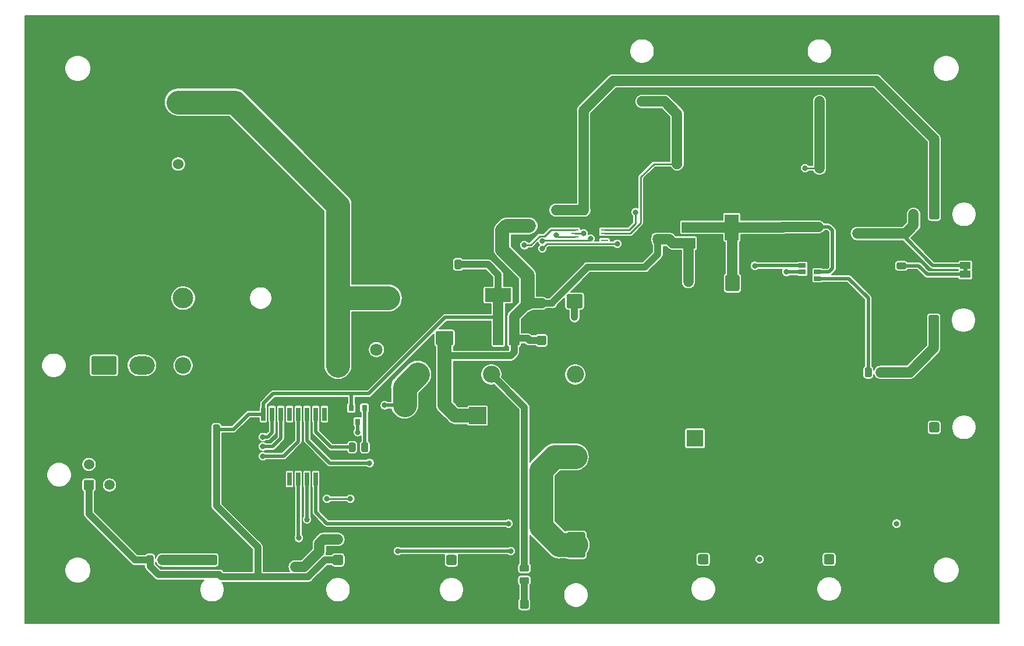
<source format=gtl>
G04 #@! TF.GenerationSoftware,KiCad,Pcbnew,(5.1.9)-1*
G04 #@! TF.CreationDate,2021-01-28T15:57:22-05:00*
G04 #@! TF.ProjectId,SensorBoard,53656e73-6f72-4426-9f61-72642e6b6963,rev?*
G04 #@! TF.SameCoordinates,Original*
G04 #@! TF.FileFunction,Copper,L1,Top*
G04 #@! TF.FilePolarity,Positive*
%FSLAX46Y46*%
G04 Gerber Fmt 4.6, Leading zero omitted, Abs format (unit mm)*
G04 Created by KiCad (PCBNEW (5.1.9)-1) date 2021-01-28 15:57:22*
%MOMM*%
%LPD*%
G01*
G04 APERTURE LIST*
G04 #@! TA.AperFunction,EtchedComponent*
%ADD10C,0.100000*%
G04 #@! TD*
G04 #@! TA.AperFunction,ComponentPad*
%ADD11O,2.700000X3.700000*%
G04 #@! TD*
G04 #@! TA.AperFunction,ComponentPad*
%ADD12O,3.700000X2.700000*%
G04 #@! TD*
G04 #@! TA.AperFunction,SMDPad,CuDef*
%ADD13R,1.500000X1.000000*%
G04 #@! TD*
G04 #@! TA.AperFunction,ComponentPad*
%ADD14C,2.400000*%
G04 #@! TD*
G04 #@! TA.AperFunction,ComponentPad*
%ADD15R,2.400000X2.400000*%
G04 #@! TD*
G04 #@! TA.AperFunction,SMDPad,CuDef*
%ADD16R,1.060000X0.650000*%
G04 #@! TD*
G04 #@! TA.AperFunction,SMDPad,CuDef*
%ADD17R,2.000000X1.500000*%
G04 #@! TD*
G04 #@! TA.AperFunction,SMDPad,CuDef*
%ADD18R,2.000000X3.800000*%
G04 #@! TD*
G04 #@! TA.AperFunction,SMDPad,CuDef*
%ADD19R,1.100000X0.250000*%
G04 #@! TD*
G04 #@! TA.AperFunction,SMDPad,CuDef*
%ADD20R,1.500000X2.000000*%
G04 #@! TD*
G04 #@! TA.AperFunction,SMDPad,CuDef*
%ADD21R,3.800000X2.000000*%
G04 #@! TD*
G04 #@! TA.AperFunction,ComponentPad*
%ADD22C,1.800000*%
G04 #@! TD*
G04 #@! TA.AperFunction,SMDPad,CuDef*
%ADD23R,0.800000X0.900000*%
G04 #@! TD*
G04 #@! TA.AperFunction,ComponentPad*
%ADD24C,1.524000*%
G04 #@! TD*
G04 #@! TA.AperFunction,ComponentPad*
%ADD25O,2.500000X2.500000*%
G04 #@! TD*
G04 #@! TA.AperFunction,ComponentPad*
%ADD26R,2.500000X2.500000*%
G04 #@! TD*
G04 #@! TA.AperFunction,ComponentPad*
%ADD27C,1.500000*%
G04 #@! TD*
G04 #@! TA.AperFunction,SMDPad,CuDef*
%ADD28R,0.650000X1.950000*%
G04 #@! TD*
G04 #@! TA.AperFunction,ComponentPad*
%ADD29C,3.000000*%
G04 #@! TD*
G04 #@! TA.AperFunction,SMDPad,CuDef*
%ADD30R,2.300000X2.500000*%
G04 #@! TD*
G04 #@! TA.AperFunction,ViaPad*
%ADD31C,0.800000*%
G04 #@! TD*
G04 #@! TA.AperFunction,Conductor*
%ADD32C,3.500000*%
G04 #@! TD*
G04 #@! TA.AperFunction,Conductor*
%ADD33C,1.000000*%
G04 #@! TD*
G04 #@! TA.AperFunction,Conductor*
%ADD34C,2.000000*%
G04 #@! TD*
G04 #@! TA.AperFunction,Conductor*
%ADD35C,1.500000*%
G04 #@! TD*
G04 #@! TA.AperFunction,Conductor*
%ADD36C,0.500000*%
G04 #@! TD*
G04 #@! TA.AperFunction,Conductor*
%ADD37C,0.250000*%
G04 #@! TD*
G04 #@! TA.AperFunction,Conductor*
%ADD38C,0.200000*%
G04 #@! TD*
G04 #@! TA.AperFunction,Conductor*
%ADD39C,0.100000*%
G04 #@! TD*
G04 APERTURE END LIST*
D10*
G36*
X216900000Y-98750000D02*
G01*
X216900000Y-99250000D01*
X216300000Y-99250000D01*
X216300000Y-98750000D01*
X216900000Y-98750000D01*
G37*
D11*
X160000000Y-133500000D03*
G04 #@! TA.AperFunction,ComponentPad*
G36*
G01*
X161350000Y-137400001D02*
X161350000Y-140599999D01*
G75*
G02*
X161099999Y-140850000I-250001J0D01*
G01*
X158900001Y-140850000D01*
G75*
G02*
X158650000Y-140599999I0J250001D01*
G01*
X158650000Y-137400001D01*
G75*
G02*
X158900001Y-137150000I250001J0D01*
G01*
X161099999Y-137150000D01*
G75*
G02*
X161350000Y-137400001I0J-250001D01*
G01*
G37*
G04 #@! TD.AperFunction*
D12*
X96900000Y-112900000D03*
G04 #@! TA.AperFunction,ComponentPad*
G36*
G01*
X92999999Y-114250000D02*
X89800001Y-114250000D01*
G75*
G02*
X89550000Y-113999999I0J250001D01*
G01*
X89550000Y-111800001D01*
G75*
G02*
X89800001Y-111550000I250001J0D01*
G01*
X92999999Y-111550000D01*
G75*
G02*
X93250000Y-111800001I0J-250001D01*
G01*
X93250000Y-113999999D01*
G75*
G02*
X92999999Y-114250000I-250001J0D01*
G01*
G37*
G04 #@! TD.AperFunction*
G04 #@! TA.AperFunction,SMDPad,CuDef*
G36*
G01*
X207750002Y-97100000D02*
X206849998Y-97100000D01*
G75*
G02*
X206600000Y-96850002I0J249998D01*
G01*
X206600000Y-96324998D01*
G75*
G02*
X206849998Y-96075000I249998J0D01*
G01*
X207750002Y-96075000D01*
G75*
G02*
X208000000Y-96324998I0J-249998D01*
G01*
X208000000Y-96850002D01*
G75*
G02*
X207750002Y-97100000I-249998J0D01*
G01*
G37*
G04 #@! TD.AperFunction*
G04 #@! TA.AperFunction,SMDPad,CuDef*
G36*
G01*
X207750002Y-98925000D02*
X206849998Y-98925000D01*
G75*
G02*
X206600000Y-98675002I0J249998D01*
G01*
X206600000Y-98149998D01*
G75*
G02*
X206849998Y-97900000I249998J0D01*
G01*
X207750002Y-97900000D01*
G75*
G02*
X208000000Y-98149998I0J-249998D01*
G01*
X208000000Y-98675002D01*
G75*
G02*
X207750002Y-98925000I-249998J0D01*
G01*
G37*
G04 #@! TD.AperFunction*
D13*
X216600000Y-99650000D03*
X216600000Y-98350000D03*
D14*
X177300000Y-116000000D03*
D15*
X177300000Y-123500000D03*
D16*
X192900000Y-99300000D03*
X192900000Y-100250000D03*
X192900000Y-98350000D03*
X195100000Y-98350000D03*
X195100000Y-99300000D03*
X195100000Y-100250000D03*
D17*
X176350000Y-90500000D03*
X176350000Y-95100000D03*
X176350000Y-92800000D03*
D18*
X182650000Y-92800000D03*
D19*
X159850000Y-95200000D03*
X159850000Y-94700000D03*
X159850000Y-94200000D03*
X159850000Y-93700000D03*
X159850000Y-93200000D03*
X164150000Y-93200000D03*
X164150000Y-93700000D03*
X164150000Y-94200000D03*
X164150000Y-94700000D03*
X164150000Y-95200000D03*
D20*
X146400000Y-108950000D03*
X151000000Y-108950000D03*
X148700000Y-108950000D03*
D21*
X148700000Y-102650000D03*
D22*
X132700000Y-103100000D03*
X131000000Y-110600000D03*
G04 #@! TA.AperFunction,SMDPad,CuDef*
G36*
G01*
X203000000Y-113449998D02*
X203000000Y-114350002D01*
G75*
G02*
X202750002Y-114600000I-249998J0D01*
G01*
X202224998Y-114600000D01*
G75*
G02*
X201975000Y-114350002I0J249998D01*
G01*
X201975000Y-113449998D01*
G75*
G02*
X202224998Y-113200000I249998J0D01*
G01*
X202750002Y-113200000D01*
G75*
G02*
X203000000Y-113449998I0J-249998D01*
G01*
G37*
G04 #@! TD.AperFunction*
G04 #@! TA.AperFunction,SMDPad,CuDef*
G36*
G01*
X204825000Y-113449998D02*
X204825000Y-114350002D01*
G75*
G02*
X204575002Y-114600000I-249998J0D01*
G01*
X204049998Y-114600000D01*
G75*
G02*
X203800000Y-114350002I0J249998D01*
G01*
X203800000Y-113449998D01*
G75*
G02*
X204049998Y-113200000I249998J0D01*
G01*
X204575002Y-113200000D01*
G75*
G02*
X204825000Y-113449998I0J-249998D01*
G01*
G37*
G04 #@! TD.AperFunction*
G04 #@! TA.AperFunction,SMDPad,CuDef*
G36*
G01*
X152049998Y-143700000D02*
X152950002Y-143700000D01*
G75*
G02*
X153200000Y-143949998I0J-249998D01*
G01*
X153200000Y-144475002D01*
G75*
G02*
X152950002Y-144725000I-249998J0D01*
G01*
X152049998Y-144725000D01*
G75*
G02*
X151800000Y-144475002I0J249998D01*
G01*
X151800000Y-143949998D01*
G75*
G02*
X152049998Y-143700000I249998J0D01*
G01*
G37*
G04 #@! TD.AperFunction*
G04 #@! TA.AperFunction,SMDPad,CuDef*
G36*
G01*
X152049998Y-141875000D02*
X152950002Y-141875000D01*
G75*
G02*
X153200000Y-142124998I0J-249998D01*
G01*
X153200000Y-142650002D01*
G75*
G02*
X152950002Y-142900000I-249998J0D01*
G01*
X152049998Y-142900000D01*
G75*
G02*
X151800000Y-142650002I0J249998D01*
G01*
X151800000Y-142124998D01*
G75*
G02*
X152049998Y-141875000I249998J0D01*
G01*
G37*
G04 #@! TD.AperFunction*
G04 #@! TA.AperFunction,SMDPad,CuDef*
G36*
G01*
X127987500Y-124349998D02*
X127987500Y-125250002D01*
G75*
G02*
X127737502Y-125500000I-249998J0D01*
G01*
X127212498Y-125500000D01*
G75*
G02*
X126962500Y-125250002I0J249998D01*
G01*
X126962500Y-124349998D01*
G75*
G02*
X127212498Y-124100000I249998J0D01*
G01*
X127737502Y-124100000D01*
G75*
G02*
X127987500Y-124349998I0J-249998D01*
G01*
G37*
G04 #@! TD.AperFunction*
G04 #@! TA.AperFunction,SMDPad,CuDef*
G36*
G01*
X129812500Y-124349998D02*
X129812500Y-125250002D01*
G75*
G02*
X129562502Y-125500000I-249998J0D01*
G01*
X129037498Y-125500000D01*
G75*
G02*
X128787500Y-125250002I0J249998D01*
G01*
X128787500Y-124349998D01*
G75*
G02*
X129037498Y-124100000I249998J0D01*
G01*
X129562502Y-124100000D01*
G75*
G02*
X129812500Y-124349998I0J-249998D01*
G01*
G37*
G04 #@! TD.AperFunction*
G04 #@! TA.AperFunction,SMDPad,CuDef*
G36*
G01*
X119650002Y-140887500D02*
X118749998Y-140887500D01*
G75*
G02*
X118500000Y-140637502I0J249998D01*
G01*
X118500000Y-140112498D01*
G75*
G02*
X118749998Y-139862500I249998J0D01*
G01*
X119650002Y-139862500D01*
G75*
G02*
X119900000Y-140112498I0J-249998D01*
G01*
X119900000Y-140637502D01*
G75*
G02*
X119650002Y-140887500I-249998J0D01*
G01*
G37*
G04 #@! TD.AperFunction*
G04 #@! TA.AperFunction,SMDPad,CuDef*
G36*
G01*
X119650002Y-142712500D02*
X118749998Y-142712500D01*
G75*
G02*
X118500000Y-142462502I0J249998D01*
G01*
X118500000Y-141937498D01*
G75*
G02*
X118749998Y-141687500I249998J0D01*
G01*
X119650002Y-141687500D01*
G75*
G02*
X119900000Y-141937498I0J-249998D01*
G01*
X119900000Y-142462502D01*
G75*
G02*
X119650002Y-142712500I-249998J0D01*
G01*
G37*
G04 #@! TD.AperFunction*
G04 #@! TA.AperFunction,SMDPad,CuDef*
G36*
G01*
X194949998Y-85500000D02*
X195850002Y-85500000D01*
G75*
G02*
X196100000Y-85749998I0J-249998D01*
G01*
X196100000Y-86275002D01*
G75*
G02*
X195850002Y-86525000I-249998J0D01*
G01*
X194949998Y-86525000D01*
G75*
G02*
X194700000Y-86275002I0J249998D01*
G01*
X194700000Y-85749998D01*
G75*
G02*
X194949998Y-85500000I249998J0D01*
G01*
G37*
G04 #@! TD.AperFunction*
G04 #@! TA.AperFunction,SMDPad,CuDef*
G36*
G01*
X194949998Y-83675000D02*
X195850002Y-83675000D01*
G75*
G02*
X196100000Y-83924998I0J-249998D01*
G01*
X196100000Y-84450002D01*
G75*
G02*
X195850002Y-84700000I-249998J0D01*
G01*
X194949998Y-84700000D01*
G75*
G02*
X194700000Y-84450002I0J249998D01*
G01*
X194700000Y-83924998D01*
G75*
G02*
X194949998Y-83675000I249998J0D01*
G01*
G37*
G04 #@! TD.AperFunction*
G04 #@! TA.AperFunction,SMDPad,CuDef*
G36*
G01*
X174249998Y-84887500D02*
X175150002Y-84887500D01*
G75*
G02*
X175400000Y-85137498I0J-249998D01*
G01*
X175400000Y-85662502D01*
G75*
G02*
X175150002Y-85912500I-249998J0D01*
G01*
X174249998Y-85912500D01*
G75*
G02*
X174000000Y-85662502I0J249998D01*
G01*
X174000000Y-85137498D01*
G75*
G02*
X174249998Y-84887500I249998J0D01*
G01*
G37*
G04 #@! TD.AperFunction*
G04 #@! TA.AperFunction,SMDPad,CuDef*
G36*
G01*
X174249998Y-83062500D02*
X175150002Y-83062500D01*
G75*
G02*
X175400000Y-83312498I0J-249998D01*
G01*
X175400000Y-83837502D01*
G75*
G02*
X175150002Y-84087500I-249998J0D01*
G01*
X174249998Y-84087500D01*
G75*
G02*
X174000000Y-83837502I0J249998D01*
G01*
X174000000Y-83312498D01*
G75*
G02*
X174249998Y-83062500I249998J0D01*
G01*
G37*
G04 #@! TD.AperFunction*
G04 #@! TA.AperFunction,SMDPad,CuDef*
G36*
G01*
X99400000Y-141650002D02*
X99400000Y-140749998D01*
G75*
G02*
X99649998Y-140500000I249998J0D01*
G01*
X100175002Y-140500000D01*
G75*
G02*
X100425000Y-140749998I0J-249998D01*
G01*
X100425000Y-141650002D01*
G75*
G02*
X100175002Y-141900000I-249998J0D01*
G01*
X99649998Y-141900000D01*
G75*
G02*
X99400000Y-141650002I0J249998D01*
G01*
G37*
G04 #@! TD.AperFunction*
G04 #@! TA.AperFunction,SMDPad,CuDef*
G36*
G01*
X97575000Y-141650002D02*
X97575000Y-140749998D01*
G75*
G02*
X97824998Y-140500000I249998J0D01*
G01*
X98350002Y-140500000D01*
G75*
G02*
X98600000Y-140749998I0J-249998D01*
G01*
X98600000Y-141650002D01*
G75*
G02*
X98350002Y-141900000I-249998J0D01*
G01*
X97824998Y-141900000D01*
G75*
G02*
X97575000Y-141650002I0J249998D01*
G01*
G37*
G04 #@! TD.AperFunction*
D23*
X128300000Y-121100000D03*
X127350000Y-119100000D03*
X129250000Y-119100000D03*
D24*
X153200000Y-92600000D03*
X153200000Y-65600000D03*
X102200000Y-83600000D03*
X102200000Y-74600000D03*
D25*
X147700000Y-114200000D03*
X159900000Y-114200000D03*
X159900000Y-126200000D03*
X147700000Y-126200000D03*
D26*
X145700000Y-120200000D03*
D27*
X209080000Y-90900000D03*
G04 #@! TA.AperFunction,ComponentPad*
G36*
G01*
X211580000Y-90150000D02*
X212580000Y-90150000D01*
G75*
G02*
X212830000Y-90400000I0J-250000D01*
G01*
X212830000Y-91400000D01*
G75*
G02*
X212580000Y-91650000I-250000J0D01*
G01*
X211580000Y-91650000D01*
G75*
G02*
X211330000Y-91400000I0J250000D01*
G01*
X211330000Y-90400000D01*
G75*
G02*
X211580000Y-90150000I250000J0D01*
G01*
G37*
G04 #@! TD.AperFunction*
X209080000Y-121900000D03*
G04 #@! TA.AperFunction,ComponentPad*
G36*
G01*
X211580000Y-121150000D02*
X212580000Y-121150000D01*
G75*
G02*
X212830000Y-121400000I0J-250000D01*
G01*
X212830000Y-122400000D01*
G75*
G02*
X212580000Y-122650000I-250000J0D01*
G01*
X211580000Y-122650000D01*
G75*
G02*
X211330000Y-122400000I0J250000D01*
G01*
X211330000Y-121400000D01*
G75*
G02*
X211580000Y-121150000I250000J0D01*
G01*
G37*
G04 #@! TD.AperFunction*
X196800000Y-138100000D03*
G04 #@! TA.AperFunction,ComponentPad*
G36*
G01*
X197550000Y-140600000D02*
X197550000Y-141600000D01*
G75*
G02*
X197300000Y-141850000I-250000J0D01*
G01*
X196300000Y-141850000D01*
G75*
G02*
X196050000Y-141600000I0J250000D01*
G01*
X196050000Y-140600000D01*
G75*
G02*
X196300000Y-140350000I250000J0D01*
G01*
X197300000Y-140350000D01*
G75*
G02*
X197550000Y-140600000I0J-250000D01*
G01*
G37*
G04 #@! TD.AperFunction*
X178500000Y-138100000D03*
G04 #@! TA.AperFunction,ComponentPad*
G36*
G01*
X179250000Y-140600000D02*
X179250000Y-141600000D01*
G75*
G02*
X179000000Y-141850000I-250000J0D01*
G01*
X178000000Y-141850000D01*
G75*
G02*
X177750000Y-141600000I0J250000D01*
G01*
X177750000Y-140600000D01*
G75*
G02*
X178000000Y-140350000I250000J0D01*
G01*
X179000000Y-140350000D01*
G75*
G02*
X179250000Y-140600000I0J-250000D01*
G01*
G37*
G04 #@! TD.AperFunction*
X209000000Y-106300000D03*
G04 #@! TA.AperFunction,ComponentPad*
G36*
G01*
X211500000Y-105550000D02*
X212500000Y-105550000D01*
G75*
G02*
X212750000Y-105800000I0J-250000D01*
G01*
X212750000Y-106800000D01*
G75*
G02*
X212500000Y-107050000I-250000J0D01*
G01*
X211500000Y-107050000D01*
G75*
G02*
X211250000Y-106800000I0J250000D01*
G01*
X211250000Y-105800000D01*
G75*
G02*
X211500000Y-105550000I250000J0D01*
G01*
G37*
G04 #@! TD.AperFunction*
X125400000Y-138200000D03*
G04 #@! TA.AperFunction,ComponentPad*
G36*
G01*
X126150000Y-140700000D02*
X126150000Y-141700000D01*
G75*
G02*
X125900000Y-141950000I-250000J0D01*
G01*
X124900000Y-141950000D01*
G75*
G02*
X124650000Y-141700000I0J250000D01*
G01*
X124650000Y-140700000D01*
G75*
G02*
X124900000Y-140450000I250000J0D01*
G01*
X125900000Y-140450000D01*
G75*
G02*
X126150000Y-140700000I0J-250000D01*
G01*
G37*
G04 #@! TD.AperFunction*
X195400000Y-74500000D03*
G04 #@! TA.AperFunction,ComponentPad*
G36*
G01*
X194650000Y-72000000D02*
X194650000Y-71000000D01*
G75*
G02*
X194900000Y-70750000I250000J0D01*
G01*
X195900000Y-70750000D01*
G75*
G02*
X196150000Y-71000000I0J-250000D01*
G01*
X196150000Y-72000000D01*
G75*
G02*
X195900000Y-72250000I-250000J0D01*
G01*
X194900000Y-72250000D01*
G75*
G02*
X194650000Y-72000000I0J250000D01*
G01*
G37*
G04 #@! TD.AperFunction*
X169600000Y-74500000D03*
G04 #@! TA.AperFunction,ComponentPad*
G36*
G01*
X168850000Y-72000000D02*
X168850000Y-71000000D01*
G75*
G02*
X169100000Y-70750000I250000J0D01*
G01*
X170100000Y-70750000D01*
G75*
G02*
X170350000Y-71000000I0J-250000D01*
G01*
X170350000Y-72000000D01*
G75*
G02*
X170100000Y-72250000I-250000J0D01*
G01*
X169100000Y-72250000D01*
G75*
G02*
X168850000Y-72000000I0J250000D01*
G01*
G37*
G04 #@! TD.AperFunction*
X141900000Y-138200000D03*
G04 #@! TA.AperFunction,ComponentPad*
G36*
G01*
X142650000Y-140700000D02*
X142650000Y-141700000D01*
G75*
G02*
X142400000Y-141950000I-250000J0D01*
G01*
X141400000Y-141950000D01*
G75*
G02*
X141150000Y-141700000I0J250000D01*
G01*
X141150000Y-140700000D01*
G75*
G02*
X141400000Y-140450000I250000J0D01*
G01*
X142400000Y-140450000D01*
G75*
G02*
X142650000Y-140700000I0J-250000D01*
G01*
G37*
G04 #@! TD.AperFunction*
X107100000Y-138200000D03*
G04 #@! TA.AperFunction,ComponentPad*
G36*
G01*
X107850000Y-140700000D02*
X107850000Y-141700000D01*
G75*
G02*
X107600000Y-141950000I-250000J0D01*
G01*
X106600000Y-141950000D01*
G75*
G02*
X106350000Y-141700000I0J250000D01*
G01*
X106350000Y-140700000D01*
G75*
G02*
X106600000Y-140450000I250000J0D01*
G01*
X107600000Y-140450000D01*
G75*
G02*
X107850000Y-140700000I0J-250000D01*
G01*
G37*
G04 #@! TD.AperFunction*
X92200000Y-127300000D03*
X92200000Y-130300000D03*
X89200000Y-127300000D03*
G04 #@! TA.AperFunction,ComponentPad*
G36*
G01*
X89700000Y-131050000D02*
X88700000Y-131050000D01*
G75*
G02*
X88450000Y-130800000I0J250000D01*
G01*
X88450000Y-129800000D01*
G75*
G02*
X88700000Y-129550000I250000J0D01*
G01*
X89700000Y-129550000D01*
G75*
G02*
X89950000Y-129800000I0J-250000D01*
G01*
X89950000Y-130800000D01*
G75*
G02*
X89700000Y-131050000I-250000J0D01*
G01*
G37*
G04 #@! TD.AperFunction*
D28*
X114555000Y-129425000D03*
X115825000Y-129425000D03*
X117095000Y-129425000D03*
X118365000Y-129425000D03*
X119635000Y-129425000D03*
X120905000Y-129425000D03*
X122175000Y-129425000D03*
X123445000Y-129425000D03*
X123445000Y-119975000D03*
X122175000Y-119975000D03*
X120905000Y-119975000D03*
X119635000Y-119975000D03*
X118365000Y-119975000D03*
X117095000Y-119975000D03*
X115825000Y-119975000D03*
X114555000Y-119975000D03*
D29*
X102900000Y-103100000D03*
X125400000Y-103100000D03*
D30*
X135100000Y-122950000D03*
X135100000Y-118650000D03*
G04 #@! TA.AperFunction,SMDPad,CuDef*
G36*
G01*
X152900001Y-148300000D02*
X152099999Y-148300000D01*
G75*
G02*
X151850000Y-148050001I0J249999D01*
G01*
X151850000Y-147224999D01*
G75*
G02*
X152099999Y-146975000I249999J0D01*
G01*
X152900001Y-146975000D01*
G75*
G02*
X153150000Y-147224999I0J-249999D01*
G01*
X153150000Y-148050001D01*
G75*
G02*
X152900001Y-148300000I-249999J0D01*
G01*
G37*
G04 #@! TD.AperFunction*
G04 #@! TA.AperFunction,SMDPad,CuDef*
G36*
G01*
X152900001Y-150225000D02*
X152099999Y-150225000D01*
G75*
G02*
X151850000Y-149975001I0J249999D01*
G01*
X151850000Y-149149999D01*
G75*
G02*
X152099999Y-148900000I249999J0D01*
G01*
X152900001Y-148900000D01*
G75*
G02*
X153150000Y-149149999I0J-249999D01*
G01*
X153150000Y-149975001D01*
G75*
G02*
X152900001Y-150225000I-249999J0D01*
G01*
G37*
G04 #@! TD.AperFunction*
G04 #@! TA.AperFunction,SMDPad,CuDef*
G36*
G01*
X190575000Y-91350000D02*
X189625000Y-91350000D01*
G75*
G02*
X189375000Y-91100000I0J250000D01*
G01*
X189375000Y-90600000D01*
G75*
G02*
X189625000Y-90350000I250000J0D01*
G01*
X190575000Y-90350000D01*
G75*
G02*
X190825000Y-90600000I0J-250000D01*
G01*
X190825000Y-91100000D01*
G75*
G02*
X190575000Y-91350000I-250000J0D01*
G01*
G37*
G04 #@! TD.AperFunction*
G04 #@! TA.AperFunction,SMDPad,CuDef*
G36*
G01*
X190575000Y-93250000D02*
X189625000Y-93250000D01*
G75*
G02*
X189375000Y-93000000I0J250000D01*
G01*
X189375000Y-92500000D01*
G75*
G02*
X189625000Y-92250000I250000J0D01*
G01*
X190575000Y-92250000D01*
G75*
G02*
X190825000Y-92500000I0J-250000D01*
G01*
X190825000Y-93000000D01*
G75*
G02*
X190575000Y-93250000I-250000J0D01*
G01*
G37*
G04 #@! TD.AperFunction*
G04 #@! TA.AperFunction,SMDPad,CuDef*
G36*
G01*
X195675000Y-91350000D02*
X194725000Y-91350000D01*
G75*
G02*
X194475000Y-91100000I0J250000D01*
G01*
X194475000Y-90600000D01*
G75*
G02*
X194725000Y-90350000I250000J0D01*
G01*
X195675000Y-90350000D01*
G75*
G02*
X195925000Y-90600000I0J-250000D01*
G01*
X195925000Y-91100000D01*
G75*
G02*
X195675000Y-91350000I-250000J0D01*
G01*
G37*
G04 #@! TD.AperFunction*
G04 #@! TA.AperFunction,SMDPad,CuDef*
G36*
G01*
X195675000Y-93250000D02*
X194725000Y-93250000D01*
G75*
G02*
X194475000Y-93000000I0J250000D01*
G01*
X194475000Y-92500000D01*
G75*
G02*
X194725000Y-92250000I250000J0D01*
G01*
X195675000Y-92250000D01*
G75*
G02*
X195925000Y-92500000I0J-250000D01*
G01*
X195925000Y-93000000D01*
G75*
G02*
X195675000Y-93250000I-250000J0D01*
G01*
G37*
G04 #@! TD.AperFunction*
G04 #@! TA.AperFunction,SMDPad,CuDef*
G36*
G01*
X186625000Y-101825000D02*
X186625000Y-99975000D01*
G75*
G02*
X186875000Y-99725000I250000J0D01*
G01*
X188450000Y-99725000D01*
G75*
G02*
X188700000Y-99975000I0J-250000D01*
G01*
X188700000Y-101825000D01*
G75*
G02*
X188450000Y-102075000I-250000J0D01*
G01*
X186875000Y-102075000D01*
G75*
G02*
X186625000Y-101825000I0J250000D01*
G01*
G37*
G04 #@! TD.AperFunction*
G04 #@! TA.AperFunction,SMDPad,CuDef*
G36*
G01*
X181700000Y-101825000D02*
X181700000Y-99975000D01*
G75*
G02*
X181950000Y-99725000I250000J0D01*
G01*
X183525000Y-99725000D01*
G75*
G02*
X183775000Y-99975000I0J-250000D01*
G01*
X183775000Y-101825000D01*
G75*
G02*
X183525000Y-102075000I-250000J0D01*
G01*
X181950000Y-102075000D01*
G75*
G02*
X181700000Y-101825000I0J250000D01*
G01*
G37*
G04 #@! TD.AperFunction*
G04 #@! TA.AperFunction,SMDPad,CuDef*
G36*
G01*
X175850000Y-101175000D02*
X175850000Y-100225000D01*
G75*
G02*
X176100000Y-99975000I250000J0D01*
G01*
X176600000Y-99975000D01*
G75*
G02*
X176850000Y-100225000I0J-250000D01*
G01*
X176850000Y-101175000D01*
G75*
G02*
X176600000Y-101425000I-250000J0D01*
G01*
X176100000Y-101425000D01*
G75*
G02*
X175850000Y-101175000I0J250000D01*
G01*
G37*
G04 #@! TD.AperFunction*
G04 #@! TA.AperFunction,SMDPad,CuDef*
G36*
G01*
X173950000Y-101175000D02*
X173950000Y-100225000D01*
G75*
G02*
X174200000Y-99975000I250000J0D01*
G01*
X174700000Y-99975000D01*
G75*
G02*
X174950000Y-100225000I0J-250000D01*
G01*
X174950000Y-101175000D01*
G75*
G02*
X174700000Y-101425000I-250000J0D01*
G01*
X174200000Y-101425000D01*
G75*
G02*
X173950000Y-101175000I0J250000D01*
G01*
G37*
G04 #@! TD.AperFunction*
G04 #@! TA.AperFunction,SMDPad,CuDef*
G36*
G01*
X172325001Y-92550000D02*
X171474999Y-92550000D01*
G75*
G02*
X171225000Y-92300001I0J249999D01*
G01*
X171225000Y-91399999D01*
G75*
G02*
X171474999Y-91150000I249999J0D01*
G01*
X172325001Y-91150000D01*
G75*
G02*
X172575000Y-91399999I0J-249999D01*
G01*
X172575000Y-92300001D01*
G75*
G02*
X172325001Y-92550000I-249999J0D01*
G01*
G37*
G04 #@! TD.AperFunction*
G04 #@! TA.AperFunction,SMDPad,CuDef*
G36*
G01*
X172325001Y-95250000D02*
X171474999Y-95250000D01*
G75*
G02*
X171225000Y-95000001I0J249999D01*
G01*
X171225000Y-94099999D01*
G75*
G02*
X171474999Y-93850000I249999J0D01*
G01*
X172325001Y-93850000D01*
G75*
G02*
X172575000Y-94099999I0J-249999D01*
G01*
X172575000Y-95000001D01*
G75*
G02*
X172325001Y-95250000I-249999J0D01*
G01*
G37*
G04 #@! TD.AperFunction*
G04 #@! TA.AperFunction,SMDPad,CuDef*
G36*
G01*
X162510000Y-87075000D02*
X162510000Y-86125000D01*
G75*
G02*
X162760000Y-85875000I250000J0D01*
G01*
X163260000Y-85875000D01*
G75*
G02*
X163510000Y-86125000I0J-250000D01*
G01*
X163510000Y-87075000D01*
G75*
G02*
X163260000Y-87325000I-250000J0D01*
G01*
X162760000Y-87325000D01*
G75*
G02*
X162510000Y-87075000I0J250000D01*
G01*
G37*
G04 #@! TD.AperFunction*
G04 #@! TA.AperFunction,SMDPad,CuDef*
G36*
G01*
X160610000Y-87075000D02*
X160610000Y-86125000D01*
G75*
G02*
X160860000Y-85875000I250000J0D01*
G01*
X161360000Y-85875000D01*
G75*
G02*
X161610000Y-86125000I0J-250000D01*
G01*
X161610000Y-87075000D01*
G75*
G02*
X161360000Y-87325000I-250000J0D01*
G01*
X160860000Y-87325000D01*
G75*
G02*
X160610000Y-87075000I0J250000D01*
G01*
G37*
G04 #@! TD.AperFunction*
G04 #@! TA.AperFunction,SMDPad,CuDef*
G36*
G01*
X106350000Y-125425000D02*
X106350000Y-126375000D01*
G75*
G02*
X106100000Y-126625000I-250000J0D01*
G01*
X105600000Y-126625000D01*
G75*
G02*
X105350000Y-126375000I0J250000D01*
G01*
X105350000Y-125425000D01*
G75*
G02*
X105600000Y-125175000I250000J0D01*
G01*
X106100000Y-125175000D01*
G75*
G02*
X106350000Y-125425000I0J-250000D01*
G01*
G37*
G04 #@! TD.AperFunction*
G04 #@! TA.AperFunction,SMDPad,CuDef*
G36*
G01*
X108250000Y-125425000D02*
X108250000Y-126375000D01*
G75*
G02*
X108000000Y-126625000I-250000J0D01*
G01*
X107500000Y-126625000D01*
G75*
G02*
X107250000Y-126375000I0J250000D01*
G01*
X107250000Y-125425000D01*
G75*
G02*
X107500000Y-125175000I250000J0D01*
G01*
X108000000Y-125175000D01*
G75*
G02*
X108250000Y-125425000I0J-250000D01*
G01*
G37*
G04 #@! TD.AperFunction*
G04 #@! TA.AperFunction,SMDPad,CuDef*
G36*
G01*
X162550000Y-90775000D02*
X162550000Y-89825000D01*
G75*
G02*
X162800000Y-89575000I250000J0D01*
G01*
X163300000Y-89575000D01*
G75*
G02*
X163550000Y-89825000I0J-250000D01*
G01*
X163550000Y-90775000D01*
G75*
G02*
X163300000Y-91025000I-250000J0D01*
G01*
X162800000Y-91025000D01*
G75*
G02*
X162550000Y-90775000I0J250000D01*
G01*
G37*
G04 #@! TD.AperFunction*
G04 #@! TA.AperFunction,SMDPad,CuDef*
G36*
G01*
X160650000Y-90775000D02*
X160650000Y-89825000D01*
G75*
G02*
X160900000Y-89575000I250000J0D01*
G01*
X161400000Y-89575000D01*
G75*
G02*
X161650000Y-89825000I0J-250000D01*
G01*
X161650000Y-90775000D01*
G75*
G02*
X161400000Y-91025000I-250000J0D01*
G01*
X160900000Y-91025000D01*
G75*
G02*
X160650000Y-90775000I0J250000D01*
G01*
G37*
G04 #@! TD.AperFunction*
G04 #@! TA.AperFunction,SMDPad,CuDef*
G36*
G01*
X106350000Y-121725000D02*
X106350000Y-122675000D01*
G75*
G02*
X106100000Y-122925000I-250000J0D01*
G01*
X105600000Y-122925000D01*
G75*
G02*
X105350000Y-122675000I0J250000D01*
G01*
X105350000Y-121725000D01*
G75*
G02*
X105600000Y-121475000I250000J0D01*
G01*
X106100000Y-121475000D01*
G75*
G02*
X106350000Y-121725000I0J-250000D01*
G01*
G37*
G04 #@! TD.AperFunction*
G04 #@! TA.AperFunction,SMDPad,CuDef*
G36*
G01*
X108250000Y-121725000D02*
X108250000Y-122675000D01*
G75*
G02*
X108000000Y-122925000I-250000J0D01*
G01*
X107500000Y-122925000D01*
G75*
G02*
X107250000Y-122675000I0J250000D01*
G01*
X107250000Y-121725000D01*
G75*
G02*
X107500000Y-121475000I250000J0D01*
G01*
X108000000Y-121475000D01*
G75*
G02*
X108250000Y-121725000I0J-250000D01*
G01*
G37*
G04 #@! TD.AperFunction*
G04 #@! TA.AperFunction,SMDPad,CuDef*
G36*
G01*
X142350000Y-98675000D02*
X142350000Y-97725000D01*
G75*
G02*
X142600000Y-97475000I250000J0D01*
G01*
X143100000Y-97475000D01*
G75*
G02*
X143350000Y-97725000I0J-250000D01*
G01*
X143350000Y-98675000D01*
G75*
G02*
X143100000Y-98925000I-250000J0D01*
G01*
X142600000Y-98925000D01*
G75*
G02*
X142350000Y-98675000I0J250000D01*
G01*
G37*
G04 #@! TD.AperFunction*
G04 #@! TA.AperFunction,SMDPad,CuDef*
G36*
G01*
X140450000Y-98675000D02*
X140450000Y-97725000D01*
G75*
G02*
X140700000Y-97475000I250000J0D01*
G01*
X141200000Y-97475000D01*
G75*
G02*
X141450000Y-97725000I0J-250000D01*
G01*
X141450000Y-98675000D01*
G75*
G02*
X141200000Y-98925000I-250000J0D01*
G01*
X140700000Y-98925000D01*
G75*
G02*
X140450000Y-98675000I0J250000D01*
G01*
G37*
G04 #@! TD.AperFunction*
G04 #@! TA.AperFunction,SMDPad,CuDef*
G36*
G01*
X158875000Y-107425000D02*
X160725000Y-107425000D01*
G75*
G02*
X160975000Y-107675000I0J-250000D01*
G01*
X160975000Y-109250000D01*
G75*
G02*
X160725000Y-109500000I-250000J0D01*
G01*
X158875000Y-109500000D01*
G75*
G02*
X158625000Y-109250000I0J250000D01*
G01*
X158625000Y-107675000D01*
G75*
G02*
X158875000Y-107425000I250000J0D01*
G01*
G37*
G04 #@! TD.AperFunction*
G04 #@! TA.AperFunction,SMDPad,CuDef*
G36*
G01*
X158875000Y-102500000D02*
X160725000Y-102500000D01*
G75*
G02*
X160975000Y-102750000I0J-250000D01*
G01*
X160975000Y-104325000D01*
G75*
G02*
X160725000Y-104575000I-250000J0D01*
G01*
X158875000Y-104575000D01*
G75*
G02*
X158625000Y-104325000I0J250000D01*
G01*
X158625000Y-102750000D01*
G75*
G02*
X158875000Y-102500000I250000J0D01*
G01*
G37*
G04 #@! TD.AperFunction*
G04 #@! TA.AperFunction,SMDPad,CuDef*
G36*
G01*
X154525000Y-103350000D02*
X155475000Y-103350000D01*
G75*
G02*
X155725000Y-103600000I0J-250000D01*
G01*
X155725000Y-104100000D01*
G75*
G02*
X155475000Y-104350000I-250000J0D01*
G01*
X154525000Y-104350000D01*
G75*
G02*
X154275000Y-104100000I0J250000D01*
G01*
X154275000Y-103600000D01*
G75*
G02*
X154525000Y-103350000I250000J0D01*
G01*
G37*
G04 #@! TD.AperFunction*
G04 #@! TA.AperFunction,SMDPad,CuDef*
G36*
G01*
X154525000Y-101450000D02*
X155475000Y-101450000D01*
G75*
G02*
X155725000Y-101700000I0J-250000D01*
G01*
X155725000Y-102200000D01*
G75*
G02*
X155475000Y-102450000I-250000J0D01*
G01*
X154525000Y-102450000D01*
G75*
G02*
X154275000Y-102200000I0J250000D01*
G01*
X154275000Y-101700000D01*
G75*
G02*
X154525000Y-101450000I250000J0D01*
G01*
G37*
G04 #@! TD.AperFunction*
G04 #@! TA.AperFunction,SMDPad,CuDef*
G36*
G01*
X155425001Y-107250000D02*
X154574999Y-107250000D01*
G75*
G02*
X154325000Y-107000001I0J249999D01*
G01*
X154325000Y-106099999D01*
G75*
G02*
X154574999Y-105850000I249999J0D01*
G01*
X155425001Y-105850000D01*
G75*
G02*
X155675000Y-106099999I0J-249999D01*
G01*
X155675000Y-107000001D01*
G75*
G02*
X155425001Y-107250000I-249999J0D01*
G01*
G37*
G04 #@! TD.AperFunction*
G04 #@! TA.AperFunction,SMDPad,CuDef*
G36*
G01*
X155425001Y-109950000D02*
X154574999Y-109950000D01*
G75*
G02*
X154325000Y-109700001I0J249999D01*
G01*
X154325000Y-108799999D01*
G75*
G02*
X154574999Y-108550000I249999J0D01*
G01*
X155425001Y-108550000D01*
G75*
G02*
X155675000Y-108799999I0J-249999D01*
G01*
X155675000Y-109700001D01*
G75*
G02*
X155425001Y-109950000I-249999J0D01*
G01*
G37*
G04 #@! TD.AperFunction*
G04 #@! TA.AperFunction,SMDPad,CuDef*
G36*
G01*
X141925000Y-103725000D02*
X139875000Y-103725000D01*
G75*
G02*
X139625000Y-103475000I0J250000D01*
G01*
X139625000Y-101900000D01*
G75*
G02*
X139875000Y-101650000I250000J0D01*
G01*
X141925000Y-101650000D01*
G75*
G02*
X142175000Y-101900000I0J-250000D01*
G01*
X142175000Y-103475000D01*
G75*
G02*
X141925000Y-103725000I-250000J0D01*
G01*
G37*
G04 #@! TD.AperFunction*
G04 #@! TA.AperFunction,SMDPad,CuDef*
G36*
G01*
X141925000Y-109950000D02*
X139875000Y-109950000D01*
G75*
G02*
X139625000Y-109700000I0J250000D01*
G01*
X139625000Y-108125000D01*
G75*
G02*
X139875000Y-107875000I250000J0D01*
G01*
X141925000Y-107875000D01*
G75*
G02*
X142175000Y-108125000I0J-250000D01*
G01*
X142175000Y-109700000D01*
G75*
G02*
X141925000Y-109950000I-250000J0D01*
G01*
G37*
G04 #@! TD.AperFunction*
D14*
X125400000Y-112900000D03*
X102900000Y-112900000D03*
D31*
X148700000Y-105900000D03*
X159800000Y-105900000D03*
X157100000Y-93925000D03*
X157100000Y-90300000D03*
X137000000Y-114200000D03*
X128300000Y-122600000D03*
X132200000Y-118700000D03*
X119700000Y-138000000D03*
X120900000Y-135300000D03*
X134100000Y-139900000D03*
X150500000Y-139900000D03*
X186700000Y-141100000D03*
X150200000Y-135900000D03*
X206600000Y-135900000D03*
X130000000Y-127100000D03*
X114500000Y-126100000D03*
X114500000Y-124700000D03*
X155100000Y-95900000D03*
X127200000Y-132300000D03*
X123800000Y-132300000D03*
X190600000Y-99300000D03*
X166000000Y-95200000D03*
X114500000Y-123300000D03*
X155100000Y-94800000D03*
X162100000Y-94475000D03*
X186000000Y-98400000D03*
X168675000Y-90600000D03*
X193300000Y-84200000D03*
X152500000Y-95400000D03*
X161100000Y-93700000D03*
X200900000Y-93700000D03*
D32*
X125400000Y-103100000D02*
X132700000Y-103100000D01*
X125400000Y-103100000D02*
X125400000Y-112900000D01*
X125400000Y-103100000D02*
X125400000Y-89600000D01*
X110400000Y-74600000D02*
X102200000Y-74600000D01*
X125400000Y-89600000D02*
X110400000Y-74600000D01*
D33*
X151000000Y-108950000D02*
X152950000Y-108950000D01*
X153250000Y-109250000D02*
X155000000Y-109250000D01*
X152950000Y-108950000D02*
X153250000Y-109250000D01*
D34*
X142400000Y-120200000D02*
X145700000Y-120200000D01*
X140900000Y-118700000D02*
X142400000Y-120200000D01*
D35*
X176350000Y-100700000D02*
X176350000Y-95100000D01*
X171900000Y-94550000D02*
X173550000Y-94550000D01*
X174100000Y-95100000D02*
X176350000Y-95100000D01*
X173550000Y-94550000D02*
X174100000Y-95100000D01*
X151000000Y-108950000D02*
X151000000Y-105800000D01*
X152950000Y-103850000D02*
X155000000Y-103850000D01*
X151000000Y-105800000D02*
X152950000Y-103850000D01*
D33*
X155000000Y-103850000D02*
X156550000Y-103850000D01*
X156550000Y-103731480D02*
X161681480Y-98600000D01*
X156550000Y-103850000D02*
X156550000Y-103731480D01*
X161681480Y-98600000D02*
X170000000Y-98600000D01*
X171900000Y-96700000D02*
X171900000Y-94550000D01*
X170000000Y-98600000D02*
X171900000Y-96700000D01*
X140900000Y-111500000D02*
X150500000Y-111500000D01*
D34*
X140900000Y-108912500D02*
X140900000Y-111500000D01*
X140900000Y-111500000D02*
X140900000Y-118700000D01*
D33*
X151000000Y-111000000D02*
X151000000Y-108950000D01*
X150500000Y-111500000D02*
X151000000Y-111000000D01*
X151399999Y-105400001D02*
X151000000Y-105800000D01*
D34*
X152950000Y-103850000D02*
X152950000Y-99750000D01*
X152950000Y-99750000D02*
X149300000Y-96100000D01*
X149300000Y-96100000D02*
X149300000Y-93200000D01*
X149900000Y-92600000D02*
X153200000Y-92600000D01*
X149300000Y-93200000D02*
X149900000Y-92600000D01*
D33*
X142850000Y-98200000D02*
X147200000Y-98200000D01*
X148700000Y-99700000D02*
X148700000Y-102650000D01*
X147200000Y-98200000D02*
X148700000Y-99700000D01*
D35*
X161110000Y-90260000D02*
X161150000Y-90300000D01*
X161110000Y-86600000D02*
X161110000Y-90260000D01*
X161110000Y-86600000D02*
X161110000Y-75790000D01*
X165400000Y-71500000D02*
X169600000Y-71500000D01*
X161110000Y-75790000D02*
X165400000Y-71500000D01*
X169600000Y-71500000D02*
X195400000Y-71500000D01*
D33*
X107750000Y-122200000D02*
X107750000Y-125900000D01*
D36*
X107750000Y-122200000D02*
X110200000Y-122200000D01*
X112425000Y-119975000D02*
X114555000Y-119975000D01*
X110200000Y-122200000D02*
X112425000Y-119975000D01*
D33*
X89200000Y-130300000D02*
X89200000Y-134500000D01*
X95900000Y-141200000D02*
X98087500Y-141200000D01*
X89200000Y-134500000D02*
X95900000Y-141200000D01*
D35*
X148700000Y-105800000D02*
X148700000Y-105900000D01*
X148700000Y-108950000D02*
X148700000Y-105800000D01*
X148700000Y-105800000D02*
X148700000Y-102650000D01*
D33*
X159800000Y-103537500D02*
X159800000Y-105900000D01*
D36*
X114555000Y-119975000D02*
X114555000Y-118445000D01*
X114555000Y-118445000D02*
X116000000Y-117000000D01*
X116000000Y-117000000D02*
X125250000Y-117000000D01*
D33*
X125400000Y-141200000D02*
X123550622Y-141200000D01*
X108156001Y-143319999D02*
X99280001Y-143319999D01*
X108486012Y-143650010D02*
X108156001Y-143319999D01*
X123550622Y-141200000D02*
X121100613Y-143650010D01*
X98087500Y-142127498D02*
X99280001Y-143319999D01*
X98087500Y-141200000D02*
X98087500Y-142127498D01*
X107750000Y-125900000D02*
X107750000Y-133350000D01*
X113749990Y-139349990D02*
X113749990Y-143650010D01*
X107750000Y-133350000D02*
X113749990Y-139349990D01*
X113749990Y-143650010D02*
X108486012Y-143650010D01*
X121100613Y-143650010D02*
X113749990Y-143650010D01*
D37*
X157375000Y-94200000D02*
X157100000Y-93925000D01*
X159850000Y-94200000D02*
X157375000Y-94200000D01*
D35*
X161070000Y-90300000D02*
X161110000Y-90260000D01*
X157100000Y-90300000D02*
X161070000Y-90300000D01*
D36*
X141000000Y-105900000D02*
X129900000Y-117000000D01*
X148700000Y-105900000D02*
X141000000Y-105900000D01*
X127350000Y-119100000D02*
X127350000Y-117050000D01*
X127400000Y-117000000D02*
X129900000Y-117000000D01*
X127350000Y-117050000D02*
X127400000Y-117000000D01*
X125250000Y-117000000D02*
X127400000Y-117000000D01*
D35*
X212080000Y-90900000D02*
X212080000Y-79980000D01*
X203600000Y-71500000D02*
X195400000Y-71500000D01*
X212080000Y-79980000D02*
X203600000Y-71500000D01*
X176350000Y-92800000D02*
X182650000Y-92800000D01*
X182737500Y-92887500D02*
X182650000Y-92800000D01*
X182737500Y-100900000D02*
X182737500Y-92887500D01*
X190050000Y-92800000D02*
X190100000Y-92750000D01*
X182650000Y-92800000D02*
X190050000Y-92800000D01*
X190100000Y-92750000D02*
X195200000Y-92750000D01*
D36*
X195100000Y-99300000D02*
X196800000Y-99300000D01*
X196800000Y-99300000D02*
X197300000Y-98800000D01*
X197300000Y-98800000D02*
X197300000Y-93300000D01*
X196750000Y-92750000D02*
X195200000Y-92750000D01*
X197300000Y-93300000D02*
X196750000Y-92750000D01*
D33*
X152500000Y-147637500D02*
X152500000Y-144212500D01*
X152500000Y-119000000D02*
X147700000Y-114200000D01*
X152500000Y-142387500D02*
X152500000Y-119000000D01*
D36*
X128300000Y-121100000D02*
X128300000Y-122600000D01*
X135050000Y-118700000D02*
X135100000Y-118650000D01*
X132200000Y-118700000D02*
X135050000Y-118700000D01*
D32*
X135100000Y-116100000D02*
X137000000Y-114200000D01*
X135100000Y-118650000D02*
X135100000Y-116100000D01*
D36*
X119635000Y-137935000D02*
X119700000Y-138000000D01*
X119635000Y-129425000D02*
X119635000Y-137935000D01*
X120905000Y-135295000D02*
X120900000Y-135300000D01*
X120905000Y-129425000D02*
X120905000Y-135295000D01*
X134100000Y-139900000D02*
X150500000Y-139900000D01*
X122175000Y-129425000D02*
X122175000Y-134275000D01*
X122175000Y-134275000D02*
X123800000Y-135900000D01*
X123800000Y-135900000D02*
X150200000Y-135900000D01*
X122175000Y-119975000D02*
X122175000Y-122575000D01*
X124400000Y-124800000D02*
X127475000Y-124800000D01*
X122175000Y-122575000D02*
X124400000Y-124800000D01*
X120905000Y-119975000D02*
X120905000Y-123795000D01*
X120905000Y-123795000D02*
X124210000Y-127100000D01*
X124210000Y-127100000D02*
X130000000Y-127100000D01*
D35*
X99912500Y-141200000D02*
X107100000Y-141200000D01*
D36*
X119635000Y-119975000D02*
X119635000Y-123965000D01*
X117500000Y-126100000D02*
X114500000Y-126100000D01*
X119635000Y-123965000D02*
X117500000Y-126100000D01*
X117095000Y-119975000D02*
X117095000Y-123505000D01*
X115900000Y-124700000D02*
X114500000Y-124700000D01*
X117095000Y-123505000D02*
X115900000Y-124700000D01*
D37*
X159850000Y-95200000D02*
X164150000Y-95200000D01*
X159850000Y-95200000D02*
X156100000Y-95200000D01*
X155800000Y-95200000D02*
X155100000Y-95900000D01*
X156100000Y-95200000D02*
X155800000Y-95200000D01*
X127200000Y-132300000D02*
X123800000Y-132300000D01*
D36*
X192900000Y-99300000D02*
X190600000Y-99300000D01*
D37*
X166000000Y-95200000D02*
X164150000Y-95200000D01*
D36*
X115825000Y-119975000D02*
X115825000Y-122675000D01*
X115200000Y-123300000D02*
X114500000Y-123300000D01*
X115825000Y-122675000D02*
X115200000Y-123300000D01*
D37*
X155200000Y-94700000D02*
X155100000Y-94800000D01*
X159850000Y-94700000D02*
X155200000Y-94700000D01*
X161875000Y-94700000D02*
X162100000Y-94475000D01*
X159850000Y-94700000D02*
X161875000Y-94700000D01*
D36*
X186050000Y-98350000D02*
X186000000Y-98400000D01*
X192900000Y-98350000D02*
X186050000Y-98350000D01*
D35*
X174700000Y-83575000D02*
X174700000Y-76300000D01*
X172900000Y-74500000D02*
X169600000Y-74500000D01*
X174700000Y-76300000D02*
X172900000Y-74500000D01*
D37*
X171325000Y-83575000D02*
X174700000Y-83575000D01*
X169400000Y-85500000D02*
X171325000Y-83575000D01*
X169400000Y-92200000D02*
X169400000Y-85500000D01*
X167900000Y-93700000D02*
X169400000Y-92200000D01*
X164150000Y-93700000D02*
X167900000Y-93700000D01*
D35*
X195400000Y-84187500D02*
X195400000Y-74500000D01*
D37*
X164150000Y-93200000D02*
X164200000Y-93200000D01*
X164200000Y-93200000D02*
X167700000Y-93200000D01*
X168675000Y-92225000D02*
X168675000Y-90600000D01*
X167700000Y-93200000D02*
X168675000Y-92225000D01*
X195387500Y-84200000D02*
X195400000Y-84187500D01*
X193300000Y-84200000D02*
X195387500Y-84200000D01*
D35*
X119200000Y-142200000D02*
X120500000Y-142200000D01*
X120500000Y-142200000D02*
X122700000Y-140000000D01*
X122700000Y-140000000D02*
X122700000Y-138800000D01*
X123300000Y-138200000D02*
X125400000Y-138200000D01*
X122700000Y-138800000D02*
X123300000Y-138200000D01*
D37*
X152500000Y-95400000D02*
X153400000Y-95400000D01*
X154725001Y-94074999D02*
X155474999Y-94074999D01*
X153400000Y-95400000D02*
X154725001Y-94074999D01*
X156349998Y-93200000D02*
X157200000Y-93200000D01*
X155474999Y-94074999D02*
X156349998Y-93200000D01*
X159850000Y-93200000D02*
X157200000Y-93200000D01*
D35*
X204312500Y-113900000D02*
X208500000Y-113900000D01*
X212000000Y-110400000D02*
X212000000Y-106300000D01*
X208500000Y-113900000D02*
X212000000Y-110400000D01*
D37*
X159850000Y-93700000D02*
X161100000Y-93700000D01*
D35*
X200900000Y-93700000D02*
X207900000Y-93700000D01*
X209080000Y-92520000D02*
X209080000Y-90900000D01*
X207900000Y-93700000D02*
X209080000Y-92520000D01*
D36*
X216600000Y-98350000D02*
X211850000Y-98350000D01*
X207900000Y-94400000D02*
X207900000Y-93700000D01*
X211850000Y-98350000D02*
X207900000Y-94400000D01*
X129300000Y-119150000D02*
X129250000Y-119100000D01*
X129300000Y-124800000D02*
X129300000Y-119150000D01*
X195100000Y-100250000D02*
X199650000Y-100250000D01*
X202487500Y-103087500D02*
X202487500Y-113900000D01*
X199650000Y-100250000D02*
X202487500Y-103087500D01*
D32*
X160000000Y-139000000D02*
X157550010Y-139000000D01*
X157550010Y-139000000D02*
X154950010Y-136400000D01*
X154950010Y-136400000D02*
X154950010Y-128149990D01*
X156900000Y-126200000D02*
X159900000Y-126200000D01*
X154950010Y-128149990D02*
X156900000Y-126200000D01*
D36*
X216600000Y-99650000D02*
X211050000Y-99650000D01*
X209812500Y-98412500D02*
X207300000Y-98412500D01*
X211050000Y-99650000D02*
X209812500Y-98412500D01*
D38*
X221475001Y-150375000D02*
X79925000Y-150375000D01*
X79925000Y-142512866D01*
X85700000Y-142512866D01*
X85700000Y-142887134D01*
X85773016Y-143254209D01*
X85916242Y-143599987D01*
X86124174Y-143911179D01*
X86388821Y-144175826D01*
X86700013Y-144383758D01*
X87045791Y-144526984D01*
X87412866Y-144600000D01*
X87787134Y-144600000D01*
X88154209Y-144526984D01*
X88499987Y-144383758D01*
X88811179Y-144175826D01*
X89075826Y-143911179D01*
X89283758Y-143599987D01*
X89426984Y-143254209D01*
X89500000Y-142887134D01*
X89500000Y-142512866D01*
X89426984Y-142145791D01*
X89283758Y-141800013D01*
X89075826Y-141488821D01*
X88811179Y-141224174D01*
X88499987Y-141016242D01*
X88154209Y-140873016D01*
X87787134Y-140800000D01*
X87412866Y-140800000D01*
X87045791Y-140873016D01*
X86700013Y-141016242D01*
X86388821Y-141224174D01*
X86124174Y-141488821D01*
X85916242Y-141800013D01*
X85773016Y-142145791D01*
X85700000Y-142512866D01*
X79925000Y-142512866D01*
X79925000Y-128622716D01*
X83080000Y-128622716D01*
X83080000Y-128977284D01*
X83149173Y-129325041D01*
X83284861Y-129652620D01*
X83481849Y-129947433D01*
X83732567Y-130198151D01*
X84027380Y-130395139D01*
X84354959Y-130530827D01*
X84702716Y-130600000D01*
X85057284Y-130600000D01*
X85405041Y-130530827D01*
X85732620Y-130395139D01*
X86027433Y-130198151D01*
X86278151Y-129947433D01*
X86376662Y-129800000D01*
X88148549Y-129800000D01*
X88148549Y-130800000D01*
X88159145Y-130907583D01*
X88190526Y-131011031D01*
X88241485Y-131106370D01*
X88310065Y-131189935D01*
X88393630Y-131258515D01*
X88400000Y-131261920D01*
X88400001Y-134460700D01*
X88396130Y-134500000D01*
X88411577Y-134656827D01*
X88457321Y-134807627D01*
X88531607Y-134946606D01*
X88606531Y-135037901D01*
X88631579Y-135068422D01*
X88662099Y-135093469D01*
X95306527Y-141737897D01*
X95331578Y-141768422D01*
X95405233Y-141828869D01*
X95453393Y-141868393D01*
X95524443Y-141906370D01*
X95592372Y-141942679D01*
X95743173Y-141988424D01*
X95860707Y-142000000D01*
X95860709Y-142000000D01*
X95900000Y-142003870D01*
X95939291Y-142000000D01*
X97287501Y-142000000D01*
X97287501Y-142088198D01*
X97283630Y-142127498D01*
X97299077Y-142284325D01*
X97344821Y-142435125D01*
X97419107Y-142574104D01*
X97494031Y-142665399D01*
X97519079Y-142695920D01*
X97549598Y-142720966D01*
X98686531Y-143857900D01*
X98711579Y-143888421D01*
X98742099Y-143913468D01*
X98833394Y-143988392D01*
X98959268Y-144055673D01*
X98972373Y-144062678D01*
X99123174Y-144108423D01*
X99240708Y-144119999D01*
X99240709Y-144119999D01*
X99280000Y-144123869D01*
X99319291Y-144119999D01*
X105955336Y-144119999D01*
X105952567Y-144121849D01*
X105701849Y-144372567D01*
X105504861Y-144667380D01*
X105369173Y-144994959D01*
X105300000Y-145342716D01*
X105300000Y-145697284D01*
X105369173Y-146045041D01*
X105504861Y-146372620D01*
X105701849Y-146667433D01*
X105952567Y-146918151D01*
X106247380Y-147115139D01*
X106574959Y-147250827D01*
X106922716Y-147320000D01*
X107277284Y-147320000D01*
X107625041Y-147250827D01*
X107952620Y-147115139D01*
X108247433Y-146918151D01*
X108498151Y-146667433D01*
X108695139Y-146372620D01*
X108830827Y-146045041D01*
X108900000Y-145697284D01*
X108900000Y-145342716D01*
X123600000Y-145342716D01*
X123600000Y-145697284D01*
X123669173Y-146045041D01*
X123804861Y-146372620D01*
X124001849Y-146667433D01*
X124252567Y-146918151D01*
X124547380Y-147115139D01*
X124874959Y-147250827D01*
X125222716Y-147320000D01*
X125577284Y-147320000D01*
X125925041Y-147250827D01*
X126252620Y-147115139D01*
X126547433Y-146918151D01*
X126798151Y-146667433D01*
X126995139Y-146372620D01*
X127130827Y-146045041D01*
X127200000Y-145697284D01*
X127200000Y-145342716D01*
X140100000Y-145342716D01*
X140100000Y-145697284D01*
X140169173Y-146045041D01*
X140304861Y-146372620D01*
X140501849Y-146667433D01*
X140752567Y-146918151D01*
X141047380Y-147115139D01*
X141374959Y-147250827D01*
X141722716Y-147320000D01*
X142077284Y-147320000D01*
X142425041Y-147250827D01*
X142752620Y-147115139D01*
X143047433Y-146918151D01*
X143298151Y-146667433D01*
X143495139Y-146372620D01*
X143630827Y-146045041D01*
X143700000Y-145697284D01*
X143700000Y-145342716D01*
X143630827Y-144994959D01*
X143495139Y-144667380D01*
X143298151Y-144372567D01*
X143047433Y-144121849D01*
X142790241Y-143949998D01*
X151498549Y-143949998D01*
X151498549Y-144475002D01*
X151509145Y-144582584D01*
X151540526Y-144686032D01*
X151591485Y-144781371D01*
X151660065Y-144864935D01*
X151700001Y-144897710D01*
X151700000Y-146847329D01*
X151641485Y-146918630D01*
X151590526Y-147013968D01*
X151559145Y-147117416D01*
X151548549Y-147224999D01*
X151548549Y-148050001D01*
X151559145Y-148157584D01*
X151590526Y-148261032D01*
X151641485Y-148356370D01*
X151710065Y-148439935D01*
X151793630Y-148508515D01*
X151888968Y-148559474D01*
X151992416Y-148590855D01*
X152099999Y-148601451D01*
X152900001Y-148601451D01*
X153007584Y-148590855D01*
X153111032Y-148559474D01*
X153206370Y-148508515D01*
X153289935Y-148439935D01*
X153358515Y-148356370D01*
X153409474Y-148261032D01*
X153440855Y-148157584D01*
X153451451Y-148050001D01*
X153451451Y-147224999D01*
X153440855Y-147117416D01*
X153409474Y-147013968D01*
X153358515Y-146918630D01*
X153300000Y-146847329D01*
X153300000Y-146122716D01*
X158200000Y-146122716D01*
X158200000Y-146477284D01*
X158269173Y-146825041D01*
X158404861Y-147152620D01*
X158601849Y-147447433D01*
X158852567Y-147698151D01*
X159147380Y-147895139D01*
X159474959Y-148030827D01*
X159822716Y-148100000D01*
X160177284Y-148100000D01*
X160525041Y-148030827D01*
X160852620Y-147895139D01*
X161147433Y-147698151D01*
X161398151Y-147447433D01*
X161595139Y-147152620D01*
X161730827Y-146825041D01*
X161800000Y-146477284D01*
X161800000Y-146122716D01*
X161730827Y-145774959D01*
X161595139Y-145447380D01*
X161458387Y-145242716D01*
X176700000Y-145242716D01*
X176700000Y-145597284D01*
X176769173Y-145945041D01*
X176904861Y-146272620D01*
X177101849Y-146567433D01*
X177352567Y-146818151D01*
X177647380Y-147015139D01*
X177974959Y-147150827D01*
X178322716Y-147220000D01*
X178677284Y-147220000D01*
X179025041Y-147150827D01*
X179352620Y-147015139D01*
X179647433Y-146818151D01*
X179898151Y-146567433D01*
X180095139Y-146272620D01*
X180230827Y-145945041D01*
X180300000Y-145597284D01*
X180300000Y-145242716D01*
X195000000Y-145242716D01*
X195000000Y-145597284D01*
X195069173Y-145945041D01*
X195204861Y-146272620D01*
X195401849Y-146567433D01*
X195652567Y-146818151D01*
X195947380Y-147015139D01*
X196274959Y-147150827D01*
X196622716Y-147220000D01*
X196977284Y-147220000D01*
X197325041Y-147150827D01*
X197652620Y-147015139D01*
X197947433Y-146818151D01*
X198198151Y-146567433D01*
X198395139Y-146272620D01*
X198530827Y-145945041D01*
X198600000Y-145597284D01*
X198600000Y-145242716D01*
X198530827Y-144894959D01*
X198395139Y-144567380D01*
X198198151Y-144272567D01*
X197947433Y-144021849D01*
X197652620Y-143824861D01*
X197325041Y-143689173D01*
X196977284Y-143620000D01*
X196622716Y-143620000D01*
X196274959Y-143689173D01*
X195947380Y-143824861D01*
X195652567Y-144021849D01*
X195401849Y-144272567D01*
X195204861Y-144567380D01*
X195069173Y-144894959D01*
X195000000Y-145242716D01*
X180300000Y-145242716D01*
X180230827Y-144894959D01*
X180095139Y-144567380D01*
X179898151Y-144272567D01*
X179647433Y-144021849D01*
X179352620Y-143824861D01*
X179025041Y-143689173D01*
X178677284Y-143620000D01*
X178322716Y-143620000D01*
X177974959Y-143689173D01*
X177647380Y-143824861D01*
X177352567Y-144021849D01*
X177101849Y-144272567D01*
X176904861Y-144567380D01*
X176769173Y-144894959D01*
X176700000Y-145242716D01*
X161458387Y-145242716D01*
X161398151Y-145152567D01*
X161147433Y-144901849D01*
X160852620Y-144704861D01*
X160525041Y-144569173D01*
X160177284Y-144500000D01*
X159822716Y-144500000D01*
X159474959Y-144569173D01*
X159147380Y-144704861D01*
X158852567Y-144901849D01*
X158601849Y-145152567D01*
X158404861Y-145447380D01*
X158269173Y-145774959D01*
X158200000Y-146122716D01*
X153300000Y-146122716D01*
X153300000Y-144897709D01*
X153339935Y-144864935D01*
X153408515Y-144781371D01*
X153459474Y-144686032D01*
X153490855Y-144582584D01*
X153501451Y-144475002D01*
X153501451Y-143949998D01*
X153490855Y-143842416D01*
X153459474Y-143738968D01*
X153408515Y-143643629D01*
X153339935Y-143560065D01*
X153256371Y-143491485D01*
X153161032Y-143440526D01*
X153057584Y-143409145D01*
X152950002Y-143398549D01*
X152049998Y-143398549D01*
X151942416Y-143409145D01*
X151838968Y-143440526D01*
X151743629Y-143491485D01*
X151660065Y-143560065D01*
X151591485Y-143643629D01*
X151540526Y-143738968D01*
X151509145Y-143842416D01*
X151498549Y-143949998D01*
X142790241Y-143949998D01*
X142752620Y-143924861D01*
X142425041Y-143789173D01*
X142077284Y-143720000D01*
X141722716Y-143720000D01*
X141374959Y-143789173D01*
X141047380Y-143924861D01*
X140752567Y-144121849D01*
X140501849Y-144372567D01*
X140304861Y-144667380D01*
X140169173Y-144994959D01*
X140100000Y-145342716D01*
X127200000Y-145342716D01*
X127130827Y-144994959D01*
X126995139Y-144667380D01*
X126798151Y-144372567D01*
X126547433Y-144121849D01*
X126252620Y-143924861D01*
X125925041Y-143789173D01*
X125577284Y-143720000D01*
X125222716Y-143720000D01*
X124874959Y-143789173D01*
X124547380Y-143924861D01*
X124252567Y-144121849D01*
X124001849Y-144372567D01*
X123804861Y-144667380D01*
X123669173Y-144994959D01*
X123600000Y-145342716D01*
X108900000Y-145342716D01*
X108830827Y-144994959D01*
X108695139Y-144667380D01*
X108549897Y-144450010D01*
X113710697Y-144450010D01*
X113749990Y-144453880D01*
X113789283Y-144450010D01*
X121061323Y-144450010D01*
X121100613Y-144453880D01*
X121139904Y-144450010D01*
X121139906Y-144450010D01*
X121257440Y-144438434D01*
X121408241Y-144392689D01*
X121547219Y-144318403D01*
X121669035Y-144218432D01*
X121694086Y-144187907D01*
X123881993Y-142000000D01*
X124438080Y-142000000D01*
X124441485Y-142006370D01*
X124510065Y-142089935D01*
X124593630Y-142158515D01*
X124688969Y-142209474D01*
X124792417Y-142240855D01*
X124900000Y-142251451D01*
X125900000Y-142251451D01*
X126007583Y-142240855D01*
X126111031Y-142209474D01*
X126206370Y-142158515D01*
X126289935Y-142089935D01*
X126358515Y-142006370D01*
X126409474Y-141911031D01*
X126440855Y-141807583D01*
X126451451Y-141700000D01*
X126451451Y-140700000D01*
X126440855Y-140592417D01*
X126409474Y-140488969D01*
X126358515Y-140393630D01*
X126289935Y-140310065D01*
X126206370Y-140241485D01*
X126111031Y-140190526D01*
X126007583Y-140159145D01*
X125900000Y-140148549D01*
X124900000Y-140148549D01*
X124792417Y-140159145D01*
X124688969Y-140190526D01*
X124593630Y-140241485D01*
X124510065Y-140310065D01*
X124441485Y-140393630D01*
X124438080Y-140400000D01*
X123675908Y-140400000D01*
X123734807Y-140205836D01*
X123750000Y-140051578D01*
X123750000Y-140051571D01*
X123755079Y-140000000D01*
X123750000Y-139948429D01*
X123750000Y-139831056D01*
X133400000Y-139831056D01*
X133400000Y-139968944D01*
X133426901Y-140104182D01*
X133479668Y-140231574D01*
X133556274Y-140346224D01*
X133653776Y-140443726D01*
X133768426Y-140520332D01*
X133895818Y-140573099D01*
X134031056Y-140600000D01*
X134168944Y-140600000D01*
X134304182Y-140573099D01*
X134431574Y-140520332D01*
X134536834Y-140450000D01*
X140911355Y-140450000D01*
X140890526Y-140488969D01*
X140859145Y-140592417D01*
X140848549Y-140700000D01*
X140848549Y-141700000D01*
X140859145Y-141807583D01*
X140890526Y-141911031D01*
X140941485Y-142006370D01*
X141010065Y-142089935D01*
X141093630Y-142158515D01*
X141188969Y-142209474D01*
X141292417Y-142240855D01*
X141400000Y-142251451D01*
X142400000Y-142251451D01*
X142507583Y-142240855D01*
X142611031Y-142209474D01*
X142706370Y-142158515D01*
X142789935Y-142089935D01*
X142858515Y-142006370D01*
X142909474Y-141911031D01*
X142940855Y-141807583D01*
X142951451Y-141700000D01*
X142951451Y-140700000D01*
X142940855Y-140592417D01*
X142909474Y-140488969D01*
X142888645Y-140450000D01*
X150063166Y-140450000D01*
X150168426Y-140520332D01*
X150295818Y-140573099D01*
X150431056Y-140600000D01*
X150568944Y-140600000D01*
X150704182Y-140573099D01*
X150831574Y-140520332D01*
X150946224Y-140443726D01*
X151043726Y-140346224D01*
X151120332Y-140231574D01*
X151173099Y-140104182D01*
X151200000Y-139968944D01*
X151200000Y-139831056D01*
X151173099Y-139695818D01*
X151120332Y-139568426D01*
X151043726Y-139453776D01*
X150946224Y-139356274D01*
X150831574Y-139279668D01*
X150704182Y-139226901D01*
X150568944Y-139200000D01*
X150431056Y-139200000D01*
X150295818Y-139226901D01*
X150168426Y-139279668D01*
X150063166Y-139350000D01*
X134536834Y-139350000D01*
X134431574Y-139279668D01*
X134304182Y-139226901D01*
X134168944Y-139200000D01*
X134031056Y-139200000D01*
X133895818Y-139226901D01*
X133768426Y-139279668D01*
X133653776Y-139356274D01*
X133556274Y-139453776D01*
X133479668Y-139568426D01*
X133426901Y-139695818D01*
X133400000Y-139831056D01*
X123750000Y-139831056D01*
X123750000Y-139250000D01*
X125503416Y-139250000D01*
X125554260Y-139239887D01*
X125605836Y-139234807D01*
X125655426Y-139219764D01*
X125706274Y-139209650D01*
X125754171Y-139189810D01*
X125803762Y-139174767D01*
X125849468Y-139150337D01*
X125897362Y-139130498D01*
X125940466Y-139101697D01*
X125986171Y-139077267D01*
X126026229Y-139044392D01*
X126069336Y-139015589D01*
X126105997Y-138978928D01*
X126146054Y-138946054D01*
X126178928Y-138905997D01*
X126215589Y-138869336D01*
X126244392Y-138826229D01*
X126277267Y-138786171D01*
X126301697Y-138740466D01*
X126330498Y-138697362D01*
X126350337Y-138649468D01*
X126374767Y-138603762D01*
X126389810Y-138554171D01*
X126409650Y-138506274D01*
X126419764Y-138455426D01*
X126434807Y-138405836D01*
X126439887Y-138354260D01*
X126450000Y-138303416D01*
X126450000Y-138251578D01*
X126455080Y-138200000D01*
X126450000Y-138148422D01*
X126450000Y-138096584D01*
X126439887Y-138045740D01*
X126434807Y-137994164D01*
X126419764Y-137944574D01*
X126409650Y-137893726D01*
X126389810Y-137845829D01*
X126374767Y-137796238D01*
X126350337Y-137750532D01*
X126330498Y-137702638D01*
X126301697Y-137659534D01*
X126277267Y-137613829D01*
X126244392Y-137573771D01*
X126215589Y-137530664D01*
X126178928Y-137494003D01*
X126146054Y-137453946D01*
X126105997Y-137421072D01*
X126069336Y-137384411D01*
X126026229Y-137355608D01*
X125986171Y-137322733D01*
X125940466Y-137298303D01*
X125897362Y-137269502D01*
X125849468Y-137249663D01*
X125803762Y-137225233D01*
X125754171Y-137210190D01*
X125706274Y-137190350D01*
X125655426Y-137180236D01*
X125605836Y-137165193D01*
X125554260Y-137160113D01*
X125503416Y-137150000D01*
X123351567Y-137150000D01*
X123299999Y-137144921D01*
X123248431Y-137150000D01*
X123248422Y-137150000D01*
X123094164Y-137165193D01*
X122896238Y-137225233D01*
X122713829Y-137322733D01*
X122553946Y-137453946D01*
X122521067Y-137494009D01*
X121994009Y-138021068D01*
X121953947Y-138053946D01*
X121921068Y-138094009D01*
X121921067Y-138094010D01*
X121822733Y-138213829D01*
X121725233Y-138396239D01*
X121683407Y-138534125D01*
X121665194Y-138594164D01*
X121650000Y-138748422D01*
X121650000Y-138748432D01*
X121644921Y-138800000D01*
X121650000Y-138851568D01*
X121650000Y-139565076D01*
X120065077Y-141150000D01*
X119148422Y-141150000D01*
X118994164Y-141165193D01*
X118796238Y-141225233D01*
X118613829Y-141322733D01*
X118453946Y-141453946D01*
X118412288Y-141504706D01*
X118360065Y-141547565D01*
X118291485Y-141631129D01*
X118240526Y-141726468D01*
X118209145Y-141829916D01*
X118206322Y-141858580D01*
X118165193Y-141994164D01*
X118144920Y-142200000D01*
X118165193Y-142405836D01*
X118206322Y-142541420D01*
X118209145Y-142570084D01*
X118240526Y-142673532D01*
X118291485Y-142768871D01*
X118358075Y-142850010D01*
X114549990Y-142850010D01*
X114549990Y-139389272D01*
X114553859Y-139349989D01*
X114549990Y-139310706D01*
X114549990Y-139310697D01*
X114538414Y-139193163D01*
X114492669Y-139042362D01*
X114441191Y-138946054D01*
X114418383Y-138903383D01*
X114343459Y-138812088D01*
X114318412Y-138781568D01*
X114287894Y-138756523D01*
X113462427Y-137931056D01*
X119000000Y-137931056D01*
X119000000Y-138068944D01*
X119026901Y-138204182D01*
X119079668Y-138331574D01*
X119156274Y-138446224D01*
X119253776Y-138543726D01*
X119368426Y-138620332D01*
X119495818Y-138673099D01*
X119631056Y-138700000D01*
X119768944Y-138700000D01*
X119904182Y-138673099D01*
X120031574Y-138620332D01*
X120146224Y-138543726D01*
X120243726Y-138446224D01*
X120320332Y-138331574D01*
X120373099Y-138204182D01*
X120400000Y-138068944D01*
X120400000Y-137931056D01*
X120373099Y-137795818D01*
X120320332Y-137668426D01*
X120243726Y-137553776D01*
X120185000Y-137495050D01*
X120185000Y-135231056D01*
X120200000Y-135231056D01*
X120200000Y-135368944D01*
X120226901Y-135504182D01*
X120279668Y-135631574D01*
X120356274Y-135746224D01*
X120453776Y-135843726D01*
X120568426Y-135920332D01*
X120695818Y-135973099D01*
X120831056Y-136000000D01*
X120968944Y-136000000D01*
X121104182Y-135973099D01*
X121231574Y-135920332D01*
X121346224Y-135843726D01*
X121443726Y-135746224D01*
X121520332Y-135631574D01*
X121573099Y-135504182D01*
X121600000Y-135368944D01*
X121600000Y-135231056D01*
X121573099Y-135095818D01*
X121520332Y-134968426D01*
X121455000Y-134870649D01*
X121455000Y-130598728D01*
X121480647Y-130567477D01*
X121508504Y-130515360D01*
X121525659Y-130458810D01*
X121531451Y-130400000D01*
X121531451Y-128450000D01*
X121548549Y-128450000D01*
X121548549Y-130400000D01*
X121554341Y-130458810D01*
X121571496Y-130515360D01*
X121599353Y-130567477D01*
X121625000Y-130598729D01*
X121625001Y-134247982D01*
X121622340Y-134275000D01*
X121632959Y-134382818D01*
X121664409Y-134486494D01*
X121715479Y-134582042D01*
X121766987Y-134644804D01*
X121766993Y-134644810D01*
X121784211Y-134665790D01*
X121805191Y-134683008D01*
X123391992Y-136269810D01*
X123409210Y-136290790D01*
X123430190Y-136308008D01*
X123430195Y-136308013D01*
X123492957Y-136359521D01*
X123544028Y-136386818D01*
X123588506Y-136410592D01*
X123692181Y-136442042D01*
X123772982Y-136450000D01*
X123772991Y-136450000D01*
X123799999Y-136452660D01*
X123827007Y-136450000D01*
X149763166Y-136450000D01*
X149868426Y-136520332D01*
X149995818Y-136573099D01*
X150131056Y-136600000D01*
X150268944Y-136600000D01*
X150404182Y-136573099D01*
X150531574Y-136520332D01*
X150646224Y-136443726D01*
X150743726Y-136346224D01*
X150820332Y-136231574D01*
X150873099Y-136104182D01*
X150900000Y-135968944D01*
X150900000Y-135831056D01*
X150873099Y-135695818D01*
X150820332Y-135568426D01*
X150743726Y-135453776D01*
X150646224Y-135356274D01*
X150531574Y-135279668D01*
X150404182Y-135226901D01*
X150268944Y-135200000D01*
X150131056Y-135200000D01*
X149995818Y-135226901D01*
X149868426Y-135279668D01*
X149763166Y-135350000D01*
X124027818Y-135350000D01*
X122725000Y-134047183D01*
X122725000Y-132231056D01*
X123100000Y-132231056D01*
X123100000Y-132368944D01*
X123126901Y-132504182D01*
X123179668Y-132631574D01*
X123256274Y-132746224D01*
X123353776Y-132843726D01*
X123468426Y-132920332D01*
X123595818Y-132973099D01*
X123731056Y-133000000D01*
X123868944Y-133000000D01*
X124004182Y-132973099D01*
X124131574Y-132920332D01*
X124246224Y-132843726D01*
X124343726Y-132746224D01*
X124357907Y-132725000D01*
X126642093Y-132725000D01*
X126656274Y-132746224D01*
X126753776Y-132843726D01*
X126868426Y-132920332D01*
X126995818Y-132973099D01*
X127131056Y-133000000D01*
X127268944Y-133000000D01*
X127404182Y-132973099D01*
X127531574Y-132920332D01*
X127646224Y-132843726D01*
X127743726Y-132746224D01*
X127820332Y-132631574D01*
X127873099Y-132504182D01*
X127900000Y-132368944D01*
X127900000Y-132231056D01*
X127873099Y-132095818D01*
X127820332Y-131968426D01*
X127743726Y-131853776D01*
X127646224Y-131756274D01*
X127531574Y-131679668D01*
X127404182Y-131626901D01*
X127268944Y-131600000D01*
X127131056Y-131600000D01*
X126995818Y-131626901D01*
X126868426Y-131679668D01*
X126753776Y-131756274D01*
X126656274Y-131853776D01*
X126642093Y-131875000D01*
X124357907Y-131875000D01*
X124343726Y-131853776D01*
X124246224Y-131756274D01*
X124131574Y-131679668D01*
X124004182Y-131626901D01*
X123868944Y-131600000D01*
X123731056Y-131600000D01*
X123595818Y-131626901D01*
X123468426Y-131679668D01*
X123353776Y-131756274D01*
X123256274Y-131853776D01*
X123179668Y-131968426D01*
X123126901Y-132095818D01*
X123100000Y-132231056D01*
X122725000Y-132231056D01*
X122725000Y-130598728D01*
X122750647Y-130567477D01*
X122778504Y-130515360D01*
X122795659Y-130458810D01*
X122801451Y-130400000D01*
X122801451Y-128450000D01*
X122795659Y-128391190D01*
X122778504Y-128334640D01*
X122750647Y-128282523D01*
X122713158Y-128236842D01*
X122667477Y-128199353D01*
X122615360Y-128171496D01*
X122558810Y-128154341D01*
X122500000Y-128148549D01*
X121850000Y-128148549D01*
X121791190Y-128154341D01*
X121734640Y-128171496D01*
X121682523Y-128199353D01*
X121636842Y-128236842D01*
X121599353Y-128282523D01*
X121571496Y-128334640D01*
X121554341Y-128391190D01*
X121548549Y-128450000D01*
X121531451Y-128450000D01*
X121525659Y-128391190D01*
X121508504Y-128334640D01*
X121480647Y-128282523D01*
X121443158Y-128236842D01*
X121397477Y-128199353D01*
X121345360Y-128171496D01*
X121288810Y-128154341D01*
X121230000Y-128148549D01*
X120580000Y-128148549D01*
X120521190Y-128154341D01*
X120464640Y-128171496D01*
X120412523Y-128199353D01*
X120366842Y-128236842D01*
X120329353Y-128282523D01*
X120301496Y-128334640D01*
X120284341Y-128391190D01*
X120278549Y-128450000D01*
X120278549Y-130400000D01*
X120284341Y-130458810D01*
X120301496Y-130515360D01*
X120329353Y-130567477D01*
X120355000Y-130598729D01*
X120355001Y-134855681D01*
X120279668Y-134968426D01*
X120226901Y-135095818D01*
X120200000Y-135231056D01*
X120185000Y-135231056D01*
X120185000Y-130598728D01*
X120210647Y-130567477D01*
X120238504Y-130515360D01*
X120255659Y-130458810D01*
X120261451Y-130400000D01*
X120261451Y-128450000D01*
X120255659Y-128391190D01*
X120238504Y-128334640D01*
X120210647Y-128282523D01*
X120173158Y-128236842D01*
X120127477Y-128199353D01*
X120075360Y-128171496D01*
X120018810Y-128154341D01*
X119960000Y-128148549D01*
X119310000Y-128148549D01*
X119251190Y-128154341D01*
X119194640Y-128171496D01*
X119142523Y-128199353D01*
X119096842Y-128236842D01*
X119059353Y-128282523D01*
X119031496Y-128334640D01*
X119014341Y-128391190D01*
X119008549Y-128450000D01*
X119008549Y-130400000D01*
X119014341Y-130458810D01*
X119031496Y-130515360D01*
X119059353Y-130567477D01*
X119085000Y-130598728D01*
X119085001Y-137660445D01*
X119079668Y-137668426D01*
X119026901Y-137795818D01*
X119000000Y-137931056D01*
X113462427Y-137931056D01*
X108550000Y-133018630D01*
X108550000Y-128450000D01*
X117738549Y-128450000D01*
X117738549Y-130400000D01*
X117744341Y-130458810D01*
X117761496Y-130515360D01*
X117789353Y-130567477D01*
X117826842Y-130613158D01*
X117872523Y-130650647D01*
X117924640Y-130678504D01*
X117981190Y-130695659D01*
X118040000Y-130701451D01*
X118690000Y-130701451D01*
X118748810Y-130695659D01*
X118805360Y-130678504D01*
X118857477Y-130650647D01*
X118903158Y-130613158D01*
X118940647Y-130567477D01*
X118968504Y-130515360D01*
X118985659Y-130458810D01*
X118991451Y-130400000D01*
X118991451Y-128450000D01*
X118985659Y-128391190D01*
X118968504Y-128334640D01*
X118940647Y-128282523D01*
X118903158Y-128236842D01*
X118857477Y-128199353D01*
X118805360Y-128171496D01*
X118748810Y-128154341D01*
X118690000Y-128148549D01*
X118040000Y-128148549D01*
X117981190Y-128154341D01*
X117924640Y-128171496D01*
X117872523Y-128199353D01*
X117826842Y-128236842D01*
X117789353Y-128282523D01*
X117761496Y-128334640D01*
X117744341Y-128391190D01*
X117738549Y-128450000D01*
X108550000Y-128450000D01*
X108550000Y-126389732D01*
X108551451Y-126375000D01*
X108551451Y-125425000D01*
X108550000Y-125410268D01*
X108550000Y-123231056D01*
X113800000Y-123231056D01*
X113800000Y-123368944D01*
X113826901Y-123504182D01*
X113879668Y-123631574D01*
X113956274Y-123746224D01*
X114053776Y-123843726D01*
X114168426Y-123920332D01*
X114295818Y-123973099D01*
X114431056Y-124000000D01*
X114295818Y-124026901D01*
X114168426Y-124079668D01*
X114053776Y-124156274D01*
X113956274Y-124253776D01*
X113879668Y-124368426D01*
X113826901Y-124495818D01*
X113800000Y-124631056D01*
X113800000Y-124768944D01*
X113826901Y-124904182D01*
X113879668Y-125031574D01*
X113956274Y-125146224D01*
X114053776Y-125243726D01*
X114168426Y-125320332D01*
X114295818Y-125373099D01*
X114431056Y-125400000D01*
X114295818Y-125426901D01*
X114168426Y-125479668D01*
X114053776Y-125556274D01*
X113956274Y-125653776D01*
X113879668Y-125768426D01*
X113826901Y-125895818D01*
X113800000Y-126031056D01*
X113800000Y-126168944D01*
X113826901Y-126304182D01*
X113879668Y-126431574D01*
X113956274Y-126546224D01*
X114053776Y-126643726D01*
X114168426Y-126720332D01*
X114295818Y-126773099D01*
X114431056Y-126800000D01*
X114568944Y-126800000D01*
X114704182Y-126773099D01*
X114831574Y-126720332D01*
X114936834Y-126650000D01*
X117472992Y-126650000D01*
X117500000Y-126652660D01*
X117527008Y-126650000D01*
X117527018Y-126650000D01*
X117607819Y-126642042D01*
X117711494Y-126610592D01*
X117807042Y-126559521D01*
X117869804Y-126508013D01*
X117890790Y-126490790D01*
X117908013Y-126469804D01*
X120004810Y-124373008D01*
X120025790Y-124355790D01*
X120043008Y-124334810D01*
X120043013Y-124334805D01*
X120094521Y-124272042D01*
X120104284Y-124253776D01*
X120145592Y-124176494D01*
X120177042Y-124072819D01*
X120185000Y-123992018D01*
X120185000Y-123992008D01*
X120187660Y-123965000D01*
X120185000Y-123937992D01*
X120185000Y-121148728D01*
X120210647Y-121117477D01*
X120238504Y-121065360D01*
X120255659Y-121008810D01*
X120261451Y-120950000D01*
X120261451Y-119000000D01*
X120278549Y-119000000D01*
X120278549Y-120950000D01*
X120284341Y-121008810D01*
X120301496Y-121065360D01*
X120329353Y-121117477D01*
X120355000Y-121148729D01*
X120355001Y-123767982D01*
X120352340Y-123795000D01*
X120355001Y-123822018D01*
X120362959Y-123902819D01*
X120381822Y-123965000D01*
X120394409Y-124006494D01*
X120445479Y-124102042D01*
X120496987Y-124164804D01*
X120496993Y-124164810D01*
X120514211Y-124185790D01*
X120535191Y-124203008D01*
X123801987Y-127469804D01*
X123819210Y-127490790D01*
X123840196Y-127508013D01*
X123902958Y-127559521D01*
X123998505Y-127610592D01*
X124102181Y-127642042D01*
X124182982Y-127650000D01*
X124182989Y-127650000D01*
X124210000Y-127652660D01*
X124237011Y-127650000D01*
X129563166Y-127650000D01*
X129668426Y-127720332D01*
X129795818Y-127773099D01*
X129931056Y-127800000D01*
X130068944Y-127800000D01*
X130204182Y-127773099D01*
X130331574Y-127720332D01*
X130446224Y-127643726D01*
X130543726Y-127546224D01*
X130620332Y-127431574D01*
X130673099Y-127304182D01*
X130700000Y-127168944D01*
X130700000Y-127031056D01*
X130673099Y-126895818D01*
X130620332Y-126768426D01*
X130543726Y-126653776D01*
X130446224Y-126556274D01*
X130331574Y-126479668D01*
X130204182Y-126426901D01*
X130068944Y-126400000D01*
X129931056Y-126400000D01*
X129795818Y-126426901D01*
X129668426Y-126479668D01*
X129563166Y-126550000D01*
X124437817Y-126550000D01*
X121455000Y-123567183D01*
X121455000Y-121148728D01*
X121480647Y-121117477D01*
X121508504Y-121065360D01*
X121525659Y-121008810D01*
X121531451Y-120950000D01*
X121531451Y-119000000D01*
X121548549Y-119000000D01*
X121548549Y-120950000D01*
X121554341Y-121008810D01*
X121571496Y-121065360D01*
X121599353Y-121117477D01*
X121625000Y-121148729D01*
X121625001Y-122547982D01*
X121622340Y-122575000D01*
X121625001Y-122602018D01*
X121632959Y-122682819D01*
X121654133Y-122752620D01*
X121664409Y-122786494D01*
X121715479Y-122882042D01*
X121766987Y-122944804D01*
X121766993Y-122944810D01*
X121784211Y-122965790D01*
X121805191Y-122983008D01*
X123991992Y-125169810D01*
X124009210Y-125190790D01*
X124030190Y-125208008D01*
X124030195Y-125208013D01*
X124058945Y-125231607D01*
X124092958Y-125259521D01*
X124188506Y-125310592D01*
X124292181Y-125342042D01*
X124372982Y-125350000D01*
X124372991Y-125350000D01*
X124399999Y-125352660D01*
X124427007Y-125350000D01*
X126670898Y-125350000D01*
X126671645Y-125357584D01*
X126703026Y-125461032D01*
X126753985Y-125556371D01*
X126822565Y-125639935D01*
X126906129Y-125708515D01*
X127001468Y-125759474D01*
X127104916Y-125790855D01*
X127212498Y-125801451D01*
X127737502Y-125801451D01*
X127845084Y-125790855D01*
X127948532Y-125759474D01*
X128043871Y-125708515D01*
X128127435Y-125639935D01*
X128196015Y-125556371D01*
X128246974Y-125461032D01*
X128278355Y-125357584D01*
X128288951Y-125250002D01*
X128288951Y-124349998D01*
X128278355Y-124242416D01*
X128246974Y-124138968D01*
X128196015Y-124043629D01*
X128127435Y-123960065D01*
X128043871Y-123891485D01*
X127948532Y-123840526D01*
X127845084Y-123809145D01*
X127737502Y-123798549D01*
X127212498Y-123798549D01*
X127104916Y-123809145D01*
X127001468Y-123840526D01*
X126906129Y-123891485D01*
X126822565Y-123960065D01*
X126753985Y-124043629D01*
X126703026Y-124138968D01*
X126671645Y-124242416D01*
X126670898Y-124250000D01*
X124627818Y-124250000D01*
X122725000Y-122347183D01*
X122725000Y-121148728D01*
X122750647Y-121117477D01*
X122778504Y-121065360D01*
X122795659Y-121008810D01*
X122801451Y-120950000D01*
X122801451Y-119000000D01*
X122818549Y-119000000D01*
X122818549Y-120950000D01*
X122824341Y-121008810D01*
X122841496Y-121065360D01*
X122869353Y-121117477D01*
X122906842Y-121163158D01*
X122952523Y-121200647D01*
X123004640Y-121228504D01*
X123061190Y-121245659D01*
X123120000Y-121251451D01*
X123770000Y-121251451D01*
X123828810Y-121245659D01*
X123885360Y-121228504D01*
X123937477Y-121200647D01*
X123983158Y-121163158D01*
X124020647Y-121117477D01*
X124048504Y-121065360D01*
X124065659Y-121008810D01*
X124071451Y-120950000D01*
X124071451Y-120650000D01*
X127598549Y-120650000D01*
X127598549Y-121550000D01*
X127604341Y-121608810D01*
X127621496Y-121665360D01*
X127649353Y-121717477D01*
X127686842Y-121763158D01*
X127732523Y-121800647D01*
X127750000Y-121809989D01*
X127750001Y-122163165D01*
X127679668Y-122268426D01*
X127626901Y-122395818D01*
X127600000Y-122531056D01*
X127600000Y-122668944D01*
X127626901Y-122804182D01*
X127679668Y-122931574D01*
X127756274Y-123046224D01*
X127853776Y-123143726D01*
X127968426Y-123220332D01*
X128095818Y-123273099D01*
X128231056Y-123300000D01*
X128368944Y-123300000D01*
X128504182Y-123273099D01*
X128631574Y-123220332D01*
X128746224Y-123143726D01*
X128750000Y-123139950D01*
X128750000Y-123881398D01*
X128731129Y-123891485D01*
X128647565Y-123960065D01*
X128578985Y-124043629D01*
X128528026Y-124138968D01*
X128496645Y-124242416D01*
X128486049Y-124349998D01*
X128486049Y-125250002D01*
X128496645Y-125357584D01*
X128528026Y-125461032D01*
X128578985Y-125556371D01*
X128647565Y-125639935D01*
X128731129Y-125708515D01*
X128826468Y-125759474D01*
X128929916Y-125790855D01*
X129037498Y-125801451D01*
X129562502Y-125801451D01*
X129670084Y-125790855D01*
X129773532Y-125759474D01*
X129868871Y-125708515D01*
X129952435Y-125639935D01*
X130021015Y-125556371D01*
X130071974Y-125461032D01*
X130103355Y-125357584D01*
X130113951Y-125250002D01*
X130113951Y-124349998D01*
X130103355Y-124242416D01*
X130071974Y-124138968D01*
X130021015Y-124043629D01*
X129952435Y-123960065D01*
X129868871Y-123891485D01*
X129850000Y-123881398D01*
X129850000Y-119773956D01*
X129863158Y-119763158D01*
X129900647Y-119717477D01*
X129928504Y-119665360D01*
X129945659Y-119608810D01*
X129951451Y-119550000D01*
X129951451Y-118650000D01*
X129949586Y-118631056D01*
X131500000Y-118631056D01*
X131500000Y-118768944D01*
X131526901Y-118904182D01*
X131579668Y-119031574D01*
X131656274Y-119146224D01*
X131753776Y-119243726D01*
X131868426Y-119320332D01*
X131995818Y-119373099D01*
X132131056Y-119400000D01*
X132268944Y-119400000D01*
X132404182Y-119373099D01*
X132531574Y-119320332D01*
X132636834Y-119250000D01*
X133139764Y-119250000D01*
X133196883Y-119438296D01*
X133387240Y-119794430D01*
X133643417Y-120106583D01*
X133955570Y-120362760D01*
X134311703Y-120553117D01*
X134698130Y-120670338D01*
X135100000Y-120709919D01*
X135501869Y-120670338D01*
X135888296Y-120553117D01*
X136244430Y-120362760D01*
X136556583Y-120106583D01*
X136812760Y-119794430D01*
X137003117Y-119438297D01*
X137120338Y-119051870D01*
X137150000Y-118750709D01*
X137150000Y-116949137D01*
X138520781Y-115578357D01*
X138712759Y-115344430D01*
X138903117Y-114988297D01*
X139020338Y-114601870D01*
X139059919Y-114200000D01*
X139020338Y-113798130D01*
X138903117Y-113411704D01*
X138712759Y-113055571D01*
X138456582Y-112743418D01*
X138144429Y-112487241D01*
X137788296Y-112296883D01*
X137401870Y-112179662D01*
X137000000Y-112140081D01*
X136598130Y-112179662D01*
X136211703Y-112296883D01*
X135855570Y-112487241D01*
X135621643Y-112679219D01*
X133721651Y-114579213D01*
X133643418Y-114643417D01*
X133387241Y-114955570D01*
X133285493Y-115145928D01*
X133196883Y-115311704D01*
X133079662Y-115698131D01*
X133040081Y-116100000D01*
X133050001Y-116200718D01*
X133050000Y-118150000D01*
X132636834Y-118150000D01*
X132531574Y-118079668D01*
X132404182Y-118026901D01*
X132268944Y-118000000D01*
X132131056Y-118000000D01*
X131995818Y-118026901D01*
X131868426Y-118079668D01*
X131753776Y-118156274D01*
X131656274Y-118253776D01*
X131579668Y-118368426D01*
X131526901Y-118495818D01*
X131500000Y-118631056D01*
X129949586Y-118631056D01*
X129945659Y-118591190D01*
X129928504Y-118534640D01*
X129900647Y-118482523D01*
X129863158Y-118436842D01*
X129817477Y-118399353D01*
X129765360Y-118371496D01*
X129708810Y-118354341D01*
X129650000Y-118348549D01*
X128850000Y-118348549D01*
X128791190Y-118354341D01*
X128734640Y-118371496D01*
X128682523Y-118399353D01*
X128636842Y-118436842D01*
X128599353Y-118482523D01*
X128571496Y-118534640D01*
X128554341Y-118591190D01*
X128548549Y-118650000D01*
X128548549Y-119550000D01*
X128554341Y-119608810D01*
X128571496Y-119665360D01*
X128599353Y-119717477D01*
X128636842Y-119763158D01*
X128682523Y-119800647D01*
X128734640Y-119828504D01*
X128750001Y-119833164D01*
X128750001Y-120353473D01*
X128700000Y-120348549D01*
X127900000Y-120348549D01*
X127841190Y-120354341D01*
X127784640Y-120371496D01*
X127732523Y-120399353D01*
X127686842Y-120436842D01*
X127649353Y-120482523D01*
X127621496Y-120534640D01*
X127604341Y-120591190D01*
X127598549Y-120650000D01*
X124071451Y-120650000D01*
X124071451Y-119000000D01*
X124065659Y-118941190D01*
X124048504Y-118884640D01*
X124020647Y-118832523D01*
X123983158Y-118786842D01*
X123937477Y-118749353D01*
X123885360Y-118721496D01*
X123828810Y-118704341D01*
X123770000Y-118698549D01*
X123120000Y-118698549D01*
X123061190Y-118704341D01*
X123004640Y-118721496D01*
X122952523Y-118749353D01*
X122906842Y-118786842D01*
X122869353Y-118832523D01*
X122841496Y-118884640D01*
X122824341Y-118941190D01*
X122818549Y-119000000D01*
X122801451Y-119000000D01*
X122795659Y-118941190D01*
X122778504Y-118884640D01*
X122750647Y-118832523D01*
X122713158Y-118786842D01*
X122667477Y-118749353D01*
X122615360Y-118721496D01*
X122558810Y-118704341D01*
X122500000Y-118698549D01*
X121850000Y-118698549D01*
X121791190Y-118704341D01*
X121734640Y-118721496D01*
X121682523Y-118749353D01*
X121636842Y-118786842D01*
X121599353Y-118832523D01*
X121571496Y-118884640D01*
X121554341Y-118941190D01*
X121548549Y-119000000D01*
X121531451Y-119000000D01*
X121525659Y-118941190D01*
X121508504Y-118884640D01*
X121480647Y-118832523D01*
X121443158Y-118786842D01*
X121397477Y-118749353D01*
X121345360Y-118721496D01*
X121288810Y-118704341D01*
X121230000Y-118698549D01*
X120580000Y-118698549D01*
X120521190Y-118704341D01*
X120464640Y-118721496D01*
X120412523Y-118749353D01*
X120366842Y-118786842D01*
X120329353Y-118832523D01*
X120301496Y-118884640D01*
X120284341Y-118941190D01*
X120278549Y-119000000D01*
X120261451Y-119000000D01*
X120255659Y-118941190D01*
X120238504Y-118884640D01*
X120210647Y-118832523D01*
X120173158Y-118786842D01*
X120127477Y-118749353D01*
X120075360Y-118721496D01*
X120018810Y-118704341D01*
X119960000Y-118698549D01*
X119310000Y-118698549D01*
X119251190Y-118704341D01*
X119194640Y-118721496D01*
X119142523Y-118749353D01*
X119096842Y-118786842D01*
X119059353Y-118832523D01*
X119031496Y-118884640D01*
X119014341Y-118941190D01*
X119008549Y-119000000D01*
X119008549Y-120950000D01*
X119014341Y-121008810D01*
X119031496Y-121065360D01*
X119059353Y-121117477D01*
X119085000Y-121148729D01*
X119085001Y-123737181D01*
X117272183Y-125550000D01*
X114936834Y-125550000D01*
X114831574Y-125479668D01*
X114704182Y-125426901D01*
X114568944Y-125400000D01*
X114704182Y-125373099D01*
X114831574Y-125320332D01*
X114936834Y-125250000D01*
X115872992Y-125250000D01*
X115900000Y-125252660D01*
X115927008Y-125250000D01*
X115927018Y-125250000D01*
X116007819Y-125242042D01*
X116111494Y-125210592D01*
X116207042Y-125159521D01*
X116256867Y-125118630D01*
X116269804Y-125108013D01*
X116290790Y-125090790D01*
X116308013Y-125069804D01*
X117464810Y-123913008D01*
X117485790Y-123895790D01*
X117503008Y-123874810D01*
X117503013Y-123874805D01*
X117554520Y-123812043D01*
X117555296Y-123810592D01*
X117605592Y-123716494D01*
X117637042Y-123612819D01*
X117645000Y-123532018D01*
X117645000Y-123532009D01*
X117647660Y-123505001D01*
X117645000Y-123477993D01*
X117645000Y-121148728D01*
X117670647Y-121117477D01*
X117698504Y-121065360D01*
X117715659Y-121008810D01*
X117721451Y-120950000D01*
X117721451Y-119000000D01*
X117738549Y-119000000D01*
X117738549Y-120950000D01*
X117744341Y-121008810D01*
X117761496Y-121065360D01*
X117789353Y-121117477D01*
X117826842Y-121163158D01*
X117872523Y-121200647D01*
X117924640Y-121228504D01*
X117981190Y-121245659D01*
X118040000Y-121251451D01*
X118690000Y-121251451D01*
X118748810Y-121245659D01*
X118805360Y-121228504D01*
X118857477Y-121200647D01*
X118903158Y-121163158D01*
X118940647Y-121117477D01*
X118968504Y-121065360D01*
X118985659Y-121008810D01*
X118991451Y-120950000D01*
X118991451Y-119000000D01*
X118985659Y-118941190D01*
X118968504Y-118884640D01*
X118940647Y-118832523D01*
X118903158Y-118786842D01*
X118857477Y-118749353D01*
X118805360Y-118721496D01*
X118748810Y-118704341D01*
X118690000Y-118698549D01*
X118040000Y-118698549D01*
X117981190Y-118704341D01*
X117924640Y-118721496D01*
X117872523Y-118749353D01*
X117826842Y-118786842D01*
X117789353Y-118832523D01*
X117761496Y-118884640D01*
X117744341Y-118941190D01*
X117738549Y-119000000D01*
X117721451Y-119000000D01*
X117715659Y-118941190D01*
X117698504Y-118884640D01*
X117670647Y-118832523D01*
X117633158Y-118786842D01*
X117587477Y-118749353D01*
X117535360Y-118721496D01*
X117478810Y-118704341D01*
X117420000Y-118698549D01*
X116770000Y-118698549D01*
X116711190Y-118704341D01*
X116654640Y-118721496D01*
X116602523Y-118749353D01*
X116556842Y-118786842D01*
X116519353Y-118832523D01*
X116491496Y-118884640D01*
X116474341Y-118941190D01*
X116468549Y-119000000D01*
X116468549Y-120950000D01*
X116474341Y-121008810D01*
X116491496Y-121065360D01*
X116519353Y-121117477D01*
X116545000Y-121148729D01*
X116545001Y-123277181D01*
X115672183Y-124150000D01*
X114936834Y-124150000D01*
X114831574Y-124079668D01*
X114704182Y-124026901D01*
X114568944Y-124000000D01*
X114704182Y-123973099D01*
X114831574Y-123920332D01*
X114936834Y-123850000D01*
X115172992Y-123850000D01*
X115200000Y-123852660D01*
X115227008Y-123850000D01*
X115227018Y-123850000D01*
X115307819Y-123842042D01*
X115411494Y-123810592D01*
X115507042Y-123759521D01*
X115590790Y-123690790D01*
X115608013Y-123669805D01*
X116194809Y-123083008D01*
X116215790Y-123065790D01*
X116233008Y-123044810D01*
X116233013Y-123044805D01*
X116284520Y-122982043D01*
X116284880Y-122981370D01*
X116335592Y-122886494D01*
X116367042Y-122782819D01*
X116375000Y-122702018D01*
X116375000Y-122702009D01*
X116377660Y-122675001D01*
X116375000Y-122647993D01*
X116375000Y-121148728D01*
X116400647Y-121117477D01*
X116428504Y-121065360D01*
X116445659Y-121008810D01*
X116451451Y-120950000D01*
X116451451Y-119000000D01*
X116445659Y-118941190D01*
X116428504Y-118884640D01*
X116400647Y-118832523D01*
X116363158Y-118786842D01*
X116317477Y-118749353D01*
X116265360Y-118721496D01*
X116208810Y-118704341D01*
X116150000Y-118698549D01*
X115500000Y-118698549D01*
X115441190Y-118704341D01*
X115384640Y-118721496D01*
X115332523Y-118749353D01*
X115286842Y-118786842D01*
X115249353Y-118832523D01*
X115221496Y-118884640D01*
X115204341Y-118941190D01*
X115198549Y-119000000D01*
X115198549Y-120950000D01*
X115204341Y-121008810D01*
X115221496Y-121065360D01*
X115249353Y-121117477D01*
X115275000Y-121148729D01*
X115275001Y-122447181D01*
X114972183Y-122750000D01*
X114936834Y-122750000D01*
X114831574Y-122679668D01*
X114704182Y-122626901D01*
X114568944Y-122600000D01*
X114431056Y-122600000D01*
X114295818Y-122626901D01*
X114168426Y-122679668D01*
X114053776Y-122756274D01*
X113956274Y-122853776D01*
X113879668Y-122968426D01*
X113826901Y-123095818D01*
X113800000Y-123231056D01*
X108550000Y-123231056D01*
X108550000Y-122750000D01*
X110172992Y-122750000D01*
X110200000Y-122752660D01*
X110227008Y-122750000D01*
X110227018Y-122750000D01*
X110307819Y-122742042D01*
X110411494Y-122710592D01*
X110507042Y-122659521D01*
X110590790Y-122590790D01*
X110608013Y-122569804D01*
X112652818Y-120525000D01*
X113928549Y-120525000D01*
X113928549Y-120950000D01*
X113934341Y-121008810D01*
X113951496Y-121065360D01*
X113979353Y-121117477D01*
X114016842Y-121163158D01*
X114062523Y-121200647D01*
X114114640Y-121228504D01*
X114171190Y-121245659D01*
X114230000Y-121251451D01*
X114880000Y-121251451D01*
X114938810Y-121245659D01*
X114995360Y-121228504D01*
X115047477Y-121200647D01*
X115093158Y-121163158D01*
X115130647Y-121117477D01*
X115158504Y-121065360D01*
X115175659Y-121008810D01*
X115181451Y-120950000D01*
X115181451Y-119000000D01*
X115175659Y-118941190D01*
X115158504Y-118884640D01*
X115130647Y-118832523D01*
X115105000Y-118801272D01*
X115105000Y-118672817D01*
X116227817Y-117550000D01*
X126800001Y-117550000D01*
X126800000Y-118390011D01*
X126782523Y-118399353D01*
X126736842Y-118436842D01*
X126699353Y-118482523D01*
X126671496Y-118534640D01*
X126654341Y-118591190D01*
X126648549Y-118650000D01*
X126648549Y-119550000D01*
X126654341Y-119608810D01*
X126671496Y-119665360D01*
X126699353Y-119717477D01*
X126736842Y-119763158D01*
X126782523Y-119800647D01*
X126834640Y-119828504D01*
X126891190Y-119845659D01*
X126950000Y-119851451D01*
X127750000Y-119851451D01*
X127808810Y-119845659D01*
X127865360Y-119828504D01*
X127917477Y-119800647D01*
X127963158Y-119763158D01*
X128000647Y-119717477D01*
X128028504Y-119665360D01*
X128045659Y-119608810D01*
X128051451Y-119550000D01*
X128051451Y-118650000D01*
X128045659Y-118591190D01*
X128028504Y-118534640D01*
X128000647Y-118482523D01*
X127963158Y-118436842D01*
X127917477Y-118399353D01*
X127900000Y-118390011D01*
X127900000Y-117550000D01*
X129872992Y-117550000D01*
X129900000Y-117552660D01*
X129927008Y-117550000D01*
X129927018Y-117550000D01*
X130007819Y-117542042D01*
X130111494Y-117510592D01*
X130207042Y-117459521D01*
X130290790Y-117390790D01*
X130308014Y-117369803D01*
X139323549Y-108354268D01*
X139323549Y-109700000D01*
X139334145Y-109807583D01*
X139365526Y-109911031D01*
X139416485Y-110006370D01*
X139485065Y-110089935D01*
X139568630Y-110158515D01*
X139600000Y-110175283D01*
X139600001Y-111436127D01*
X139600000Y-111436137D01*
X139600001Y-118636129D01*
X139593710Y-118700000D01*
X139614541Y-118911494D01*
X139618811Y-118954845D01*
X139630137Y-118992182D01*
X139693145Y-119199895D01*
X139813860Y-119425735D01*
X139824169Y-119438297D01*
X139976314Y-119623687D01*
X140025921Y-119664398D01*
X141435601Y-121074079D01*
X141476313Y-121123687D01*
X141674264Y-121286140D01*
X141900104Y-121406855D01*
X142145155Y-121481190D01*
X142336136Y-121500000D01*
X142336138Y-121500000D01*
X142399999Y-121506290D01*
X142463860Y-121500000D01*
X144153473Y-121500000D01*
X144154341Y-121508810D01*
X144171496Y-121565360D01*
X144199353Y-121617477D01*
X144236842Y-121663158D01*
X144282523Y-121700647D01*
X144334640Y-121728504D01*
X144391190Y-121745659D01*
X144450000Y-121751451D01*
X146950000Y-121751451D01*
X147008810Y-121745659D01*
X147065360Y-121728504D01*
X147117477Y-121700647D01*
X147163158Y-121663158D01*
X147200647Y-121617477D01*
X147228504Y-121565360D01*
X147245659Y-121508810D01*
X147251451Y-121450000D01*
X147251451Y-118950000D01*
X147245659Y-118891190D01*
X147228504Y-118834640D01*
X147200647Y-118782523D01*
X147163158Y-118736842D01*
X147117477Y-118699353D01*
X147065360Y-118671496D01*
X147008810Y-118654341D01*
X146950000Y-118648549D01*
X144450000Y-118648549D01*
X144391190Y-118654341D01*
X144334640Y-118671496D01*
X144282523Y-118699353D01*
X144236842Y-118736842D01*
X144199353Y-118782523D01*
X144171496Y-118834640D01*
X144154341Y-118891190D01*
X144153473Y-118900000D01*
X142938478Y-118900000D01*
X142200000Y-118161523D01*
X142200000Y-114047338D01*
X146150000Y-114047338D01*
X146150000Y-114352662D01*
X146209565Y-114652118D01*
X146326408Y-114934200D01*
X146496036Y-115188068D01*
X146711932Y-115403964D01*
X146965800Y-115573592D01*
X147247882Y-115690435D01*
X147547338Y-115750000D01*
X147852662Y-115750000D01*
X148074503Y-115705873D01*
X151700001Y-119331372D01*
X151700000Y-141702291D01*
X151660065Y-141735065D01*
X151591485Y-141818629D01*
X151540526Y-141913968D01*
X151509145Y-142017416D01*
X151498549Y-142124998D01*
X151498549Y-142650002D01*
X151509145Y-142757584D01*
X151540526Y-142861032D01*
X151591485Y-142956371D01*
X151660065Y-143039935D01*
X151743629Y-143108515D01*
X151838968Y-143159474D01*
X151942416Y-143190855D01*
X152049998Y-143201451D01*
X152950002Y-143201451D01*
X153057584Y-143190855D01*
X153161032Y-143159474D01*
X153256371Y-143108515D01*
X153339935Y-143039935D01*
X153408515Y-142956371D01*
X153459474Y-142861032D01*
X153490855Y-142757584D01*
X153501451Y-142650002D01*
X153501451Y-142512866D01*
X211900000Y-142512866D01*
X211900000Y-142887134D01*
X211973016Y-143254209D01*
X212116242Y-143599987D01*
X212324174Y-143911179D01*
X212588821Y-144175826D01*
X212900013Y-144383758D01*
X213245791Y-144526984D01*
X213612866Y-144600000D01*
X213987134Y-144600000D01*
X214354209Y-144526984D01*
X214699987Y-144383758D01*
X215011179Y-144175826D01*
X215275826Y-143911179D01*
X215483758Y-143599987D01*
X215626984Y-143254209D01*
X215700000Y-142887134D01*
X215700000Y-142512866D01*
X215626984Y-142145791D01*
X215483758Y-141800013D01*
X215275826Y-141488821D01*
X215011179Y-141224174D01*
X214699987Y-141016242D01*
X214354209Y-140873016D01*
X213987134Y-140800000D01*
X213612866Y-140800000D01*
X213245791Y-140873016D01*
X212900013Y-141016242D01*
X212588821Y-141224174D01*
X212324174Y-141488821D01*
X212116242Y-141800013D01*
X211973016Y-142145791D01*
X211900000Y-142512866D01*
X153501451Y-142512866D01*
X153501451Y-142124998D01*
X153490855Y-142017416D01*
X153459474Y-141913968D01*
X153408515Y-141818629D01*
X153339935Y-141735065D01*
X153300000Y-141702291D01*
X153300000Y-137620891D01*
X153493427Y-137856583D01*
X153571665Y-137920792D01*
X156029227Y-140378355D01*
X156093427Y-140456583D01*
X156405580Y-140712760D01*
X156761713Y-140903117D01*
X157047911Y-140989934D01*
X157148139Y-141020338D01*
X157550009Y-141059919D01*
X157650718Y-141050000D01*
X158583256Y-141050000D01*
X158593631Y-141058515D01*
X158688969Y-141109474D01*
X158792418Y-141140855D01*
X158900001Y-141151451D01*
X161099999Y-141151451D01*
X161207582Y-141140855D01*
X161311031Y-141109474D01*
X161406369Y-141058515D01*
X161489934Y-140989934D01*
X161558515Y-140906369D01*
X161609474Y-140811031D01*
X161640855Y-140707582D01*
X161651450Y-140600000D01*
X177448549Y-140600000D01*
X177448549Y-141600000D01*
X177459145Y-141707583D01*
X177490526Y-141811031D01*
X177541485Y-141906370D01*
X177610065Y-141989935D01*
X177693630Y-142058515D01*
X177788969Y-142109474D01*
X177892417Y-142140855D01*
X178000000Y-142151451D01*
X179000000Y-142151451D01*
X179107583Y-142140855D01*
X179211031Y-142109474D01*
X179306370Y-142058515D01*
X179389935Y-141989935D01*
X179458515Y-141906370D01*
X179509474Y-141811031D01*
X179540855Y-141707583D01*
X179551451Y-141600000D01*
X179551451Y-141031056D01*
X186000000Y-141031056D01*
X186000000Y-141168944D01*
X186026901Y-141304182D01*
X186079668Y-141431574D01*
X186156274Y-141546224D01*
X186253776Y-141643726D01*
X186368426Y-141720332D01*
X186495818Y-141773099D01*
X186631056Y-141800000D01*
X186768944Y-141800000D01*
X186904182Y-141773099D01*
X187031574Y-141720332D01*
X187146224Y-141643726D01*
X187243726Y-141546224D01*
X187320332Y-141431574D01*
X187373099Y-141304182D01*
X187400000Y-141168944D01*
X187400000Y-141031056D01*
X187373099Y-140895818D01*
X187320332Y-140768426D01*
X187243726Y-140653776D01*
X187189950Y-140600000D01*
X195748549Y-140600000D01*
X195748549Y-141600000D01*
X195759145Y-141707583D01*
X195790526Y-141811031D01*
X195841485Y-141906370D01*
X195910065Y-141989935D01*
X195993630Y-142058515D01*
X196088969Y-142109474D01*
X196192417Y-142140855D01*
X196300000Y-142151451D01*
X197300000Y-142151451D01*
X197407583Y-142140855D01*
X197511031Y-142109474D01*
X197606370Y-142058515D01*
X197689935Y-141989935D01*
X197758515Y-141906370D01*
X197809474Y-141811031D01*
X197840855Y-141707583D01*
X197851451Y-141600000D01*
X197851451Y-140600000D01*
X197840855Y-140492417D01*
X197809474Y-140388969D01*
X197758515Y-140293630D01*
X197689935Y-140210065D01*
X197606370Y-140141485D01*
X197511031Y-140090526D01*
X197407583Y-140059145D01*
X197300000Y-140048549D01*
X196300000Y-140048549D01*
X196192417Y-140059145D01*
X196088969Y-140090526D01*
X195993630Y-140141485D01*
X195910065Y-140210065D01*
X195841485Y-140293630D01*
X195790526Y-140388969D01*
X195759145Y-140492417D01*
X195748549Y-140600000D01*
X187189950Y-140600000D01*
X187146224Y-140556274D01*
X187031574Y-140479668D01*
X186904182Y-140426901D01*
X186768944Y-140400000D01*
X186631056Y-140400000D01*
X186495818Y-140426901D01*
X186368426Y-140479668D01*
X186253776Y-140556274D01*
X186156274Y-140653776D01*
X186079668Y-140768426D01*
X186026901Y-140895818D01*
X186000000Y-141031056D01*
X179551451Y-141031056D01*
X179551451Y-140600000D01*
X179540855Y-140492417D01*
X179509474Y-140388969D01*
X179458515Y-140293630D01*
X179389935Y-140210065D01*
X179306370Y-140141485D01*
X179211031Y-140090526D01*
X179107583Y-140059145D01*
X179000000Y-140048549D01*
X178000000Y-140048549D01*
X177892417Y-140059145D01*
X177788969Y-140090526D01*
X177693630Y-140141485D01*
X177610065Y-140210065D01*
X177541485Y-140293630D01*
X177490526Y-140388969D01*
X177459145Y-140492417D01*
X177448549Y-140600000D01*
X161651450Y-140600000D01*
X161651451Y-140599999D01*
X161651451Y-140219135D01*
X161712760Y-140144430D01*
X161903117Y-139788297D01*
X162020338Y-139401870D01*
X162059919Y-139000000D01*
X162020338Y-138598130D01*
X161903117Y-138211703D01*
X161712760Y-137855570D01*
X161651451Y-137780865D01*
X161651451Y-137400001D01*
X161640855Y-137292418D01*
X161609474Y-137188969D01*
X161558515Y-137093631D01*
X161489934Y-137010066D01*
X161406369Y-136941485D01*
X161311031Y-136890526D01*
X161207582Y-136859145D01*
X161099999Y-136848549D01*
X158900001Y-136848549D01*
X158792418Y-136859145D01*
X158688969Y-136890526D01*
X158593631Y-136941485D01*
X158583256Y-136950000D01*
X158399148Y-136950000D01*
X157280203Y-135831056D01*
X205900000Y-135831056D01*
X205900000Y-135968944D01*
X205926901Y-136104182D01*
X205979668Y-136231574D01*
X206056274Y-136346224D01*
X206153776Y-136443726D01*
X206268426Y-136520332D01*
X206395818Y-136573099D01*
X206531056Y-136600000D01*
X206668944Y-136600000D01*
X206804182Y-136573099D01*
X206931574Y-136520332D01*
X207046224Y-136443726D01*
X207143726Y-136346224D01*
X207220332Y-136231574D01*
X207273099Y-136104182D01*
X207300000Y-135968944D01*
X207300000Y-135831056D01*
X207273099Y-135695818D01*
X207220332Y-135568426D01*
X207143726Y-135453776D01*
X207046224Y-135356274D01*
X206931574Y-135279668D01*
X206804182Y-135226901D01*
X206668944Y-135200000D01*
X206531056Y-135200000D01*
X206395818Y-135226901D01*
X206268426Y-135279668D01*
X206153776Y-135356274D01*
X206056274Y-135453776D01*
X205979668Y-135568426D01*
X205926901Y-135695818D01*
X205900000Y-135831056D01*
X157280203Y-135831056D01*
X157000010Y-135550864D01*
X157000010Y-128999127D01*
X157749137Y-128250000D01*
X160000709Y-128250000D01*
X160301870Y-128220338D01*
X160688297Y-128103117D01*
X161044430Y-127912760D01*
X161356583Y-127656583D01*
X161612760Y-127344430D01*
X161803117Y-126988297D01*
X161920338Y-126601870D01*
X161959919Y-126200000D01*
X161920338Y-125798130D01*
X161803117Y-125411703D01*
X161612760Y-125055570D01*
X161356583Y-124743417D01*
X161044430Y-124487240D01*
X160688297Y-124296883D01*
X160301870Y-124179662D01*
X160000709Y-124150000D01*
X157000708Y-124150000D01*
X156899999Y-124140081D01*
X156498129Y-124179662D01*
X156408191Y-124206945D01*
X156111703Y-124296883D01*
X155755570Y-124487240D01*
X155443417Y-124743417D01*
X155379217Y-124821646D01*
X153571661Y-126629203D01*
X153493428Y-126693407D01*
X153300000Y-126929100D01*
X153300000Y-122300000D01*
X175798549Y-122300000D01*
X175798549Y-124700000D01*
X175804341Y-124758810D01*
X175821496Y-124815360D01*
X175849353Y-124867477D01*
X175886842Y-124913158D01*
X175932523Y-124950647D01*
X175984640Y-124978504D01*
X176041190Y-124995659D01*
X176100000Y-125001451D01*
X178500000Y-125001451D01*
X178558810Y-124995659D01*
X178615360Y-124978504D01*
X178667477Y-124950647D01*
X178713158Y-124913158D01*
X178750647Y-124867477D01*
X178778504Y-124815360D01*
X178795659Y-124758810D01*
X178801451Y-124700000D01*
X178801451Y-122300000D01*
X178795659Y-122241190D01*
X178778504Y-122184640D01*
X178750647Y-122132523D01*
X178713158Y-122086842D01*
X178667477Y-122049353D01*
X178615360Y-122021496D01*
X178558810Y-122004341D01*
X178500000Y-121998549D01*
X176100000Y-121998549D01*
X176041190Y-122004341D01*
X175984640Y-122021496D01*
X175932523Y-122049353D01*
X175886842Y-122086842D01*
X175849353Y-122132523D01*
X175821496Y-122184640D01*
X175804341Y-122241190D01*
X175798549Y-122300000D01*
X153300000Y-122300000D01*
X153300000Y-121400000D01*
X211028549Y-121400000D01*
X211028549Y-122400000D01*
X211039145Y-122507583D01*
X211070526Y-122611031D01*
X211121485Y-122706370D01*
X211190065Y-122789935D01*
X211273630Y-122858515D01*
X211368969Y-122909474D01*
X211472417Y-122940855D01*
X211580000Y-122951451D01*
X212580000Y-122951451D01*
X212687583Y-122940855D01*
X212791031Y-122909474D01*
X212886370Y-122858515D01*
X212969935Y-122789935D01*
X213038515Y-122706370D01*
X213089474Y-122611031D01*
X213120855Y-122507583D01*
X213131451Y-122400000D01*
X213131451Y-121722716D01*
X214600000Y-121722716D01*
X214600000Y-122077284D01*
X214669173Y-122425041D01*
X214804861Y-122752620D01*
X215001849Y-123047433D01*
X215252567Y-123298151D01*
X215547380Y-123495139D01*
X215874959Y-123630827D01*
X216222716Y-123700000D01*
X216577284Y-123700000D01*
X216925041Y-123630827D01*
X217252620Y-123495139D01*
X217547433Y-123298151D01*
X217798151Y-123047433D01*
X217995139Y-122752620D01*
X218130827Y-122425041D01*
X218200000Y-122077284D01*
X218200000Y-121722716D01*
X218130827Y-121374959D01*
X217995139Y-121047380D01*
X217798151Y-120752567D01*
X217547433Y-120501849D01*
X217252620Y-120304861D01*
X216925041Y-120169173D01*
X216577284Y-120100000D01*
X216222716Y-120100000D01*
X215874959Y-120169173D01*
X215547380Y-120304861D01*
X215252567Y-120501849D01*
X215001849Y-120752567D01*
X214804861Y-121047380D01*
X214669173Y-121374959D01*
X214600000Y-121722716D01*
X213131451Y-121722716D01*
X213131451Y-121400000D01*
X213120855Y-121292417D01*
X213089474Y-121188969D01*
X213038515Y-121093630D01*
X212969935Y-121010065D01*
X212886370Y-120941485D01*
X212791031Y-120890526D01*
X212687583Y-120859145D01*
X212580000Y-120848549D01*
X211580000Y-120848549D01*
X211472417Y-120859145D01*
X211368969Y-120890526D01*
X211273630Y-120941485D01*
X211190065Y-121010065D01*
X211121485Y-121093630D01*
X211070526Y-121188969D01*
X211039145Y-121292417D01*
X211028549Y-121400000D01*
X153300000Y-121400000D01*
X153300000Y-119039290D01*
X153303870Y-118999999D01*
X153299496Y-118955591D01*
X153288424Y-118843173D01*
X153242679Y-118692372D01*
X153241667Y-118690479D01*
X153168393Y-118553393D01*
X153093469Y-118462098D01*
X153068422Y-118431578D01*
X153037902Y-118406531D01*
X149205873Y-114574503D01*
X149250000Y-114352662D01*
X149250000Y-114047338D01*
X158350000Y-114047338D01*
X158350000Y-114352662D01*
X158409565Y-114652118D01*
X158526408Y-114934200D01*
X158696036Y-115188068D01*
X158911932Y-115403964D01*
X159165800Y-115573592D01*
X159447882Y-115690435D01*
X159747338Y-115750000D01*
X160052662Y-115750000D01*
X160352118Y-115690435D01*
X160634200Y-115573592D01*
X160888068Y-115403964D01*
X161103964Y-115188068D01*
X161273592Y-114934200D01*
X161390435Y-114652118D01*
X161450000Y-114352662D01*
X161450000Y-114047338D01*
X161390435Y-113747882D01*
X161273592Y-113465800D01*
X161103964Y-113211932D01*
X160888068Y-112996036D01*
X160634200Y-112826408D01*
X160352118Y-112709565D01*
X160052662Y-112650000D01*
X159747338Y-112650000D01*
X159447882Y-112709565D01*
X159165800Y-112826408D01*
X158911932Y-112996036D01*
X158696036Y-113211932D01*
X158526408Y-113465800D01*
X158409565Y-113747882D01*
X158350000Y-114047338D01*
X149250000Y-114047338D01*
X149190435Y-113747882D01*
X149073592Y-113465800D01*
X148903964Y-113211932D01*
X148688068Y-112996036D01*
X148434200Y-112826408D01*
X148152118Y-112709565D01*
X147852662Y-112650000D01*
X147547338Y-112650000D01*
X147247882Y-112709565D01*
X146965800Y-112826408D01*
X146711932Y-112996036D01*
X146496036Y-113211932D01*
X146326408Y-113465800D01*
X146209565Y-113747882D01*
X146150000Y-114047338D01*
X142200000Y-114047338D01*
X142200000Y-112300000D01*
X150460709Y-112300000D01*
X150500000Y-112303870D01*
X150539291Y-112300000D01*
X150539293Y-112300000D01*
X150656827Y-112288424D01*
X150807628Y-112242679D01*
X150946606Y-112168393D01*
X151068422Y-112068422D01*
X151093474Y-112037896D01*
X151537893Y-111593476D01*
X151568422Y-111568422D01*
X151642518Y-111478135D01*
X151668393Y-111446607D01*
X151742679Y-111307628D01*
X151760600Y-111248549D01*
X151788424Y-111156827D01*
X151800000Y-111039293D01*
X151800000Y-111039291D01*
X151803870Y-111000000D01*
X151800000Y-110960709D01*
X151800000Y-110246527D01*
X151808810Y-110245659D01*
X151865360Y-110228504D01*
X151917477Y-110200647D01*
X151963158Y-110163158D01*
X152000647Y-110117477D01*
X152028504Y-110065360D01*
X152045659Y-110008810D01*
X152051451Y-109950000D01*
X152051451Y-109750000D01*
X152618630Y-109750000D01*
X152656527Y-109787897D01*
X152681578Y-109818422D01*
X152803394Y-109918393D01*
X152942372Y-109992679D01*
X153093173Y-110038424D01*
X153210707Y-110050000D01*
X153210708Y-110050000D01*
X153249999Y-110053870D01*
X153289290Y-110050000D01*
X154152291Y-110050000D01*
X154185065Y-110089935D01*
X154268630Y-110158515D01*
X154363968Y-110209474D01*
X154467416Y-110240855D01*
X154574999Y-110251451D01*
X155425001Y-110251451D01*
X155532584Y-110240855D01*
X155636032Y-110209474D01*
X155731370Y-110158515D01*
X155814935Y-110089935D01*
X155883515Y-110006370D01*
X155934474Y-109911032D01*
X155965855Y-109807584D01*
X155976451Y-109700001D01*
X155976451Y-108799999D01*
X155965855Y-108692416D01*
X155934474Y-108588968D01*
X155883515Y-108493630D01*
X155814935Y-108410065D01*
X155731370Y-108341485D01*
X155636032Y-108290526D01*
X155532584Y-108259145D01*
X155425001Y-108248549D01*
X154574999Y-108248549D01*
X154467416Y-108259145D01*
X154363968Y-108290526D01*
X154268630Y-108341485D01*
X154185065Y-108410065D01*
X154152291Y-108450000D01*
X153581370Y-108450000D01*
X153543473Y-108412103D01*
X153518422Y-108381578D01*
X153396606Y-108281607D01*
X153257628Y-108207321D01*
X153106827Y-108161576D01*
X152989293Y-108150000D01*
X152989291Y-108150000D01*
X152950000Y-108146130D01*
X152910709Y-108150000D01*
X152051451Y-108150000D01*
X152051451Y-107950000D01*
X152050000Y-107935267D01*
X152050000Y-106234923D01*
X153148150Y-105136774D01*
X153204844Y-105131190D01*
X153449895Y-105056855D01*
X153675735Y-104936140D01*
X153719772Y-104900000D01*
X155051578Y-104900000D01*
X155205836Y-104884807D01*
X155403762Y-104824767D01*
X155586171Y-104727267D01*
X155680321Y-104650000D01*
X156510707Y-104650000D01*
X156550000Y-104653870D01*
X156589293Y-104650000D01*
X156706827Y-104638424D01*
X156857628Y-104592679D01*
X156996606Y-104518393D01*
X157118422Y-104418422D01*
X157218393Y-104296606D01*
X157292679Y-104157628D01*
X157308989Y-104103861D01*
X158323549Y-103089301D01*
X158323549Y-104325000D01*
X158334145Y-104432583D01*
X158365526Y-104536031D01*
X158416485Y-104631370D01*
X158485065Y-104714935D01*
X158568630Y-104783515D01*
X158663969Y-104834474D01*
X158767417Y-104865855D01*
X158875000Y-104876451D01*
X159000001Y-104876451D01*
X159000001Y-105939293D01*
X159011577Y-106056827D01*
X159057322Y-106207628D01*
X159131608Y-106346606D01*
X159231579Y-106468422D01*
X159353395Y-106568393D01*
X159492373Y-106642679D01*
X159643174Y-106688424D01*
X159800000Y-106703870D01*
X159956827Y-106688424D01*
X160107628Y-106642679D01*
X160246606Y-106568393D01*
X160368422Y-106468422D01*
X160468393Y-106346606D01*
X160542679Y-106207628D01*
X160588424Y-106056827D01*
X160600000Y-105939293D01*
X160600000Y-104876451D01*
X160725000Y-104876451D01*
X160832583Y-104865855D01*
X160936031Y-104834474D01*
X161031370Y-104783515D01*
X161114935Y-104714935D01*
X161183515Y-104631370D01*
X161234474Y-104536031D01*
X161265855Y-104432583D01*
X161276451Y-104325000D01*
X161276451Y-102750000D01*
X161265855Y-102642417D01*
X161234474Y-102538969D01*
X161183515Y-102443630D01*
X161114935Y-102360065D01*
X161031370Y-102291485D01*
X160936031Y-102240526D01*
X160832583Y-102209145D01*
X160725000Y-102198549D01*
X159214301Y-102198549D01*
X162012851Y-99400000D01*
X169960709Y-99400000D01*
X170000000Y-99403870D01*
X170039291Y-99400000D01*
X170039293Y-99400000D01*
X170156827Y-99388424D01*
X170307628Y-99342679D01*
X170446606Y-99268393D01*
X170568422Y-99168422D01*
X170593473Y-99137897D01*
X172437898Y-97293472D01*
X172468422Y-97268422D01*
X172546282Y-97173549D01*
X172568393Y-97146607D01*
X172642679Y-97007628D01*
X172642679Y-97007627D01*
X172688424Y-96856827D01*
X172700000Y-96739293D01*
X172700000Y-96739291D01*
X172703870Y-96700000D01*
X172700000Y-96660709D01*
X172700000Y-95600000D01*
X173115077Y-95600000D01*
X173321063Y-95805986D01*
X173353946Y-95846054D01*
X173513829Y-95977267D01*
X173696238Y-96074767D01*
X173894164Y-96134807D01*
X174048422Y-96150000D01*
X174048431Y-96150000D01*
X174099999Y-96155079D01*
X174151567Y-96150000D01*
X175300001Y-96150000D01*
X175300000Y-100751577D01*
X175315193Y-100905835D01*
X175375233Y-101103761D01*
X175472733Y-101286171D01*
X175603946Y-101446054D01*
X175637192Y-101473338D01*
X175641485Y-101481370D01*
X175710065Y-101564935D01*
X175793630Y-101633515D01*
X175888969Y-101684474D01*
X175992417Y-101715855D01*
X176100000Y-101726451D01*
X176116618Y-101726451D01*
X176144164Y-101734807D01*
X176350000Y-101755080D01*
X176555835Y-101734807D01*
X176583381Y-101726451D01*
X176600000Y-101726451D01*
X176707583Y-101715855D01*
X176811031Y-101684474D01*
X176906370Y-101633515D01*
X176989935Y-101564935D01*
X177058515Y-101481370D01*
X177062808Y-101473338D01*
X177096054Y-101446054D01*
X177227267Y-101286171D01*
X177324767Y-101103762D01*
X177384807Y-100905836D01*
X177400000Y-100751578D01*
X177400000Y-96146527D01*
X177408810Y-96145659D01*
X177465360Y-96128504D01*
X177517477Y-96100647D01*
X177563158Y-96063158D01*
X177600647Y-96017477D01*
X177628504Y-95965360D01*
X177645659Y-95908810D01*
X177651451Y-95850000D01*
X177651451Y-94350000D01*
X177645659Y-94291190D01*
X177628504Y-94234640D01*
X177600647Y-94182523D01*
X177563158Y-94136842D01*
X177517477Y-94099353D01*
X177465360Y-94071496D01*
X177408810Y-94054341D01*
X177350000Y-94048549D01*
X176386846Y-94048549D01*
X176350000Y-94044920D01*
X176313154Y-94048549D01*
X175350000Y-94048549D01*
X175335267Y-94050000D01*
X174534923Y-94050000D01*
X174328937Y-93844014D01*
X174296054Y-93803946D01*
X174136171Y-93672733D01*
X173953762Y-93575233D01*
X173755836Y-93515193D01*
X173601578Y-93500000D01*
X173601568Y-93500000D01*
X173550000Y-93494921D01*
X173498432Y-93500000D01*
X171848422Y-93500000D01*
X171694164Y-93515193D01*
X171584204Y-93548549D01*
X171474999Y-93548549D01*
X171367416Y-93559145D01*
X171263968Y-93590526D01*
X171168630Y-93641485D01*
X171085065Y-93710065D01*
X171016485Y-93793630D01*
X170965526Y-93888968D01*
X170934145Y-93992416D01*
X170923549Y-94099999D01*
X170923549Y-94151789D01*
X170865193Y-94344164D01*
X170844920Y-94550000D01*
X170865193Y-94755836D01*
X170923549Y-94948211D01*
X170923549Y-95000001D01*
X170934145Y-95107584D01*
X170965526Y-95211032D01*
X171016485Y-95306370D01*
X171085065Y-95389935D01*
X171100001Y-95402192D01*
X171100000Y-96368630D01*
X169668630Y-97800000D01*
X161720771Y-97800000D01*
X161681480Y-97796130D01*
X161642189Y-97800000D01*
X161642187Y-97800000D01*
X161524653Y-97811576D01*
X161373852Y-97857321D01*
X161234873Y-97931607D01*
X161143579Y-98006530D01*
X161113058Y-98031578D01*
X161088011Y-98062098D01*
X156100110Y-103050000D01*
X155680321Y-103050000D01*
X155586171Y-102972733D01*
X155403762Y-102875233D01*
X155205836Y-102815193D01*
X155051578Y-102800000D01*
X154250000Y-102800000D01*
X154250000Y-99813871D01*
X154256291Y-99750000D01*
X154232079Y-99504182D01*
X154231190Y-99495155D01*
X154156855Y-99250104D01*
X154144212Y-99226451D01*
X154036141Y-99024264D01*
X153975217Y-98950029D01*
X153873687Y-98826313D01*
X153824074Y-98785597D01*
X150600000Y-95561523D01*
X150600000Y-95331056D01*
X151800000Y-95331056D01*
X151800000Y-95468944D01*
X151826901Y-95604182D01*
X151879668Y-95731574D01*
X151956274Y-95846224D01*
X152053776Y-95943726D01*
X152168426Y-96020332D01*
X152295818Y-96073099D01*
X152431056Y-96100000D01*
X152568944Y-96100000D01*
X152704182Y-96073099D01*
X152831574Y-96020332D01*
X152946224Y-95943726D01*
X153043726Y-95846224D01*
X153057907Y-95825000D01*
X153379133Y-95825000D01*
X153400000Y-95827055D01*
X153420867Y-95825000D01*
X153420874Y-95825000D01*
X153483314Y-95818850D01*
X153563427Y-95794548D01*
X153637260Y-95755084D01*
X153701974Y-95701974D01*
X153715283Y-95685757D01*
X154421917Y-94979124D01*
X154426901Y-95004182D01*
X154479668Y-95131574D01*
X154556274Y-95246224D01*
X154653776Y-95343726D01*
X154663166Y-95350000D01*
X154653776Y-95356274D01*
X154556274Y-95453776D01*
X154479668Y-95568426D01*
X154426901Y-95695818D01*
X154400000Y-95831056D01*
X154400000Y-95968944D01*
X154426901Y-96104182D01*
X154479668Y-96231574D01*
X154556274Y-96346224D01*
X154653776Y-96443726D01*
X154768426Y-96520332D01*
X154895818Y-96573099D01*
X155031056Y-96600000D01*
X155168944Y-96600000D01*
X155304182Y-96573099D01*
X155431574Y-96520332D01*
X155546224Y-96443726D01*
X155643726Y-96346224D01*
X155720332Y-96231574D01*
X155773099Y-96104182D01*
X155800000Y-95968944D01*
X155800000Y-95831056D01*
X155795020Y-95806021D01*
X155976041Y-95625000D01*
X159285267Y-95625000D01*
X159300000Y-95626451D01*
X160400000Y-95626451D01*
X160414733Y-95625000D01*
X163585267Y-95625000D01*
X163600000Y-95626451D01*
X164700000Y-95626451D01*
X164714733Y-95625000D01*
X165442093Y-95625000D01*
X165456274Y-95646224D01*
X165553776Y-95743726D01*
X165668426Y-95820332D01*
X165795818Y-95873099D01*
X165931056Y-95900000D01*
X166068944Y-95900000D01*
X166204182Y-95873099D01*
X166331574Y-95820332D01*
X166446224Y-95743726D01*
X166543726Y-95646224D01*
X166620332Y-95531574D01*
X166673099Y-95404182D01*
X166700000Y-95268944D01*
X166700000Y-95131056D01*
X166673099Y-94995818D01*
X166620332Y-94868426D01*
X166543726Y-94753776D01*
X166446224Y-94656274D01*
X166331574Y-94579668D01*
X166204182Y-94526901D01*
X166068944Y-94500000D01*
X165931056Y-94500000D01*
X165795818Y-94526901D01*
X165668426Y-94579668D01*
X165553776Y-94656274D01*
X165456274Y-94753776D01*
X165442093Y-94775000D01*
X165001451Y-94775000D01*
X165001451Y-94575000D01*
X164995659Y-94516190D01*
X164978504Y-94459640D01*
X164950647Y-94407523D01*
X164913158Y-94361842D01*
X164867477Y-94324353D01*
X164815360Y-94296496D01*
X164758810Y-94279341D01*
X164700000Y-94273549D01*
X163600000Y-94273549D01*
X163541190Y-94279341D01*
X163484640Y-94296496D01*
X163432523Y-94324353D01*
X163386842Y-94361842D01*
X163349353Y-94407523D01*
X163321496Y-94459640D01*
X163304341Y-94516190D01*
X163298549Y-94575000D01*
X163298549Y-94775000D01*
X162733410Y-94775000D01*
X162773099Y-94679182D01*
X162800000Y-94543944D01*
X162800000Y-94406056D01*
X162773099Y-94270818D01*
X162720332Y-94143426D01*
X162643726Y-94028776D01*
X162546224Y-93931274D01*
X162431574Y-93854668D01*
X162304182Y-93801901D01*
X162168944Y-93775000D01*
X162031056Y-93775000D01*
X161895818Y-93801901D01*
X161784252Y-93848113D01*
X161800000Y-93768944D01*
X161800000Y-93631056D01*
X161773099Y-93495818D01*
X161720332Y-93368426D01*
X161643726Y-93253776D01*
X161546224Y-93156274D01*
X161431574Y-93079668D01*
X161420305Y-93075000D01*
X163298549Y-93075000D01*
X163298549Y-93325000D01*
X163304341Y-93383810D01*
X163321496Y-93440360D01*
X163326649Y-93450000D01*
X163321496Y-93459640D01*
X163304341Y-93516190D01*
X163298549Y-93575000D01*
X163298549Y-93825000D01*
X163304341Y-93883810D01*
X163321496Y-93940360D01*
X163349353Y-93992477D01*
X163386842Y-94038158D01*
X163432523Y-94075647D01*
X163484640Y-94103504D01*
X163541190Y-94120659D01*
X163600000Y-94126451D01*
X164700000Y-94126451D01*
X164714733Y-94125000D01*
X167879133Y-94125000D01*
X167900000Y-94127055D01*
X167920867Y-94125000D01*
X167920874Y-94125000D01*
X167983314Y-94118850D01*
X168063427Y-94094548D01*
X168137260Y-94055084D01*
X168201974Y-94001974D01*
X168215283Y-93985757D01*
X169685763Y-92515278D01*
X169701974Y-92501974D01*
X169724715Y-92474265D01*
X169755083Y-92437261D01*
X169755084Y-92437260D01*
X169794548Y-92363427D01*
X169818850Y-92283314D01*
X169825000Y-92220874D01*
X169825000Y-92220868D01*
X169827055Y-92200001D01*
X169825000Y-92179134D01*
X169825000Y-92050000D01*
X175048549Y-92050000D01*
X175048549Y-93550000D01*
X175054341Y-93608810D01*
X175071496Y-93665360D01*
X175099353Y-93717477D01*
X175136842Y-93763158D01*
X175182523Y-93800647D01*
X175234640Y-93828504D01*
X175291190Y-93845659D01*
X175350000Y-93851451D01*
X177350000Y-93851451D01*
X177364733Y-93850000D01*
X181348549Y-93850000D01*
X181348549Y-94700000D01*
X181354341Y-94758810D01*
X181371496Y-94815360D01*
X181399353Y-94867477D01*
X181436842Y-94913158D01*
X181482523Y-94950647D01*
X181534640Y-94978504D01*
X181591190Y-94995659D01*
X181650000Y-95001451D01*
X181687501Y-95001451D01*
X181687500Y-99493036D01*
X181643630Y-99516485D01*
X181560065Y-99585065D01*
X181491485Y-99668630D01*
X181440526Y-99763969D01*
X181409145Y-99867417D01*
X181398549Y-99975000D01*
X181398549Y-101825000D01*
X181409145Y-101932583D01*
X181440526Y-102036031D01*
X181491485Y-102131370D01*
X181560065Y-102214935D01*
X181643630Y-102283515D01*
X181738969Y-102334474D01*
X181842417Y-102365855D01*
X181950000Y-102376451D01*
X183525000Y-102376451D01*
X183632583Y-102365855D01*
X183736031Y-102334474D01*
X183831370Y-102283515D01*
X183914935Y-102214935D01*
X183983515Y-102131370D01*
X184034474Y-102036031D01*
X184065855Y-101932583D01*
X184076451Y-101825000D01*
X184076451Y-99975000D01*
X184065855Y-99867417D01*
X184034474Y-99763969D01*
X183983515Y-99668630D01*
X183914935Y-99585065D01*
X183831370Y-99516485D01*
X183787500Y-99493036D01*
X183787500Y-98331056D01*
X185300000Y-98331056D01*
X185300000Y-98468944D01*
X185326901Y-98604182D01*
X185379668Y-98731574D01*
X185456274Y-98846224D01*
X185553776Y-98943726D01*
X185668426Y-99020332D01*
X185795818Y-99073099D01*
X185931056Y-99100000D01*
X186068944Y-99100000D01*
X186204182Y-99073099D01*
X186331574Y-99020332D01*
X186446224Y-98943726D01*
X186489950Y-98900000D01*
X190025388Y-98900000D01*
X189979668Y-98968426D01*
X189926901Y-99095818D01*
X189900000Y-99231056D01*
X189900000Y-99368944D01*
X189926901Y-99504182D01*
X189979668Y-99631574D01*
X190056274Y-99746224D01*
X190153776Y-99843726D01*
X190268426Y-99920332D01*
X190395818Y-99973099D01*
X190531056Y-100000000D01*
X190668944Y-100000000D01*
X190804182Y-99973099D01*
X190931574Y-99920332D01*
X191036834Y-99850000D01*
X192171272Y-99850000D01*
X192202523Y-99875647D01*
X192254640Y-99903504D01*
X192311190Y-99920659D01*
X192370000Y-99926451D01*
X193430000Y-99926451D01*
X193488810Y-99920659D01*
X193545360Y-99903504D01*
X193597477Y-99875647D01*
X193643158Y-99838158D01*
X193680647Y-99792477D01*
X193708504Y-99740360D01*
X193725659Y-99683810D01*
X193731451Y-99625000D01*
X193731451Y-98975000D01*
X193725659Y-98916190D01*
X193708504Y-98859640D01*
X193689989Y-98825000D01*
X193708504Y-98790360D01*
X193725659Y-98733810D01*
X193731451Y-98675000D01*
X193731451Y-98025000D01*
X193725659Y-97966190D01*
X193708504Y-97909640D01*
X193680647Y-97857523D01*
X193643158Y-97811842D01*
X193597477Y-97774353D01*
X193545360Y-97746496D01*
X193488810Y-97729341D01*
X193430000Y-97723549D01*
X192370000Y-97723549D01*
X192311190Y-97729341D01*
X192254640Y-97746496D01*
X192202523Y-97774353D01*
X192171272Y-97800000D01*
X186362003Y-97800000D01*
X186331574Y-97779668D01*
X186204182Y-97726901D01*
X186068944Y-97700000D01*
X185931056Y-97700000D01*
X185795818Y-97726901D01*
X185668426Y-97779668D01*
X185553776Y-97856274D01*
X185456274Y-97953776D01*
X185379668Y-98068426D01*
X185326901Y-98195818D01*
X185300000Y-98331056D01*
X183787500Y-98331056D01*
X183787500Y-94966670D01*
X183817477Y-94950647D01*
X183863158Y-94913158D01*
X183900647Y-94867477D01*
X183928504Y-94815360D01*
X183945659Y-94758810D01*
X183951451Y-94700000D01*
X183951451Y-93850000D01*
X189998432Y-93850000D01*
X190050000Y-93855079D01*
X190101568Y-93850000D01*
X190101578Y-93850000D01*
X190255836Y-93834807D01*
X190370580Y-93800000D01*
X195251578Y-93800000D01*
X195405836Y-93784807D01*
X195603762Y-93724767D01*
X195786171Y-93627267D01*
X195946054Y-93496054D01*
X195973338Y-93462808D01*
X195981370Y-93458515D01*
X196064935Y-93389935D01*
X196133515Y-93306370D01*
X196136920Y-93300000D01*
X196522183Y-93300000D01*
X196750001Y-93527819D01*
X196750000Y-98572183D01*
X196572183Y-98750000D01*
X195828728Y-98750000D01*
X195797477Y-98724353D01*
X195745360Y-98696496D01*
X195688810Y-98679341D01*
X195630000Y-98673549D01*
X194570000Y-98673549D01*
X194511190Y-98679341D01*
X194454640Y-98696496D01*
X194402523Y-98724353D01*
X194356842Y-98761842D01*
X194319353Y-98807523D01*
X194291496Y-98859640D01*
X194274341Y-98916190D01*
X194268549Y-98975000D01*
X194268549Y-99625000D01*
X194274341Y-99683810D01*
X194291496Y-99740360D01*
X194310011Y-99775000D01*
X194291496Y-99809640D01*
X194274341Y-99866190D01*
X194268549Y-99925000D01*
X194268549Y-100575000D01*
X194274341Y-100633810D01*
X194291496Y-100690360D01*
X194319353Y-100742477D01*
X194356842Y-100788158D01*
X194402523Y-100825647D01*
X194454640Y-100853504D01*
X194511190Y-100870659D01*
X194570000Y-100876451D01*
X195630000Y-100876451D01*
X195688810Y-100870659D01*
X195745360Y-100853504D01*
X195797477Y-100825647D01*
X195828728Y-100800000D01*
X199422183Y-100800000D01*
X201937500Y-103315318D01*
X201937501Y-112981398D01*
X201918629Y-112991485D01*
X201835065Y-113060065D01*
X201766485Y-113143629D01*
X201715526Y-113238968D01*
X201684145Y-113342416D01*
X201673549Y-113449998D01*
X201673549Y-114350002D01*
X201684145Y-114457584D01*
X201715526Y-114561032D01*
X201766485Y-114656371D01*
X201835065Y-114739935D01*
X201918629Y-114808515D01*
X202013968Y-114859474D01*
X202117416Y-114890855D01*
X202224998Y-114901451D01*
X202750002Y-114901451D01*
X202857584Y-114890855D01*
X202961032Y-114859474D01*
X203056371Y-114808515D01*
X203139935Y-114739935D01*
X203208515Y-114656371D01*
X203259474Y-114561032D01*
X203290855Y-114457584D01*
X203301451Y-114350002D01*
X203301451Y-114184156D01*
X203337733Y-114303762D01*
X203435233Y-114486171D01*
X203566446Y-114646054D01*
X203617206Y-114687712D01*
X203660065Y-114739935D01*
X203743629Y-114808515D01*
X203838968Y-114859474D01*
X203942416Y-114890855D01*
X203971080Y-114893678D01*
X204106664Y-114934807D01*
X204260922Y-114950000D01*
X208448432Y-114950000D01*
X208500000Y-114955079D01*
X208551568Y-114950000D01*
X208551578Y-114950000D01*
X208705836Y-114934807D01*
X208903762Y-114874767D01*
X209086171Y-114777267D01*
X209246054Y-114646054D01*
X209278937Y-114605986D01*
X212705991Y-111178933D01*
X212746054Y-111146054D01*
X212877267Y-110986171D01*
X212974767Y-110803762D01*
X213034807Y-110605836D01*
X213050000Y-110451578D01*
X213050000Y-110451569D01*
X213055079Y-110400001D01*
X213050000Y-110348433D01*
X213050000Y-106814732D01*
X213051451Y-106800000D01*
X213051451Y-106122716D01*
X214520000Y-106122716D01*
X214520000Y-106477284D01*
X214589173Y-106825041D01*
X214724861Y-107152620D01*
X214921849Y-107447433D01*
X215172567Y-107698151D01*
X215467380Y-107895139D01*
X215794959Y-108030827D01*
X216142716Y-108100000D01*
X216497284Y-108100000D01*
X216845041Y-108030827D01*
X217172620Y-107895139D01*
X217467433Y-107698151D01*
X217718151Y-107447433D01*
X217915139Y-107152620D01*
X218050827Y-106825041D01*
X218120000Y-106477284D01*
X218120000Y-106122716D01*
X218050827Y-105774959D01*
X217915139Y-105447380D01*
X217718151Y-105152567D01*
X217467433Y-104901849D01*
X217172620Y-104704861D01*
X216845041Y-104569173D01*
X216497284Y-104500000D01*
X216142716Y-104500000D01*
X215794959Y-104569173D01*
X215467380Y-104704861D01*
X215172567Y-104901849D01*
X214921849Y-105152567D01*
X214724861Y-105447380D01*
X214589173Y-105774959D01*
X214520000Y-106122716D01*
X213051451Y-106122716D01*
X213051451Y-105800000D01*
X213040855Y-105692417D01*
X213009474Y-105588969D01*
X212958515Y-105493630D01*
X212889935Y-105410065D01*
X212806370Y-105341485D01*
X212711031Y-105290526D01*
X212607583Y-105259145D01*
X212500000Y-105248549D01*
X212036846Y-105248549D01*
X212000000Y-105244920D01*
X211963154Y-105248549D01*
X211500000Y-105248549D01*
X211392417Y-105259145D01*
X211288969Y-105290526D01*
X211193630Y-105341485D01*
X211110065Y-105410065D01*
X211041485Y-105493630D01*
X210990526Y-105588969D01*
X210959145Y-105692417D01*
X210948549Y-105800000D01*
X210948549Y-106800000D01*
X210950001Y-106814741D01*
X210950000Y-109965076D01*
X208065077Y-112850000D01*
X204260922Y-112850000D01*
X204106664Y-112865193D01*
X203971080Y-112906322D01*
X203942416Y-112909145D01*
X203838968Y-112940526D01*
X203743629Y-112991485D01*
X203660065Y-113060065D01*
X203617206Y-113112288D01*
X203566446Y-113153946D01*
X203435233Y-113313829D01*
X203337733Y-113496238D01*
X203301451Y-113615844D01*
X203301451Y-113449998D01*
X203290855Y-113342416D01*
X203259474Y-113238968D01*
X203208515Y-113143629D01*
X203139935Y-113060065D01*
X203056371Y-112991485D01*
X203037500Y-112981398D01*
X203037500Y-103114508D01*
X203040160Y-103087500D01*
X203037500Y-103060492D01*
X203037500Y-103060482D01*
X203029542Y-102979681D01*
X202998092Y-102876006D01*
X202965587Y-102815193D01*
X202947021Y-102780457D01*
X202895513Y-102717695D01*
X202895508Y-102717690D01*
X202878290Y-102696710D01*
X202857310Y-102679492D01*
X200058013Y-99880196D01*
X200040790Y-99859210D01*
X199957042Y-99790479D01*
X199861494Y-99739408D01*
X199757819Y-99707958D01*
X199677018Y-99700000D01*
X199677008Y-99700000D01*
X199650000Y-99697340D01*
X199622992Y-99700000D01*
X197179568Y-99700000D01*
X197190790Y-99690790D01*
X197208013Y-99669804D01*
X197669804Y-99208013D01*
X197690790Y-99190790D01*
X197727829Y-99145659D01*
X197759521Y-99107042D01*
X197810592Y-99011495D01*
X197842042Y-98907819D01*
X197844188Y-98886031D01*
X197850000Y-98827018D01*
X197850000Y-98827011D01*
X197852660Y-98800000D01*
X197850000Y-98772989D01*
X197850000Y-93700000D01*
X199844920Y-93700000D01*
X199865193Y-93905836D01*
X199925233Y-94103762D01*
X200022733Y-94286171D01*
X200153946Y-94446054D01*
X200313829Y-94577267D01*
X200496238Y-94674767D01*
X200694164Y-94734807D01*
X200848422Y-94750000D01*
X207475734Y-94750000D01*
X207509210Y-94790790D01*
X207530196Y-94808013D01*
X211441986Y-98719803D01*
X211459210Y-98740790D01*
X211542958Y-98809521D01*
X211638506Y-98860592D01*
X211742181Y-98892042D01*
X211822982Y-98900000D01*
X211822989Y-98900000D01*
X211850000Y-98902660D01*
X211877011Y-98900000D01*
X215553473Y-98900000D01*
X215554341Y-98908810D01*
X215571496Y-98965360D01*
X215590011Y-99000000D01*
X215571496Y-99034640D01*
X215554341Y-99091190D01*
X215553473Y-99100000D01*
X211277818Y-99100000D01*
X210220513Y-98042696D01*
X210203290Y-98021710D01*
X210119542Y-97952979D01*
X210023994Y-97901908D01*
X209920319Y-97870458D01*
X209839518Y-97862500D01*
X209839508Y-97862500D01*
X209812500Y-97859840D01*
X209785492Y-97862500D01*
X208218602Y-97862500D01*
X208208515Y-97843629D01*
X208139935Y-97760065D01*
X208056371Y-97691485D01*
X207961032Y-97640526D01*
X207857584Y-97609145D01*
X207750002Y-97598549D01*
X206849998Y-97598549D01*
X206742416Y-97609145D01*
X206638968Y-97640526D01*
X206543629Y-97691485D01*
X206460065Y-97760065D01*
X206391485Y-97843629D01*
X206340526Y-97938968D01*
X206309145Y-98042416D01*
X206298549Y-98149998D01*
X206298549Y-98675002D01*
X206309145Y-98782584D01*
X206340526Y-98886032D01*
X206391485Y-98981371D01*
X206460065Y-99064935D01*
X206543629Y-99133515D01*
X206638968Y-99184474D01*
X206742416Y-99215855D01*
X206849998Y-99226451D01*
X207750002Y-99226451D01*
X207857584Y-99215855D01*
X207961032Y-99184474D01*
X208056371Y-99133515D01*
X208139935Y-99064935D01*
X208208515Y-98981371D01*
X208218602Y-98962500D01*
X209584683Y-98962500D01*
X210641992Y-100019810D01*
X210659210Y-100040790D01*
X210680190Y-100058008D01*
X210680195Y-100058013D01*
X210732097Y-100100607D01*
X210742958Y-100109521D01*
X210838506Y-100160592D01*
X210942181Y-100192042D01*
X211022982Y-100200000D01*
X211022991Y-100200000D01*
X211049999Y-100202660D01*
X211077007Y-100200000D01*
X215553473Y-100200000D01*
X215554341Y-100208810D01*
X215571496Y-100265360D01*
X215599353Y-100317477D01*
X215636842Y-100363158D01*
X215682523Y-100400647D01*
X215734640Y-100428504D01*
X215791190Y-100445659D01*
X215850000Y-100451451D01*
X217350000Y-100451451D01*
X217408810Y-100445659D01*
X217465360Y-100428504D01*
X217517477Y-100400647D01*
X217563158Y-100363158D01*
X217600647Y-100317477D01*
X217628504Y-100265360D01*
X217645659Y-100208810D01*
X217651451Y-100150000D01*
X217651451Y-99150000D01*
X217645659Y-99091190D01*
X217628504Y-99034640D01*
X217609989Y-99000000D01*
X217628504Y-98965360D01*
X217645659Y-98908810D01*
X217651451Y-98850000D01*
X217651451Y-97850000D01*
X217645659Y-97791190D01*
X217628504Y-97734640D01*
X217600647Y-97682523D01*
X217563158Y-97636842D01*
X217517477Y-97599353D01*
X217465360Y-97571496D01*
X217408810Y-97554341D01*
X217350000Y-97548549D01*
X215850000Y-97548549D01*
X215791190Y-97554341D01*
X215734640Y-97571496D01*
X215682523Y-97599353D01*
X215636842Y-97636842D01*
X215599353Y-97682523D01*
X215571496Y-97734640D01*
X215554341Y-97791190D01*
X215553473Y-97800000D01*
X212077817Y-97800000D01*
X208681370Y-94403553D01*
X209785991Y-93298933D01*
X209826054Y-93266054D01*
X209877177Y-93203761D01*
X209957267Y-93106172D01*
X210054767Y-92923762D01*
X210059693Y-92907523D01*
X210114807Y-92725836D01*
X210130000Y-92571578D01*
X210130000Y-92571569D01*
X210135079Y-92520001D01*
X210130000Y-92468433D01*
X210130000Y-90796584D01*
X210119887Y-90745740D01*
X210114807Y-90694164D01*
X210099764Y-90644574D01*
X210089650Y-90593726D01*
X210069810Y-90545829D01*
X210054767Y-90496238D01*
X210030337Y-90450532D01*
X210010498Y-90402638D01*
X209981697Y-90359534D01*
X209957267Y-90313829D01*
X209924392Y-90273771D01*
X209895589Y-90230664D01*
X209858928Y-90194003D01*
X209826054Y-90153946D01*
X209785997Y-90121072D01*
X209749336Y-90084411D01*
X209706229Y-90055608D01*
X209666171Y-90022733D01*
X209620466Y-89998303D01*
X209577362Y-89969502D01*
X209529468Y-89949663D01*
X209483762Y-89925233D01*
X209434171Y-89910190D01*
X209386274Y-89890350D01*
X209335426Y-89880236D01*
X209285836Y-89865193D01*
X209234260Y-89860113D01*
X209183416Y-89850000D01*
X209131578Y-89850000D01*
X209080000Y-89844920D01*
X209028422Y-89850000D01*
X208976584Y-89850000D01*
X208925740Y-89860113D01*
X208874165Y-89865193D01*
X208824577Y-89880235D01*
X208773726Y-89890350D01*
X208725826Y-89910191D01*
X208676239Y-89925233D01*
X208630536Y-89949662D01*
X208582638Y-89969502D01*
X208539530Y-89998306D01*
X208493830Y-90022733D01*
X208453776Y-90055605D01*
X208410664Y-90084411D01*
X208373999Y-90121076D01*
X208333947Y-90153946D01*
X208301077Y-90193998D01*
X208264411Y-90230664D01*
X208235604Y-90273777D01*
X208202734Y-90313829D01*
X208178308Y-90359527D01*
X208149502Y-90402638D01*
X208129660Y-90450540D01*
X208105234Y-90496238D01*
X208090194Y-90545820D01*
X208070350Y-90593726D01*
X208060234Y-90644583D01*
X208045194Y-90694164D01*
X208040115Y-90745734D01*
X208030000Y-90796584D01*
X208030000Y-92085076D01*
X207465077Y-92650000D01*
X200848422Y-92650000D01*
X200694164Y-92665193D01*
X200496238Y-92725233D01*
X200313829Y-92822733D01*
X200153946Y-92953946D01*
X200022733Y-93113829D01*
X199925233Y-93296238D01*
X199865193Y-93494164D01*
X199844920Y-93700000D01*
X197850000Y-93700000D01*
X197850000Y-93327007D01*
X197852660Y-93299999D01*
X197850000Y-93272991D01*
X197850000Y-93272982D01*
X197842042Y-93192181D01*
X197810592Y-93088506D01*
X197759521Y-92992958D01*
X197750607Y-92982097D01*
X197708013Y-92930195D01*
X197708008Y-92930190D01*
X197690790Y-92909210D01*
X197669809Y-92891991D01*
X197158013Y-92380195D01*
X197140790Y-92359210D01*
X197100227Y-92325920D01*
X197057042Y-92290479D01*
X197030539Y-92276313D01*
X196961494Y-92239408D01*
X196857819Y-92207958D01*
X196777018Y-92200000D01*
X196777008Y-92200000D01*
X196750000Y-92197340D01*
X196722992Y-92200000D01*
X196136920Y-92200000D01*
X196133515Y-92193630D01*
X196064935Y-92110065D01*
X195981370Y-92041485D01*
X195973338Y-92037192D01*
X195946054Y-92003946D01*
X195786171Y-91872733D01*
X195603762Y-91775233D01*
X195405836Y-91715193D01*
X195251578Y-91700000D01*
X190151571Y-91700000D01*
X190100000Y-91694921D01*
X190048430Y-91700000D01*
X190048422Y-91700000D01*
X189894164Y-91715193D01*
X189779420Y-91750000D01*
X183951451Y-91750000D01*
X183951451Y-90900000D01*
X183945659Y-90841190D01*
X183928504Y-90784640D01*
X183900647Y-90732523D01*
X183863158Y-90686842D01*
X183817477Y-90649353D01*
X183765360Y-90621496D01*
X183708810Y-90604341D01*
X183650000Y-90598549D01*
X181650000Y-90598549D01*
X181591190Y-90604341D01*
X181534640Y-90621496D01*
X181482523Y-90649353D01*
X181436842Y-90686842D01*
X181399353Y-90732523D01*
X181371496Y-90784640D01*
X181354341Y-90841190D01*
X181348549Y-90900000D01*
X181348549Y-91750000D01*
X177364733Y-91750000D01*
X177350000Y-91748549D01*
X175350000Y-91748549D01*
X175291190Y-91754341D01*
X175234640Y-91771496D01*
X175182523Y-91799353D01*
X175136842Y-91836842D01*
X175099353Y-91882523D01*
X175071496Y-91934640D01*
X175054341Y-91991190D01*
X175048549Y-92050000D01*
X169825000Y-92050000D01*
X169825000Y-85676040D01*
X171501041Y-84000000D01*
X173725804Y-84000000D01*
X173740526Y-84048532D01*
X173791485Y-84143871D01*
X173860065Y-84227435D01*
X173912288Y-84270294D01*
X173953946Y-84321054D01*
X174113829Y-84452267D01*
X174296238Y-84549767D01*
X174494164Y-84609807D01*
X174700000Y-84630080D01*
X174905835Y-84609807D01*
X175103761Y-84549767D01*
X175286171Y-84452267D01*
X175446054Y-84321054D01*
X175487712Y-84270294D01*
X175539935Y-84227435D01*
X175608515Y-84143871D01*
X175615364Y-84131056D01*
X192600000Y-84131056D01*
X192600000Y-84268944D01*
X192626901Y-84404182D01*
X192679668Y-84531574D01*
X192756274Y-84646224D01*
X192853776Y-84743726D01*
X192968426Y-84820332D01*
X193095818Y-84873099D01*
X193231056Y-84900000D01*
X193368944Y-84900000D01*
X193504182Y-84873099D01*
X193631574Y-84820332D01*
X193746224Y-84743726D01*
X193843726Y-84646224D01*
X193857907Y-84625000D01*
X194429596Y-84625000D01*
X194440526Y-84661032D01*
X194491485Y-84756371D01*
X194560065Y-84839935D01*
X194612288Y-84882794D01*
X194653946Y-84933554D01*
X194813829Y-85064767D01*
X194996238Y-85162267D01*
X195194164Y-85222307D01*
X195400000Y-85242580D01*
X195605835Y-85222307D01*
X195803761Y-85162267D01*
X195986171Y-85064767D01*
X196146054Y-84933554D01*
X196187712Y-84882794D01*
X196239935Y-84839935D01*
X196308515Y-84756371D01*
X196359474Y-84661032D01*
X196390855Y-84557584D01*
X196393678Y-84528920D01*
X196434807Y-84393336D01*
X196450000Y-84239078D01*
X196450000Y-74396584D01*
X196439887Y-74345740D01*
X196434807Y-74294164D01*
X196419764Y-74244574D01*
X196409650Y-74193726D01*
X196389810Y-74145829D01*
X196374767Y-74096238D01*
X196350337Y-74050532D01*
X196330498Y-74002638D01*
X196301697Y-73959534D01*
X196277267Y-73913829D01*
X196244392Y-73873771D01*
X196215589Y-73830664D01*
X196178928Y-73794003D01*
X196146054Y-73753946D01*
X196105997Y-73721072D01*
X196069336Y-73684411D01*
X196026229Y-73655608D01*
X195986171Y-73622733D01*
X195940466Y-73598303D01*
X195897362Y-73569502D01*
X195849468Y-73549663D01*
X195803762Y-73525233D01*
X195754171Y-73510190D01*
X195706274Y-73490350D01*
X195655426Y-73480236D01*
X195605836Y-73465193D01*
X195554260Y-73460113D01*
X195503416Y-73450000D01*
X195451578Y-73450000D01*
X195400000Y-73444920D01*
X195348422Y-73450000D01*
X195296584Y-73450000D01*
X195245740Y-73460113D01*
X195194165Y-73465193D01*
X195144577Y-73480235D01*
X195093726Y-73490350D01*
X195045826Y-73510191D01*
X194996239Y-73525233D01*
X194950536Y-73549662D01*
X194902638Y-73569502D01*
X194859530Y-73598306D01*
X194813830Y-73622733D01*
X194773776Y-73655605D01*
X194730664Y-73684411D01*
X194693999Y-73721076D01*
X194653947Y-73753946D01*
X194621077Y-73793998D01*
X194584411Y-73830664D01*
X194555604Y-73873777D01*
X194522734Y-73913829D01*
X194498308Y-73959527D01*
X194469502Y-74002638D01*
X194449660Y-74050540D01*
X194425234Y-74096238D01*
X194410194Y-74145820D01*
X194390350Y-74193726D01*
X194380234Y-74244583D01*
X194365194Y-74294164D01*
X194360115Y-74345730D01*
X194350000Y-74396584D01*
X194350000Y-74603416D01*
X194350001Y-74603421D01*
X194350000Y-83775000D01*
X193857907Y-83775000D01*
X193843726Y-83753776D01*
X193746224Y-83656274D01*
X193631574Y-83579668D01*
X193504182Y-83526901D01*
X193368944Y-83500000D01*
X193231056Y-83500000D01*
X193095818Y-83526901D01*
X192968426Y-83579668D01*
X192853776Y-83656274D01*
X192756274Y-83753776D01*
X192679668Y-83868426D01*
X192626901Y-83995818D01*
X192600000Y-84131056D01*
X175615364Y-84131056D01*
X175659474Y-84048532D01*
X175690855Y-83945084D01*
X175693678Y-83916420D01*
X175734807Y-83780836D01*
X175750000Y-83626578D01*
X175750000Y-76351567D01*
X175755079Y-76299999D01*
X175750000Y-76248431D01*
X175750000Y-76248422D01*
X175734807Y-76094164D01*
X175674767Y-75896238D01*
X175577267Y-75713829D01*
X175446054Y-75553946D01*
X175405991Y-75521067D01*
X173678937Y-73794014D01*
X173646054Y-73753946D01*
X173486171Y-73622733D01*
X173303762Y-73525233D01*
X173105836Y-73465193D01*
X172951578Y-73450000D01*
X172951568Y-73450000D01*
X172900000Y-73444921D01*
X172848432Y-73450000D01*
X169496584Y-73450000D01*
X169445740Y-73460113D01*
X169394164Y-73465193D01*
X169344574Y-73480236D01*
X169293726Y-73490350D01*
X169245829Y-73510190D01*
X169196238Y-73525233D01*
X169150532Y-73549663D01*
X169102638Y-73569502D01*
X169059534Y-73598303D01*
X169013829Y-73622733D01*
X168973771Y-73655608D01*
X168930664Y-73684411D01*
X168894003Y-73721072D01*
X168853946Y-73753946D01*
X168821072Y-73794003D01*
X168784411Y-73830664D01*
X168755608Y-73873771D01*
X168722733Y-73913829D01*
X168698303Y-73959534D01*
X168669502Y-74002638D01*
X168649663Y-74050532D01*
X168625233Y-74096238D01*
X168610190Y-74145829D01*
X168590350Y-74193726D01*
X168580236Y-74244574D01*
X168565193Y-74294164D01*
X168560113Y-74345740D01*
X168550000Y-74396584D01*
X168550000Y-74448422D01*
X168544920Y-74500000D01*
X168550000Y-74551578D01*
X168550000Y-74603416D01*
X168560113Y-74654260D01*
X168565193Y-74705836D01*
X168580236Y-74755426D01*
X168590350Y-74806274D01*
X168610190Y-74854171D01*
X168625233Y-74903762D01*
X168649663Y-74949468D01*
X168669502Y-74997362D01*
X168698303Y-75040466D01*
X168722733Y-75086171D01*
X168755608Y-75126229D01*
X168784411Y-75169336D01*
X168821072Y-75205997D01*
X168853946Y-75246054D01*
X168894003Y-75278928D01*
X168930664Y-75315589D01*
X168973771Y-75344392D01*
X169013829Y-75377267D01*
X169059534Y-75401697D01*
X169102638Y-75430498D01*
X169150532Y-75450337D01*
X169196238Y-75474767D01*
X169245829Y-75489810D01*
X169293726Y-75509650D01*
X169344574Y-75519764D01*
X169394164Y-75534807D01*
X169445740Y-75539887D01*
X169496584Y-75550000D01*
X172465077Y-75550000D01*
X173650001Y-76734925D01*
X173650000Y-83150000D01*
X171345866Y-83150000D01*
X171324999Y-83147945D01*
X171304132Y-83150000D01*
X171304126Y-83150000D01*
X171250098Y-83155321D01*
X171241685Y-83156150D01*
X171217383Y-83163522D01*
X171161573Y-83180452D01*
X171087740Y-83219916D01*
X171023026Y-83273026D01*
X171009721Y-83289238D01*
X169114239Y-85184721D01*
X169098027Y-85198026D01*
X169044917Y-85262740D01*
X169005453Y-85336573D01*
X168981150Y-85416686D01*
X168972945Y-85500000D01*
X168975001Y-85520877D01*
X168975000Y-89966590D01*
X168879182Y-89926901D01*
X168743944Y-89900000D01*
X168606056Y-89900000D01*
X168470818Y-89926901D01*
X168343426Y-89979668D01*
X168228776Y-90056274D01*
X168131274Y-90153776D01*
X168054668Y-90268426D01*
X168001901Y-90395818D01*
X167975000Y-90531056D01*
X167975000Y-90668944D01*
X168001901Y-90804182D01*
X168054668Y-90931574D01*
X168131274Y-91046224D01*
X168228776Y-91143726D01*
X168250001Y-91157908D01*
X168250000Y-92048959D01*
X167523960Y-92775000D01*
X164714733Y-92775000D01*
X164700000Y-92773549D01*
X163600000Y-92773549D01*
X163541190Y-92779341D01*
X163484640Y-92796496D01*
X163432523Y-92824353D01*
X163386842Y-92861842D01*
X163349353Y-92907523D01*
X163321496Y-92959640D01*
X163304341Y-93016190D01*
X163298549Y-93075000D01*
X161420305Y-93075000D01*
X161304182Y-93026901D01*
X161168944Y-93000000D01*
X161031056Y-93000000D01*
X160895818Y-93026901D01*
X160768426Y-93079668D01*
X160701451Y-93124419D01*
X160701451Y-93075000D01*
X160695659Y-93016190D01*
X160678504Y-92959640D01*
X160650647Y-92907523D01*
X160613158Y-92861842D01*
X160567477Y-92824353D01*
X160515360Y-92796496D01*
X160458810Y-92779341D01*
X160400000Y-92773549D01*
X159300000Y-92773549D01*
X159285267Y-92775000D01*
X156370864Y-92775000D01*
X156349997Y-92772945D01*
X156329130Y-92775000D01*
X156329124Y-92775000D01*
X156275096Y-92780321D01*
X156266683Y-92781150D01*
X156242381Y-92788522D01*
X156186571Y-92805452D01*
X156112738Y-92844916D01*
X156048024Y-92898026D01*
X156034719Y-92914238D01*
X155298959Y-93649999D01*
X154745867Y-93649999D01*
X154725000Y-93647944D01*
X154704133Y-93649999D01*
X154704127Y-93649999D01*
X154650099Y-93655320D01*
X154641686Y-93656149D01*
X154622399Y-93662000D01*
X154561574Y-93680451D01*
X154487741Y-93719915D01*
X154487739Y-93719916D01*
X154487740Y-93719916D01*
X154439483Y-93759520D01*
X154423027Y-93773025D01*
X154409722Y-93789237D01*
X153223960Y-94975000D01*
X153057907Y-94975000D01*
X153043726Y-94953776D01*
X152946224Y-94856274D01*
X152831574Y-94779668D01*
X152704182Y-94726901D01*
X152568944Y-94700000D01*
X152431056Y-94700000D01*
X152295818Y-94726901D01*
X152168426Y-94779668D01*
X152053776Y-94856274D01*
X151956274Y-94953776D01*
X151879668Y-95068426D01*
X151826901Y-95195818D01*
X151800000Y-95331056D01*
X150600000Y-95331056D01*
X150600000Y-93900000D01*
X153263864Y-93900000D01*
X153454845Y-93881190D01*
X153699896Y-93806855D01*
X153925736Y-93686140D01*
X154123687Y-93523687D01*
X154286140Y-93325736D01*
X154406855Y-93099896D01*
X154481190Y-92854845D01*
X154506290Y-92600000D01*
X154481190Y-92345155D01*
X154406855Y-92100104D01*
X154286140Y-91874264D01*
X154123687Y-91676313D01*
X153925736Y-91513860D01*
X153699896Y-91393145D01*
X153454845Y-91318810D01*
X153263864Y-91300000D01*
X149963860Y-91300000D01*
X149899999Y-91293710D01*
X149836138Y-91300000D01*
X149836136Y-91300000D01*
X149645155Y-91318810D01*
X149400104Y-91393145D01*
X149174264Y-91513860D01*
X148976313Y-91676313D01*
X148935597Y-91725926D01*
X148425922Y-92235601D01*
X148376314Y-92276313D01*
X148318928Y-92346239D01*
X148213860Y-92474265D01*
X148093145Y-92700105D01*
X148051946Y-92835922D01*
X148025301Y-92923762D01*
X148018811Y-92945156D01*
X147993710Y-93200000D01*
X148000001Y-93263870D01*
X148000000Y-96036139D01*
X147993710Y-96100000D01*
X148000000Y-96163861D01*
X148000000Y-96163863D01*
X148018810Y-96354844D01*
X148093145Y-96599895D01*
X148213860Y-96825735D01*
X148376313Y-97023687D01*
X148425926Y-97064403D01*
X151650001Y-100288478D01*
X151650000Y-103665076D01*
X150294010Y-105021067D01*
X150253947Y-105053946D01*
X150221068Y-105094009D01*
X150221067Y-105094010D01*
X150122733Y-105213829D01*
X150025233Y-105396239D01*
X149990964Y-105509210D01*
X149976520Y-105556829D01*
X149965194Y-105594165D01*
X149944921Y-105800000D01*
X149950001Y-105851577D01*
X149950000Y-107935264D01*
X149948549Y-107950000D01*
X149948549Y-109950000D01*
X149954341Y-110008810D01*
X149971496Y-110065360D01*
X149999353Y-110117477D01*
X150036842Y-110163158D01*
X150082523Y-110200647D01*
X150134640Y-110228504D01*
X150191190Y-110245659D01*
X150200000Y-110246527D01*
X150200000Y-110668630D01*
X150168630Y-110700000D01*
X142200000Y-110700000D01*
X142200000Y-110175282D01*
X142231370Y-110158515D01*
X142314935Y-110089935D01*
X142383515Y-110006370D01*
X142434474Y-109911031D01*
X142465855Y-109807583D01*
X142476451Y-109700000D01*
X142476451Y-108125000D01*
X142465855Y-108017417D01*
X142434474Y-107913969D01*
X142383515Y-107818630D01*
X142314935Y-107735065D01*
X142231370Y-107666485D01*
X142136031Y-107615526D01*
X142032583Y-107584145D01*
X141925000Y-107573549D01*
X140104268Y-107573549D01*
X141227817Y-106450000D01*
X147650001Y-106450000D01*
X147650000Y-107935264D01*
X147648549Y-107950000D01*
X147648549Y-109950000D01*
X147654341Y-110008810D01*
X147671496Y-110065360D01*
X147699353Y-110117477D01*
X147736842Y-110163158D01*
X147782523Y-110200647D01*
X147834640Y-110228504D01*
X147891190Y-110245659D01*
X147950000Y-110251451D01*
X149450000Y-110251451D01*
X149508810Y-110245659D01*
X149565360Y-110228504D01*
X149617477Y-110200647D01*
X149663158Y-110163158D01*
X149700647Y-110117477D01*
X149728504Y-110065360D01*
X149745659Y-110008810D01*
X149751451Y-109950000D01*
X149751451Y-107950000D01*
X149750000Y-107935267D01*
X149750000Y-103951451D01*
X150600000Y-103951451D01*
X150658810Y-103945659D01*
X150715360Y-103928504D01*
X150767477Y-103900647D01*
X150813158Y-103863158D01*
X150850647Y-103817477D01*
X150878504Y-103765360D01*
X150895659Y-103708810D01*
X150901451Y-103650000D01*
X150901451Y-101650000D01*
X150895659Y-101591190D01*
X150878504Y-101534640D01*
X150850647Y-101482523D01*
X150813158Y-101436842D01*
X150767477Y-101399353D01*
X150715360Y-101371496D01*
X150658810Y-101354341D01*
X150600000Y-101348549D01*
X149500000Y-101348549D01*
X149500000Y-99739282D01*
X149503869Y-99699999D01*
X149500000Y-99660716D01*
X149500000Y-99660707D01*
X149488424Y-99543173D01*
X149442679Y-99392372D01*
X149382719Y-99280195D01*
X149368393Y-99253393D01*
X149293469Y-99162098D01*
X149268422Y-99131578D01*
X149237903Y-99106532D01*
X147793473Y-97662103D01*
X147768422Y-97631578D01*
X147646606Y-97531607D01*
X147507628Y-97457321D01*
X147356827Y-97411576D01*
X147239293Y-97400000D01*
X147239291Y-97400000D01*
X147200000Y-97396130D01*
X147160709Y-97400000D01*
X143543226Y-97400000D01*
X143489935Y-97335065D01*
X143406370Y-97266485D01*
X143311031Y-97215526D01*
X143207583Y-97184145D01*
X143100000Y-97173549D01*
X142600000Y-97173549D01*
X142492417Y-97184145D01*
X142388969Y-97215526D01*
X142293630Y-97266485D01*
X142210065Y-97335065D01*
X142141485Y-97418630D01*
X142090526Y-97513969D01*
X142059145Y-97617417D01*
X142048549Y-97725000D01*
X142048549Y-98175439D01*
X142046130Y-98200000D01*
X142048549Y-98224561D01*
X142048549Y-98675000D01*
X142059145Y-98782583D01*
X142090526Y-98886031D01*
X142141485Y-98981370D01*
X142210065Y-99064935D01*
X142293630Y-99133515D01*
X142388969Y-99184474D01*
X142492417Y-99215855D01*
X142600000Y-99226451D01*
X143100000Y-99226451D01*
X143207583Y-99215855D01*
X143311031Y-99184474D01*
X143406370Y-99133515D01*
X143489935Y-99064935D01*
X143543226Y-99000000D01*
X146868630Y-99000000D01*
X147900000Y-100031371D01*
X147900001Y-101348549D01*
X146800000Y-101348549D01*
X146741190Y-101354341D01*
X146684640Y-101371496D01*
X146632523Y-101399353D01*
X146586842Y-101436842D01*
X146549353Y-101482523D01*
X146521496Y-101534640D01*
X146504341Y-101591190D01*
X146498549Y-101650000D01*
X146498549Y-103650000D01*
X146504341Y-103708810D01*
X146521496Y-103765360D01*
X146549353Y-103817477D01*
X146586842Y-103863158D01*
X146632523Y-103900647D01*
X146684640Y-103928504D01*
X146741190Y-103945659D01*
X146800000Y-103951451D01*
X147650001Y-103951451D01*
X147650000Y-105350000D01*
X141027011Y-105350000D01*
X141000000Y-105347340D01*
X140972989Y-105350000D01*
X140972982Y-105350000D01*
X140892181Y-105357958D01*
X140788506Y-105389408D01*
X140692958Y-105440479D01*
X140609210Y-105509210D01*
X140591987Y-105530196D01*
X129672183Y-116450000D01*
X127427011Y-116450000D01*
X127400000Y-116447340D01*
X127372990Y-116450000D01*
X116027011Y-116450000D01*
X116000000Y-116447340D01*
X115972989Y-116450000D01*
X115972982Y-116450000D01*
X115892181Y-116457958D01*
X115788506Y-116489408D01*
X115692958Y-116540479D01*
X115632034Y-116590479D01*
X115609210Y-116609210D01*
X115591987Y-116630196D01*
X114185191Y-118036992D01*
X114164211Y-118054210D01*
X114146993Y-118075190D01*
X114146987Y-118075196D01*
X114095479Y-118137958D01*
X114044409Y-118233506D01*
X114012959Y-118337182D01*
X114002340Y-118445000D01*
X114005001Y-118472018D01*
X114005001Y-118801271D01*
X113979353Y-118832523D01*
X113951496Y-118884640D01*
X113934341Y-118941190D01*
X113928549Y-119000000D01*
X113928549Y-119425000D01*
X112452007Y-119425000D01*
X112424999Y-119422340D01*
X112397991Y-119425000D01*
X112397982Y-119425000D01*
X112317181Y-119432958D01*
X112213506Y-119464408D01*
X112117958Y-119515479D01*
X112117956Y-119515480D01*
X112117957Y-119515480D01*
X112055195Y-119566987D01*
X112055190Y-119566992D01*
X112034210Y-119584210D01*
X112016992Y-119605190D01*
X109972183Y-121650000D01*
X108544064Y-121650000D01*
X108540855Y-121617417D01*
X108509474Y-121513969D01*
X108458515Y-121418630D01*
X108389935Y-121335065D01*
X108306370Y-121266485D01*
X108211031Y-121215526D01*
X108107583Y-121184145D01*
X108000000Y-121173549D01*
X107500000Y-121173549D01*
X107392417Y-121184145D01*
X107288969Y-121215526D01*
X107193630Y-121266485D01*
X107110065Y-121335065D01*
X107041485Y-121418630D01*
X106990526Y-121513969D01*
X106959145Y-121617417D01*
X106948549Y-121725000D01*
X106948549Y-122675000D01*
X106950000Y-122689734D01*
X106950001Y-125410259D01*
X106948549Y-125425000D01*
X106948549Y-126375000D01*
X106950000Y-126389733D01*
X106950001Y-133310699D01*
X106946130Y-133350000D01*
X106961577Y-133506827D01*
X107007321Y-133657627D01*
X107081607Y-133796606D01*
X107153502Y-133884210D01*
X107181579Y-133918422D01*
X107212098Y-133943468D01*
X112949990Y-139681361D01*
X112949991Y-142850010D01*
X108817382Y-142850010D01*
X108749474Y-142782102D01*
X108724423Y-142751577D01*
X108602607Y-142651606D01*
X108463629Y-142577320D01*
X108312828Y-142531575D01*
X108195294Y-142519999D01*
X108195292Y-142519999D01*
X108156001Y-142516129D01*
X108116710Y-142519999D01*
X99611372Y-142519999D01*
X98887500Y-141796128D01*
X98887500Y-141768644D01*
X98890855Y-141757584D01*
X98901451Y-141650002D01*
X98901451Y-141484156D01*
X98937733Y-141603762D01*
X99035233Y-141786171D01*
X99166446Y-141946054D01*
X99217206Y-141987712D01*
X99260065Y-142039935D01*
X99343629Y-142108515D01*
X99438968Y-142159474D01*
X99542416Y-142190855D01*
X99571080Y-142193678D01*
X99706664Y-142234807D01*
X99860922Y-142250000D01*
X106585268Y-142250000D01*
X106600000Y-142251451D01*
X107600000Y-142251451D01*
X107707583Y-142240855D01*
X107811031Y-142209474D01*
X107906370Y-142158515D01*
X107989935Y-142089935D01*
X108058515Y-142006370D01*
X108109474Y-141911031D01*
X108140855Y-141807583D01*
X108151451Y-141700000D01*
X108151451Y-141236846D01*
X108155080Y-141200000D01*
X108151451Y-141163154D01*
X108151451Y-140700000D01*
X108140855Y-140592417D01*
X108109474Y-140488969D01*
X108058515Y-140393630D01*
X107989935Y-140310065D01*
X107906370Y-140241485D01*
X107811031Y-140190526D01*
X107707583Y-140159145D01*
X107600000Y-140148549D01*
X106600000Y-140148549D01*
X106585268Y-140150000D01*
X99860922Y-140150000D01*
X99706664Y-140165193D01*
X99571080Y-140206322D01*
X99542416Y-140209145D01*
X99438968Y-140240526D01*
X99343629Y-140291485D01*
X99260065Y-140360065D01*
X99217206Y-140412288D01*
X99166446Y-140453946D01*
X99035233Y-140613829D01*
X98937733Y-140796238D01*
X98901451Y-140915844D01*
X98901451Y-140749998D01*
X98890855Y-140642416D01*
X98859474Y-140538968D01*
X98808515Y-140443629D01*
X98739935Y-140360065D01*
X98656371Y-140291485D01*
X98561032Y-140240526D01*
X98457584Y-140209145D01*
X98350002Y-140198549D01*
X97824998Y-140198549D01*
X97717416Y-140209145D01*
X97613968Y-140240526D01*
X97518629Y-140291485D01*
X97435065Y-140360065D01*
X97402291Y-140400000D01*
X96231370Y-140400000D01*
X90000000Y-134168630D01*
X90000000Y-131261920D01*
X90006370Y-131258515D01*
X90089935Y-131189935D01*
X90158515Y-131106370D01*
X90209474Y-131011031D01*
X90240855Y-130907583D01*
X90251451Y-130800000D01*
X90251451Y-130196584D01*
X91150000Y-130196584D01*
X91150000Y-130403416D01*
X91190350Y-130606274D01*
X91269502Y-130797362D01*
X91384411Y-130969336D01*
X91530664Y-131115589D01*
X91702638Y-131230498D01*
X91893726Y-131309650D01*
X92096584Y-131350000D01*
X92303416Y-131350000D01*
X92506274Y-131309650D01*
X92697362Y-131230498D01*
X92869336Y-131115589D01*
X93015589Y-130969336D01*
X93130498Y-130797362D01*
X93209650Y-130606274D01*
X93250000Y-130403416D01*
X93250000Y-130196584D01*
X93209650Y-129993726D01*
X93130498Y-129802638D01*
X93015589Y-129630664D01*
X92869336Y-129484411D01*
X92697362Y-129369502D01*
X92506274Y-129290350D01*
X92303416Y-129250000D01*
X92096584Y-129250000D01*
X91893726Y-129290350D01*
X91702638Y-129369502D01*
X91530664Y-129484411D01*
X91384411Y-129630664D01*
X91269502Y-129802638D01*
X91190350Y-129993726D01*
X91150000Y-130196584D01*
X90251451Y-130196584D01*
X90251451Y-129800000D01*
X90240855Y-129692417D01*
X90209474Y-129588969D01*
X90158515Y-129493630D01*
X90089935Y-129410065D01*
X90006370Y-129341485D01*
X89911031Y-129290526D01*
X89807583Y-129259145D01*
X89700000Y-129248549D01*
X88700000Y-129248549D01*
X88592417Y-129259145D01*
X88488969Y-129290526D01*
X88393630Y-129341485D01*
X88310065Y-129410065D01*
X88241485Y-129493630D01*
X88190526Y-129588969D01*
X88159145Y-129692417D01*
X88148549Y-129800000D01*
X86376662Y-129800000D01*
X86475139Y-129652620D01*
X86610827Y-129325041D01*
X86680000Y-128977284D01*
X86680000Y-128622716D01*
X86610827Y-128274959D01*
X86475139Y-127947380D01*
X86278151Y-127652567D01*
X86027433Y-127401849D01*
X85732620Y-127204861D01*
X85712638Y-127196584D01*
X88150000Y-127196584D01*
X88150000Y-127403416D01*
X88190350Y-127606274D01*
X88269502Y-127797362D01*
X88384411Y-127969336D01*
X88530664Y-128115589D01*
X88702638Y-128230498D01*
X88893726Y-128309650D01*
X89096584Y-128350000D01*
X89303416Y-128350000D01*
X89506274Y-128309650D01*
X89697362Y-128230498D01*
X89869336Y-128115589D01*
X90015589Y-127969336D01*
X90130498Y-127797362D01*
X90209650Y-127606274D01*
X90250000Y-127403416D01*
X90250000Y-127196584D01*
X90209650Y-126993726D01*
X90130498Y-126802638D01*
X90015589Y-126630664D01*
X89869336Y-126484411D01*
X89697362Y-126369502D01*
X89506274Y-126290350D01*
X89303416Y-126250000D01*
X89096584Y-126250000D01*
X88893726Y-126290350D01*
X88702638Y-126369502D01*
X88530664Y-126484411D01*
X88384411Y-126630664D01*
X88269502Y-126802638D01*
X88190350Y-126993726D01*
X88150000Y-127196584D01*
X85712638Y-127196584D01*
X85405041Y-127069173D01*
X85057284Y-127000000D01*
X84702716Y-127000000D01*
X84354959Y-127069173D01*
X84027380Y-127204861D01*
X83732567Y-127401849D01*
X83481849Y-127652567D01*
X83284861Y-127947380D01*
X83149173Y-128274959D01*
X83080000Y-128622716D01*
X79925000Y-128622716D01*
X79925000Y-112722716D01*
X82300000Y-112722716D01*
X82300000Y-113077284D01*
X82369173Y-113425041D01*
X82504861Y-113752620D01*
X82701849Y-114047433D01*
X82952567Y-114298151D01*
X83247380Y-114495139D01*
X83574959Y-114630827D01*
X83922716Y-114700000D01*
X84277284Y-114700000D01*
X84625041Y-114630827D01*
X84952620Y-114495139D01*
X85247433Y-114298151D01*
X85498151Y-114047433D01*
X85695139Y-113752620D01*
X85830827Y-113425041D01*
X85900000Y-113077284D01*
X85900000Y-112722716D01*
X85830827Y-112374959D01*
X85695139Y-112047380D01*
X85529846Y-111800001D01*
X89248549Y-111800001D01*
X89248549Y-113999999D01*
X89259145Y-114107582D01*
X89290526Y-114211031D01*
X89341485Y-114306369D01*
X89410066Y-114389934D01*
X89493631Y-114458515D01*
X89588969Y-114509474D01*
X89692418Y-114540855D01*
X89800001Y-114551451D01*
X92999999Y-114551451D01*
X93107582Y-114540855D01*
X93211031Y-114509474D01*
X93306369Y-114458515D01*
X93389934Y-114389934D01*
X93458515Y-114306369D01*
X93509474Y-114211031D01*
X93540855Y-114107582D01*
X93551451Y-113999999D01*
X93551451Y-112900000D01*
X94742017Y-112900000D01*
X94773875Y-113223456D01*
X94868223Y-113534483D01*
X95021438Y-113821126D01*
X95227629Y-114072371D01*
X95478874Y-114278562D01*
X95765517Y-114431777D01*
X96076544Y-114526125D01*
X96318948Y-114550000D01*
X97481052Y-114550000D01*
X97723456Y-114526125D01*
X98034483Y-114431777D01*
X98321126Y-114278562D01*
X98572371Y-114072371D01*
X98778562Y-113821126D01*
X98931777Y-113534483D01*
X99026125Y-113223456D01*
X99057983Y-112900000D01*
X99043433Y-112752263D01*
X101400000Y-112752263D01*
X101400000Y-113047737D01*
X101457644Y-113337534D01*
X101570717Y-113610517D01*
X101734874Y-113856194D01*
X101943806Y-114065126D01*
X102189483Y-114229283D01*
X102462466Y-114342356D01*
X102752263Y-114400000D01*
X103047737Y-114400000D01*
X103337534Y-114342356D01*
X103610517Y-114229283D01*
X103856194Y-114065126D01*
X104065126Y-113856194D01*
X104229283Y-113610517D01*
X104342356Y-113337534D01*
X104400000Y-113047737D01*
X104400000Y-112752263D01*
X104342356Y-112462466D01*
X104229283Y-112189483D01*
X104065126Y-111943806D01*
X103856194Y-111734874D01*
X103610517Y-111570717D01*
X103337534Y-111457644D01*
X103047737Y-111400000D01*
X102752263Y-111400000D01*
X102462466Y-111457644D01*
X102189483Y-111570717D01*
X101943806Y-111734874D01*
X101734874Y-111943806D01*
X101570717Y-112189483D01*
X101457644Y-112462466D01*
X101400000Y-112752263D01*
X99043433Y-112752263D01*
X99026125Y-112576544D01*
X98931777Y-112265517D01*
X98778562Y-111978874D01*
X98572371Y-111727629D01*
X98321126Y-111521438D01*
X98034483Y-111368223D01*
X97723456Y-111273875D01*
X97481052Y-111250000D01*
X96318948Y-111250000D01*
X96076544Y-111273875D01*
X95765517Y-111368223D01*
X95478874Y-111521438D01*
X95227629Y-111727629D01*
X95021438Y-111978874D01*
X94868223Y-112265517D01*
X94773875Y-112576544D01*
X94742017Y-112900000D01*
X93551451Y-112900000D01*
X93551451Y-111800001D01*
X93540855Y-111692418D01*
X93509474Y-111588969D01*
X93458515Y-111493631D01*
X93389934Y-111410066D01*
X93306369Y-111341485D01*
X93211031Y-111290526D01*
X93107582Y-111259145D01*
X92999999Y-111248549D01*
X89800001Y-111248549D01*
X89692418Y-111259145D01*
X89588969Y-111290526D01*
X89493631Y-111341485D01*
X89410066Y-111410066D01*
X89341485Y-111493631D01*
X89290526Y-111588969D01*
X89259145Y-111692418D01*
X89248549Y-111800001D01*
X85529846Y-111800001D01*
X85498151Y-111752567D01*
X85247433Y-111501849D01*
X84952620Y-111304861D01*
X84625041Y-111169173D01*
X84277284Y-111100000D01*
X83922716Y-111100000D01*
X83574959Y-111169173D01*
X83247380Y-111304861D01*
X82952567Y-111501849D01*
X82701849Y-111752567D01*
X82504861Y-112047380D01*
X82369173Y-112374959D01*
X82300000Y-112722716D01*
X79925000Y-112722716D01*
X79925000Y-102922716D01*
X101100000Y-102922716D01*
X101100000Y-103277284D01*
X101169173Y-103625041D01*
X101304861Y-103952620D01*
X101501849Y-104247433D01*
X101752567Y-104498151D01*
X102047380Y-104695139D01*
X102374959Y-104830827D01*
X102722716Y-104900000D01*
X103077284Y-104900000D01*
X103425041Y-104830827D01*
X103752620Y-104695139D01*
X104047433Y-104498151D01*
X104298151Y-104247433D01*
X104495139Y-103952620D01*
X104630827Y-103625041D01*
X104700000Y-103277284D01*
X104700000Y-102937489D01*
X112500000Y-102937489D01*
X112500000Y-103262511D01*
X112563408Y-103581287D01*
X112687789Y-103881568D01*
X112868361Y-104151814D01*
X113098186Y-104381639D01*
X113368432Y-104562211D01*
X113668713Y-104686592D01*
X113987489Y-104750000D01*
X114312511Y-104750000D01*
X114631287Y-104686592D01*
X114931568Y-104562211D01*
X115201814Y-104381639D01*
X115431639Y-104151814D01*
X115612211Y-103881568D01*
X115736592Y-103581287D01*
X115800000Y-103262511D01*
X115800000Y-102937489D01*
X115736592Y-102618713D01*
X115612211Y-102318432D01*
X115431639Y-102048186D01*
X115201814Y-101818361D01*
X114931568Y-101637789D01*
X114631287Y-101513408D01*
X114312511Y-101450000D01*
X113987489Y-101450000D01*
X113668713Y-101513408D01*
X113368432Y-101637789D01*
X113098186Y-101818361D01*
X112868361Y-102048186D01*
X112687789Y-102318432D01*
X112563408Y-102618713D01*
X112500000Y-102937489D01*
X104700000Y-102937489D01*
X104700000Y-102922716D01*
X104630827Y-102574959D01*
X104495139Y-102247380D01*
X104298151Y-101952567D01*
X104047433Y-101701849D01*
X103752620Y-101504861D01*
X103425041Y-101369173D01*
X103077284Y-101300000D01*
X102722716Y-101300000D01*
X102374959Y-101369173D01*
X102047380Y-101504861D01*
X101752567Y-101701849D01*
X101501849Y-101952567D01*
X101304861Y-102247380D01*
X101169173Y-102574959D01*
X101100000Y-102922716D01*
X79925000Y-102922716D01*
X79925000Y-83495402D01*
X101138000Y-83495402D01*
X101138000Y-83704598D01*
X101178812Y-83909774D01*
X101258867Y-84103046D01*
X101375090Y-84276986D01*
X101523014Y-84424910D01*
X101696954Y-84541133D01*
X101890226Y-84621188D01*
X102095402Y-84662000D01*
X102304598Y-84662000D01*
X102509774Y-84621188D01*
X102703046Y-84541133D01*
X102876986Y-84424910D01*
X103024910Y-84276986D01*
X103141133Y-84103046D01*
X103221188Y-83909774D01*
X103262000Y-83704598D01*
X103262000Y-83495402D01*
X103221188Y-83290226D01*
X103141133Y-83096954D01*
X103024910Y-82923014D01*
X102876986Y-82775090D01*
X102703046Y-82658867D01*
X102509774Y-82578812D01*
X102304598Y-82538000D01*
X102095402Y-82538000D01*
X101890226Y-82578812D01*
X101696954Y-82658867D01*
X101523014Y-82775090D01*
X101375090Y-82923014D01*
X101258867Y-83096954D01*
X101178812Y-83290226D01*
X101138000Y-83495402D01*
X79925000Y-83495402D01*
X79925000Y-74600000D01*
X100140081Y-74600000D01*
X100179662Y-75001870D01*
X100296883Y-75388297D01*
X100487240Y-75744430D01*
X100743417Y-76056583D01*
X101055570Y-76312760D01*
X101411703Y-76503117D01*
X101798130Y-76620338D01*
X102099291Y-76650000D01*
X109550864Y-76650000D01*
X123350001Y-90449139D01*
X123350000Y-102999291D01*
X123340081Y-103100000D01*
X123350000Y-103200708D01*
X123350001Y-113000709D01*
X123379663Y-113301870D01*
X123496884Y-113688297D01*
X123687241Y-114044430D01*
X123943418Y-114356583D01*
X124255571Y-114612760D01*
X124611704Y-114803117D01*
X124998131Y-114920338D01*
X125400000Y-114959919D01*
X125801870Y-114920338D01*
X126188297Y-114803117D01*
X126544430Y-114612760D01*
X126856583Y-114356583D01*
X127112760Y-114044430D01*
X127303117Y-113688297D01*
X127420338Y-113301870D01*
X127450000Y-113000709D01*
X127450000Y-110481810D01*
X129800000Y-110481810D01*
X129800000Y-110718190D01*
X129846116Y-110950027D01*
X129936574Y-111168413D01*
X130067899Y-111364955D01*
X130235045Y-111532101D01*
X130431587Y-111663426D01*
X130649973Y-111753884D01*
X130881810Y-111800000D01*
X131118190Y-111800000D01*
X131350027Y-111753884D01*
X131568413Y-111663426D01*
X131764955Y-111532101D01*
X131932101Y-111364955D01*
X132063426Y-111168413D01*
X132153884Y-110950027D01*
X132200000Y-110718190D01*
X132200000Y-110481810D01*
X132153884Y-110249973D01*
X132063426Y-110031587D01*
X131932101Y-109835045D01*
X131764955Y-109667899D01*
X131568413Y-109536574D01*
X131350027Y-109446116D01*
X131118190Y-109400000D01*
X130881810Y-109400000D01*
X130649973Y-109446116D01*
X130431587Y-109536574D01*
X130235045Y-109667899D01*
X130067899Y-109835045D01*
X129936574Y-110031587D01*
X129846116Y-110249973D01*
X129800000Y-110481810D01*
X127450000Y-110481810D01*
X127450000Y-105150000D01*
X132800709Y-105150000D01*
X133101870Y-105120338D01*
X133488297Y-105003117D01*
X133844430Y-104812760D01*
X134156583Y-104556583D01*
X134412760Y-104244430D01*
X134603117Y-103888297D01*
X134720338Y-103501870D01*
X134759919Y-103100000D01*
X134720338Y-102698130D01*
X134603117Y-102311703D01*
X134412760Y-101955570D01*
X134156583Y-101643417D01*
X133844430Y-101387240D01*
X133488297Y-101196883D01*
X133101870Y-101079662D01*
X132800709Y-101050000D01*
X127450000Y-101050000D01*
X127450000Y-90300000D01*
X156044920Y-90300000D01*
X156065193Y-90505836D01*
X156125233Y-90703762D01*
X156222733Y-90886171D01*
X156353946Y-91046054D01*
X156513829Y-91177267D01*
X156696238Y-91274767D01*
X156894164Y-91334807D01*
X157048422Y-91350000D01*
X161018432Y-91350000D01*
X161070000Y-91355079D01*
X161109995Y-91351140D01*
X161150000Y-91355080D01*
X161355836Y-91334807D01*
X161383382Y-91326451D01*
X161400000Y-91326451D01*
X161507583Y-91315855D01*
X161611031Y-91284474D01*
X161706370Y-91233515D01*
X161789935Y-91164935D01*
X161858515Y-91081370D01*
X161862808Y-91073338D01*
X161896054Y-91046054D01*
X162027267Y-90886171D01*
X162124767Y-90703761D01*
X162184807Y-90505836D01*
X162205080Y-90300000D01*
X162184807Y-90094165D01*
X162160000Y-90012387D01*
X162160000Y-76224923D01*
X165834925Y-72550000D01*
X169085268Y-72550000D01*
X169100000Y-72551451D01*
X170100000Y-72551451D01*
X170114732Y-72550000D01*
X194885268Y-72550000D01*
X194900000Y-72551451D01*
X195900000Y-72551451D01*
X195914732Y-72550000D01*
X203165077Y-72550000D01*
X211030001Y-80414925D01*
X211030000Y-90385267D01*
X211028549Y-90400000D01*
X211028549Y-91400000D01*
X211039145Y-91507583D01*
X211070526Y-91611031D01*
X211121485Y-91706370D01*
X211190065Y-91789935D01*
X211273630Y-91858515D01*
X211368969Y-91909474D01*
X211472417Y-91940855D01*
X211580000Y-91951451D01*
X212043154Y-91951451D01*
X212080000Y-91955080D01*
X212116846Y-91951451D01*
X212580000Y-91951451D01*
X212687583Y-91940855D01*
X212791031Y-91909474D01*
X212886370Y-91858515D01*
X212969935Y-91789935D01*
X213038515Y-91706370D01*
X213089474Y-91611031D01*
X213120855Y-91507583D01*
X213131451Y-91400000D01*
X213131451Y-90722716D01*
X214600000Y-90722716D01*
X214600000Y-91077284D01*
X214669173Y-91425041D01*
X214804861Y-91752620D01*
X215001849Y-92047433D01*
X215252567Y-92298151D01*
X215547380Y-92495139D01*
X215874959Y-92630827D01*
X216222716Y-92700000D01*
X216577284Y-92700000D01*
X216925041Y-92630827D01*
X217252620Y-92495139D01*
X217547433Y-92298151D01*
X217798151Y-92047433D01*
X217995139Y-91752620D01*
X218130827Y-91425041D01*
X218200000Y-91077284D01*
X218200000Y-90722716D01*
X218130827Y-90374959D01*
X217995139Y-90047380D01*
X217798151Y-89752567D01*
X217547433Y-89501849D01*
X217252620Y-89304861D01*
X216925041Y-89169173D01*
X216577284Y-89100000D01*
X216222716Y-89100000D01*
X215874959Y-89169173D01*
X215547380Y-89304861D01*
X215252567Y-89501849D01*
X215001849Y-89752567D01*
X214804861Y-90047380D01*
X214669173Y-90374959D01*
X214600000Y-90722716D01*
X213131451Y-90722716D01*
X213131451Y-90400000D01*
X213130000Y-90385268D01*
X213130000Y-80031567D01*
X213135079Y-79979999D01*
X213130000Y-79928431D01*
X213130000Y-79928422D01*
X213114807Y-79774164D01*
X213054767Y-79576238D01*
X212957267Y-79393828D01*
X212858933Y-79274009D01*
X212826054Y-79233946D01*
X212785991Y-79201067D01*
X204378937Y-70794014D01*
X204346054Y-70753946D01*
X204186171Y-70622733D01*
X204003762Y-70525233D01*
X203805836Y-70465193D01*
X203651578Y-70450000D01*
X203651568Y-70450000D01*
X203600000Y-70444921D01*
X203548432Y-70450000D01*
X195914732Y-70450000D01*
X195900000Y-70448549D01*
X194900000Y-70448549D01*
X194885268Y-70450000D01*
X170114732Y-70450000D01*
X170100000Y-70448549D01*
X169100000Y-70448549D01*
X169085268Y-70450000D01*
X165451567Y-70450000D01*
X165399999Y-70444921D01*
X165348431Y-70450000D01*
X165348422Y-70450000D01*
X165194164Y-70465193D01*
X164996238Y-70525233D01*
X164813829Y-70622733D01*
X164813827Y-70622734D01*
X164813828Y-70622734D01*
X164694008Y-70721067D01*
X164694003Y-70721072D01*
X164653946Y-70753946D01*
X164621072Y-70794003D01*
X160404010Y-75011067D01*
X160363947Y-75043946D01*
X160331068Y-75084009D01*
X160331067Y-75084010D01*
X160232733Y-75203829D01*
X160135233Y-75386239D01*
X160093407Y-75524125D01*
X160075194Y-75584164D01*
X160067528Y-75662000D01*
X160054921Y-75790000D01*
X160060001Y-75841578D01*
X160060000Y-86548422D01*
X160060000Y-86548423D01*
X160060001Y-89250000D01*
X157048422Y-89250000D01*
X156894164Y-89265193D01*
X156696238Y-89325233D01*
X156513829Y-89422733D01*
X156353946Y-89553946D01*
X156222733Y-89713829D01*
X156125233Y-89896238D01*
X156065193Y-90094164D01*
X156044920Y-90300000D01*
X127450000Y-90300000D01*
X127450000Y-89700708D01*
X127459919Y-89599999D01*
X127420338Y-89198129D01*
X127384779Y-89080908D01*
X127303117Y-88811703D01*
X127112760Y-88455570D01*
X126856583Y-88143417D01*
X126778355Y-88079217D01*
X111920792Y-73221656D01*
X111856583Y-73143417D01*
X111544430Y-72887240D01*
X111188297Y-72696883D01*
X110801870Y-72579662D01*
X110500709Y-72550000D01*
X110500708Y-72550000D01*
X110400000Y-72540081D01*
X110299292Y-72550000D01*
X102099291Y-72550000D01*
X101798130Y-72579662D01*
X101411703Y-72696883D01*
X101055570Y-72887240D01*
X100743417Y-73143417D01*
X100487240Y-73455570D01*
X100296883Y-73811703D01*
X100179662Y-74198130D01*
X100140081Y-74600000D01*
X79925000Y-74600000D01*
X79925000Y-69512866D01*
X85700000Y-69512866D01*
X85700000Y-69887134D01*
X85773016Y-70254209D01*
X85916242Y-70599987D01*
X86124174Y-70911179D01*
X86388821Y-71175826D01*
X86700013Y-71383758D01*
X87045791Y-71526984D01*
X87412866Y-71600000D01*
X87787134Y-71600000D01*
X88154209Y-71526984D01*
X88499987Y-71383758D01*
X88811179Y-71175826D01*
X89075826Y-70911179D01*
X89283758Y-70599987D01*
X89426984Y-70254209D01*
X89500000Y-69887134D01*
X89500000Y-69512866D01*
X211900000Y-69512866D01*
X211900000Y-69887134D01*
X211973016Y-70254209D01*
X212116242Y-70599987D01*
X212324174Y-70911179D01*
X212588821Y-71175826D01*
X212900013Y-71383758D01*
X213245791Y-71526984D01*
X213612866Y-71600000D01*
X213987134Y-71600000D01*
X214354209Y-71526984D01*
X214699987Y-71383758D01*
X215011179Y-71175826D01*
X215275826Y-70911179D01*
X215483758Y-70599987D01*
X215626984Y-70254209D01*
X215700000Y-69887134D01*
X215700000Y-69512866D01*
X215626984Y-69145791D01*
X215483758Y-68800013D01*
X215275826Y-68488821D01*
X215011179Y-68224174D01*
X214699987Y-68016242D01*
X214354209Y-67873016D01*
X213987134Y-67800000D01*
X213612866Y-67800000D01*
X213245791Y-67873016D01*
X212900013Y-68016242D01*
X212588821Y-68224174D01*
X212324174Y-68488821D01*
X212116242Y-68800013D01*
X211973016Y-69145791D01*
X211900000Y-69512866D01*
X89500000Y-69512866D01*
X89426984Y-69145791D01*
X89283758Y-68800013D01*
X89075826Y-68488821D01*
X88811179Y-68224174D01*
X88499987Y-68016242D01*
X88154209Y-67873016D01*
X87787134Y-67800000D01*
X87412866Y-67800000D01*
X87045791Y-67873016D01*
X86700013Y-68016242D01*
X86388821Y-68224174D01*
X86124174Y-68488821D01*
X85916242Y-68800013D01*
X85773016Y-69145791D01*
X85700000Y-69512866D01*
X79925000Y-69512866D01*
X79925000Y-67002716D01*
X167800000Y-67002716D01*
X167800000Y-67357284D01*
X167869173Y-67705041D01*
X168004861Y-68032620D01*
X168201849Y-68327433D01*
X168452567Y-68578151D01*
X168747380Y-68775139D01*
X169074959Y-68910827D01*
X169422716Y-68980000D01*
X169777284Y-68980000D01*
X170125041Y-68910827D01*
X170452620Y-68775139D01*
X170747433Y-68578151D01*
X170998151Y-68327433D01*
X171195139Y-68032620D01*
X171330827Y-67705041D01*
X171400000Y-67357284D01*
X171400000Y-67002716D01*
X193600000Y-67002716D01*
X193600000Y-67357284D01*
X193669173Y-67705041D01*
X193804861Y-68032620D01*
X194001849Y-68327433D01*
X194252567Y-68578151D01*
X194547380Y-68775139D01*
X194874959Y-68910827D01*
X195222716Y-68980000D01*
X195577284Y-68980000D01*
X195925041Y-68910827D01*
X196252620Y-68775139D01*
X196547433Y-68578151D01*
X196798151Y-68327433D01*
X196995139Y-68032620D01*
X197130827Y-67705041D01*
X197200000Y-67357284D01*
X197200000Y-67002716D01*
X197130827Y-66654959D01*
X196995139Y-66327380D01*
X196798151Y-66032567D01*
X196547433Y-65781849D01*
X196252620Y-65584861D01*
X195925041Y-65449173D01*
X195577284Y-65380000D01*
X195222716Y-65380000D01*
X194874959Y-65449173D01*
X194547380Y-65584861D01*
X194252567Y-65781849D01*
X194001849Y-66032567D01*
X193804861Y-66327380D01*
X193669173Y-66654959D01*
X193600000Y-67002716D01*
X171400000Y-67002716D01*
X171330827Y-66654959D01*
X171195139Y-66327380D01*
X170998151Y-66032567D01*
X170747433Y-65781849D01*
X170452620Y-65584861D01*
X170125041Y-65449173D01*
X169777284Y-65380000D01*
X169422716Y-65380000D01*
X169074959Y-65449173D01*
X168747380Y-65584861D01*
X168452567Y-65781849D01*
X168201849Y-66032567D01*
X168004861Y-66327380D01*
X167869173Y-66654959D01*
X167800000Y-67002716D01*
X79925000Y-67002716D01*
X79925000Y-62025000D01*
X221475000Y-62025000D01*
X221475001Y-150375000D01*
G04 #@! TA.AperFunction,Conductor*
D39*
G36*
X221475001Y-150375000D02*
G01*
X79925000Y-150375000D01*
X79925000Y-142512866D01*
X85700000Y-142512866D01*
X85700000Y-142887134D01*
X85773016Y-143254209D01*
X85916242Y-143599987D01*
X86124174Y-143911179D01*
X86388821Y-144175826D01*
X86700013Y-144383758D01*
X87045791Y-144526984D01*
X87412866Y-144600000D01*
X87787134Y-144600000D01*
X88154209Y-144526984D01*
X88499987Y-144383758D01*
X88811179Y-144175826D01*
X89075826Y-143911179D01*
X89283758Y-143599987D01*
X89426984Y-143254209D01*
X89500000Y-142887134D01*
X89500000Y-142512866D01*
X89426984Y-142145791D01*
X89283758Y-141800013D01*
X89075826Y-141488821D01*
X88811179Y-141224174D01*
X88499987Y-141016242D01*
X88154209Y-140873016D01*
X87787134Y-140800000D01*
X87412866Y-140800000D01*
X87045791Y-140873016D01*
X86700013Y-141016242D01*
X86388821Y-141224174D01*
X86124174Y-141488821D01*
X85916242Y-141800013D01*
X85773016Y-142145791D01*
X85700000Y-142512866D01*
X79925000Y-142512866D01*
X79925000Y-128622716D01*
X83080000Y-128622716D01*
X83080000Y-128977284D01*
X83149173Y-129325041D01*
X83284861Y-129652620D01*
X83481849Y-129947433D01*
X83732567Y-130198151D01*
X84027380Y-130395139D01*
X84354959Y-130530827D01*
X84702716Y-130600000D01*
X85057284Y-130600000D01*
X85405041Y-130530827D01*
X85732620Y-130395139D01*
X86027433Y-130198151D01*
X86278151Y-129947433D01*
X86376662Y-129800000D01*
X88148549Y-129800000D01*
X88148549Y-130800000D01*
X88159145Y-130907583D01*
X88190526Y-131011031D01*
X88241485Y-131106370D01*
X88310065Y-131189935D01*
X88393630Y-131258515D01*
X88400000Y-131261920D01*
X88400001Y-134460700D01*
X88396130Y-134500000D01*
X88411577Y-134656827D01*
X88457321Y-134807627D01*
X88531607Y-134946606D01*
X88606531Y-135037901D01*
X88631579Y-135068422D01*
X88662099Y-135093469D01*
X95306527Y-141737897D01*
X95331578Y-141768422D01*
X95405233Y-141828869D01*
X95453393Y-141868393D01*
X95524443Y-141906370D01*
X95592372Y-141942679D01*
X95743173Y-141988424D01*
X95860707Y-142000000D01*
X95860709Y-142000000D01*
X95900000Y-142003870D01*
X95939291Y-142000000D01*
X97287501Y-142000000D01*
X97287501Y-142088198D01*
X97283630Y-142127498D01*
X97299077Y-142284325D01*
X97344821Y-142435125D01*
X97419107Y-142574104D01*
X97494031Y-142665399D01*
X97519079Y-142695920D01*
X97549598Y-142720966D01*
X98686531Y-143857900D01*
X98711579Y-143888421D01*
X98742099Y-143913468D01*
X98833394Y-143988392D01*
X98959268Y-144055673D01*
X98972373Y-144062678D01*
X99123174Y-144108423D01*
X99240708Y-144119999D01*
X99240709Y-144119999D01*
X99280000Y-144123869D01*
X99319291Y-144119999D01*
X105955336Y-144119999D01*
X105952567Y-144121849D01*
X105701849Y-144372567D01*
X105504861Y-144667380D01*
X105369173Y-144994959D01*
X105300000Y-145342716D01*
X105300000Y-145697284D01*
X105369173Y-146045041D01*
X105504861Y-146372620D01*
X105701849Y-146667433D01*
X105952567Y-146918151D01*
X106247380Y-147115139D01*
X106574959Y-147250827D01*
X106922716Y-147320000D01*
X107277284Y-147320000D01*
X107625041Y-147250827D01*
X107952620Y-147115139D01*
X108247433Y-146918151D01*
X108498151Y-146667433D01*
X108695139Y-146372620D01*
X108830827Y-146045041D01*
X108900000Y-145697284D01*
X108900000Y-145342716D01*
X123600000Y-145342716D01*
X123600000Y-145697284D01*
X123669173Y-146045041D01*
X123804861Y-146372620D01*
X124001849Y-146667433D01*
X124252567Y-146918151D01*
X124547380Y-147115139D01*
X124874959Y-147250827D01*
X125222716Y-147320000D01*
X125577284Y-147320000D01*
X125925041Y-147250827D01*
X126252620Y-147115139D01*
X126547433Y-146918151D01*
X126798151Y-146667433D01*
X126995139Y-146372620D01*
X127130827Y-146045041D01*
X127200000Y-145697284D01*
X127200000Y-145342716D01*
X140100000Y-145342716D01*
X140100000Y-145697284D01*
X140169173Y-146045041D01*
X140304861Y-146372620D01*
X140501849Y-146667433D01*
X140752567Y-146918151D01*
X141047380Y-147115139D01*
X141374959Y-147250827D01*
X141722716Y-147320000D01*
X142077284Y-147320000D01*
X142425041Y-147250827D01*
X142752620Y-147115139D01*
X143047433Y-146918151D01*
X143298151Y-146667433D01*
X143495139Y-146372620D01*
X143630827Y-146045041D01*
X143700000Y-145697284D01*
X143700000Y-145342716D01*
X143630827Y-144994959D01*
X143495139Y-144667380D01*
X143298151Y-144372567D01*
X143047433Y-144121849D01*
X142790241Y-143949998D01*
X151498549Y-143949998D01*
X151498549Y-144475002D01*
X151509145Y-144582584D01*
X151540526Y-144686032D01*
X151591485Y-144781371D01*
X151660065Y-144864935D01*
X151700001Y-144897710D01*
X151700000Y-146847329D01*
X151641485Y-146918630D01*
X151590526Y-147013968D01*
X151559145Y-147117416D01*
X151548549Y-147224999D01*
X151548549Y-148050001D01*
X151559145Y-148157584D01*
X151590526Y-148261032D01*
X151641485Y-148356370D01*
X151710065Y-148439935D01*
X151793630Y-148508515D01*
X151888968Y-148559474D01*
X151992416Y-148590855D01*
X152099999Y-148601451D01*
X152900001Y-148601451D01*
X153007584Y-148590855D01*
X153111032Y-148559474D01*
X153206370Y-148508515D01*
X153289935Y-148439935D01*
X153358515Y-148356370D01*
X153409474Y-148261032D01*
X153440855Y-148157584D01*
X153451451Y-148050001D01*
X153451451Y-147224999D01*
X153440855Y-147117416D01*
X153409474Y-147013968D01*
X153358515Y-146918630D01*
X153300000Y-146847329D01*
X153300000Y-146122716D01*
X158200000Y-146122716D01*
X158200000Y-146477284D01*
X158269173Y-146825041D01*
X158404861Y-147152620D01*
X158601849Y-147447433D01*
X158852567Y-147698151D01*
X159147380Y-147895139D01*
X159474959Y-148030827D01*
X159822716Y-148100000D01*
X160177284Y-148100000D01*
X160525041Y-148030827D01*
X160852620Y-147895139D01*
X161147433Y-147698151D01*
X161398151Y-147447433D01*
X161595139Y-147152620D01*
X161730827Y-146825041D01*
X161800000Y-146477284D01*
X161800000Y-146122716D01*
X161730827Y-145774959D01*
X161595139Y-145447380D01*
X161458387Y-145242716D01*
X176700000Y-145242716D01*
X176700000Y-145597284D01*
X176769173Y-145945041D01*
X176904861Y-146272620D01*
X177101849Y-146567433D01*
X177352567Y-146818151D01*
X177647380Y-147015139D01*
X177974959Y-147150827D01*
X178322716Y-147220000D01*
X178677284Y-147220000D01*
X179025041Y-147150827D01*
X179352620Y-147015139D01*
X179647433Y-146818151D01*
X179898151Y-146567433D01*
X180095139Y-146272620D01*
X180230827Y-145945041D01*
X180300000Y-145597284D01*
X180300000Y-145242716D01*
X195000000Y-145242716D01*
X195000000Y-145597284D01*
X195069173Y-145945041D01*
X195204861Y-146272620D01*
X195401849Y-146567433D01*
X195652567Y-146818151D01*
X195947380Y-147015139D01*
X196274959Y-147150827D01*
X196622716Y-147220000D01*
X196977284Y-147220000D01*
X197325041Y-147150827D01*
X197652620Y-147015139D01*
X197947433Y-146818151D01*
X198198151Y-146567433D01*
X198395139Y-146272620D01*
X198530827Y-145945041D01*
X198600000Y-145597284D01*
X198600000Y-145242716D01*
X198530827Y-144894959D01*
X198395139Y-144567380D01*
X198198151Y-144272567D01*
X197947433Y-144021849D01*
X197652620Y-143824861D01*
X197325041Y-143689173D01*
X196977284Y-143620000D01*
X196622716Y-143620000D01*
X196274959Y-143689173D01*
X195947380Y-143824861D01*
X195652567Y-144021849D01*
X195401849Y-144272567D01*
X195204861Y-144567380D01*
X195069173Y-144894959D01*
X195000000Y-145242716D01*
X180300000Y-145242716D01*
X180230827Y-144894959D01*
X180095139Y-144567380D01*
X179898151Y-144272567D01*
X179647433Y-144021849D01*
X179352620Y-143824861D01*
X179025041Y-143689173D01*
X178677284Y-143620000D01*
X178322716Y-143620000D01*
X177974959Y-143689173D01*
X177647380Y-143824861D01*
X177352567Y-144021849D01*
X177101849Y-144272567D01*
X176904861Y-144567380D01*
X176769173Y-144894959D01*
X176700000Y-145242716D01*
X161458387Y-145242716D01*
X161398151Y-145152567D01*
X161147433Y-144901849D01*
X160852620Y-144704861D01*
X160525041Y-144569173D01*
X160177284Y-144500000D01*
X159822716Y-144500000D01*
X159474959Y-144569173D01*
X159147380Y-144704861D01*
X158852567Y-144901849D01*
X158601849Y-145152567D01*
X158404861Y-145447380D01*
X158269173Y-145774959D01*
X158200000Y-146122716D01*
X153300000Y-146122716D01*
X153300000Y-144897709D01*
X153339935Y-144864935D01*
X153408515Y-144781371D01*
X153459474Y-144686032D01*
X153490855Y-144582584D01*
X153501451Y-144475002D01*
X153501451Y-143949998D01*
X153490855Y-143842416D01*
X153459474Y-143738968D01*
X153408515Y-143643629D01*
X153339935Y-143560065D01*
X153256371Y-143491485D01*
X153161032Y-143440526D01*
X153057584Y-143409145D01*
X152950002Y-143398549D01*
X152049998Y-143398549D01*
X151942416Y-143409145D01*
X151838968Y-143440526D01*
X151743629Y-143491485D01*
X151660065Y-143560065D01*
X151591485Y-143643629D01*
X151540526Y-143738968D01*
X151509145Y-143842416D01*
X151498549Y-143949998D01*
X142790241Y-143949998D01*
X142752620Y-143924861D01*
X142425041Y-143789173D01*
X142077284Y-143720000D01*
X141722716Y-143720000D01*
X141374959Y-143789173D01*
X141047380Y-143924861D01*
X140752567Y-144121849D01*
X140501849Y-144372567D01*
X140304861Y-144667380D01*
X140169173Y-144994959D01*
X140100000Y-145342716D01*
X127200000Y-145342716D01*
X127130827Y-144994959D01*
X126995139Y-144667380D01*
X126798151Y-144372567D01*
X126547433Y-144121849D01*
X126252620Y-143924861D01*
X125925041Y-143789173D01*
X125577284Y-143720000D01*
X125222716Y-143720000D01*
X124874959Y-143789173D01*
X124547380Y-143924861D01*
X124252567Y-144121849D01*
X124001849Y-144372567D01*
X123804861Y-144667380D01*
X123669173Y-144994959D01*
X123600000Y-145342716D01*
X108900000Y-145342716D01*
X108830827Y-144994959D01*
X108695139Y-144667380D01*
X108549897Y-144450010D01*
X113710697Y-144450010D01*
X113749990Y-144453880D01*
X113789283Y-144450010D01*
X121061323Y-144450010D01*
X121100613Y-144453880D01*
X121139904Y-144450010D01*
X121139906Y-144450010D01*
X121257440Y-144438434D01*
X121408241Y-144392689D01*
X121547219Y-144318403D01*
X121669035Y-144218432D01*
X121694086Y-144187907D01*
X123881993Y-142000000D01*
X124438080Y-142000000D01*
X124441485Y-142006370D01*
X124510065Y-142089935D01*
X124593630Y-142158515D01*
X124688969Y-142209474D01*
X124792417Y-142240855D01*
X124900000Y-142251451D01*
X125900000Y-142251451D01*
X126007583Y-142240855D01*
X126111031Y-142209474D01*
X126206370Y-142158515D01*
X126289935Y-142089935D01*
X126358515Y-142006370D01*
X126409474Y-141911031D01*
X126440855Y-141807583D01*
X126451451Y-141700000D01*
X126451451Y-140700000D01*
X126440855Y-140592417D01*
X126409474Y-140488969D01*
X126358515Y-140393630D01*
X126289935Y-140310065D01*
X126206370Y-140241485D01*
X126111031Y-140190526D01*
X126007583Y-140159145D01*
X125900000Y-140148549D01*
X124900000Y-140148549D01*
X124792417Y-140159145D01*
X124688969Y-140190526D01*
X124593630Y-140241485D01*
X124510065Y-140310065D01*
X124441485Y-140393630D01*
X124438080Y-140400000D01*
X123675908Y-140400000D01*
X123734807Y-140205836D01*
X123750000Y-140051578D01*
X123750000Y-140051571D01*
X123755079Y-140000000D01*
X123750000Y-139948429D01*
X123750000Y-139831056D01*
X133400000Y-139831056D01*
X133400000Y-139968944D01*
X133426901Y-140104182D01*
X133479668Y-140231574D01*
X133556274Y-140346224D01*
X133653776Y-140443726D01*
X133768426Y-140520332D01*
X133895818Y-140573099D01*
X134031056Y-140600000D01*
X134168944Y-140600000D01*
X134304182Y-140573099D01*
X134431574Y-140520332D01*
X134536834Y-140450000D01*
X140911355Y-140450000D01*
X140890526Y-140488969D01*
X140859145Y-140592417D01*
X140848549Y-140700000D01*
X140848549Y-141700000D01*
X140859145Y-141807583D01*
X140890526Y-141911031D01*
X140941485Y-142006370D01*
X141010065Y-142089935D01*
X141093630Y-142158515D01*
X141188969Y-142209474D01*
X141292417Y-142240855D01*
X141400000Y-142251451D01*
X142400000Y-142251451D01*
X142507583Y-142240855D01*
X142611031Y-142209474D01*
X142706370Y-142158515D01*
X142789935Y-142089935D01*
X142858515Y-142006370D01*
X142909474Y-141911031D01*
X142940855Y-141807583D01*
X142951451Y-141700000D01*
X142951451Y-140700000D01*
X142940855Y-140592417D01*
X142909474Y-140488969D01*
X142888645Y-140450000D01*
X150063166Y-140450000D01*
X150168426Y-140520332D01*
X150295818Y-140573099D01*
X150431056Y-140600000D01*
X150568944Y-140600000D01*
X150704182Y-140573099D01*
X150831574Y-140520332D01*
X150946224Y-140443726D01*
X151043726Y-140346224D01*
X151120332Y-140231574D01*
X151173099Y-140104182D01*
X151200000Y-139968944D01*
X151200000Y-139831056D01*
X151173099Y-139695818D01*
X151120332Y-139568426D01*
X151043726Y-139453776D01*
X150946224Y-139356274D01*
X150831574Y-139279668D01*
X150704182Y-139226901D01*
X150568944Y-139200000D01*
X150431056Y-139200000D01*
X150295818Y-139226901D01*
X150168426Y-139279668D01*
X150063166Y-139350000D01*
X134536834Y-139350000D01*
X134431574Y-139279668D01*
X134304182Y-139226901D01*
X134168944Y-139200000D01*
X134031056Y-139200000D01*
X133895818Y-139226901D01*
X133768426Y-139279668D01*
X133653776Y-139356274D01*
X133556274Y-139453776D01*
X133479668Y-139568426D01*
X133426901Y-139695818D01*
X133400000Y-139831056D01*
X123750000Y-139831056D01*
X123750000Y-139250000D01*
X125503416Y-139250000D01*
X125554260Y-139239887D01*
X125605836Y-139234807D01*
X125655426Y-139219764D01*
X125706274Y-139209650D01*
X125754171Y-139189810D01*
X125803762Y-139174767D01*
X125849468Y-139150337D01*
X125897362Y-139130498D01*
X125940466Y-139101697D01*
X125986171Y-139077267D01*
X126026229Y-139044392D01*
X126069336Y-139015589D01*
X126105997Y-138978928D01*
X126146054Y-138946054D01*
X126178928Y-138905997D01*
X126215589Y-138869336D01*
X126244392Y-138826229D01*
X126277267Y-138786171D01*
X126301697Y-138740466D01*
X126330498Y-138697362D01*
X126350337Y-138649468D01*
X126374767Y-138603762D01*
X126389810Y-138554171D01*
X126409650Y-138506274D01*
X126419764Y-138455426D01*
X126434807Y-138405836D01*
X126439887Y-138354260D01*
X126450000Y-138303416D01*
X126450000Y-138251578D01*
X126455080Y-138200000D01*
X126450000Y-138148422D01*
X126450000Y-138096584D01*
X126439887Y-138045740D01*
X126434807Y-137994164D01*
X126419764Y-137944574D01*
X126409650Y-137893726D01*
X126389810Y-137845829D01*
X126374767Y-137796238D01*
X126350337Y-137750532D01*
X126330498Y-137702638D01*
X126301697Y-137659534D01*
X126277267Y-137613829D01*
X126244392Y-137573771D01*
X126215589Y-137530664D01*
X126178928Y-137494003D01*
X126146054Y-137453946D01*
X126105997Y-137421072D01*
X126069336Y-137384411D01*
X126026229Y-137355608D01*
X125986171Y-137322733D01*
X125940466Y-137298303D01*
X125897362Y-137269502D01*
X125849468Y-137249663D01*
X125803762Y-137225233D01*
X125754171Y-137210190D01*
X125706274Y-137190350D01*
X125655426Y-137180236D01*
X125605836Y-137165193D01*
X125554260Y-137160113D01*
X125503416Y-137150000D01*
X123351567Y-137150000D01*
X123299999Y-137144921D01*
X123248431Y-137150000D01*
X123248422Y-137150000D01*
X123094164Y-137165193D01*
X122896238Y-137225233D01*
X122713829Y-137322733D01*
X122553946Y-137453946D01*
X122521067Y-137494009D01*
X121994009Y-138021068D01*
X121953947Y-138053946D01*
X121921068Y-138094009D01*
X121921067Y-138094010D01*
X121822733Y-138213829D01*
X121725233Y-138396239D01*
X121683407Y-138534125D01*
X121665194Y-138594164D01*
X121650000Y-138748422D01*
X121650000Y-138748432D01*
X121644921Y-138800000D01*
X121650000Y-138851568D01*
X121650000Y-139565076D01*
X120065077Y-141150000D01*
X119148422Y-141150000D01*
X118994164Y-141165193D01*
X118796238Y-141225233D01*
X118613829Y-141322733D01*
X118453946Y-141453946D01*
X118412288Y-141504706D01*
X118360065Y-141547565D01*
X118291485Y-141631129D01*
X118240526Y-141726468D01*
X118209145Y-141829916D01*
X118206322Y-141858580D01*
X118165193Y-141994164D01*
X118144920Y-142200000D01*
X118165193Y-142405836D01*
X118206322Y-142541420D01*
X118209145Y-142570084D01*
X118240526Y-142673532D01*
X118291485Y-142768871D01*
X118358075Y-142850010D01*
X114549990Y-142850010D01*
X114549990Y-139389272D01*
X114553859Y-139349989D01*
X114549990Y-139310706D01*
X114549990Y-139310697D01*
X114538414Y-139193163D01*
X114492669Y-139042362D01*
X114441191Y-138946054D01*
X114418383Y-138903383D01*
X114343459Y-138812088D01*
X114318412Y-138781568D01*
X114287894Y-138756523D01*
X113462427Y-137931056D01*
X119000000Y-137931056D01*
X119000000Y-138068944D01*
X119026901Y-138204182D01*
X119079668Y-138331574D01*
X119156274Y-138446224D01*
X119253776Y-138543726D01*
X119368426Y-138620332D01*
X119495818Y-138673099D01*
X119631056Y-138700000D01*
X119768944Y-138700000D01*
X119904182Y-138673099D01*
X120031574Y-138620332D01*
X120146224Y-138543726D01*
X120243726Y-138446224D01*
X120320332Y-138331574D01*
X120373099Y-138204182D01*
X120400000Y-138068944D01*
X120400000Y-137931056D01*
X120373099Y-137795818D01*
X120320332Y-137668426D01*
X120243726Y-137553776D01*
X120185000Y-137495050D01*
X120185000Y-135231056D01*
X120200000Y-135231056D01*
X120200000Y-135368944D01*
X120226901Y-135504182D01*
X120279668Y-135631574D01*
X120356274Y-135746224D01*
X120453776Y-135843726D01*
X120568426Y-135920332D01*
X120695818Y-135973099D01*
X120831056Y-136000000D01*
X120968944Y-136000000D01*
X121104182Y-135973099D01*
X121231574Y-135920332D01*
X121346224Y-135843726D01*
X121443726Y-135746224D01*
X121520332Y-135631574D01*
X121573099Y-135504182D01*
X121600000Y-135368944D01*
X121600000Y-135231056D01*
X121573099Y-135095818D01*
X121520332Y-134968426D01*
X121455000Y-134870649D01*
X121455000Y-130598728D01*
X121480647Y-130567477D01*
X121508504Y-130515360D01*
X121525659Y-130458810D01*
X121531451Y-130400000D01*
X121531451Y-128450000D01*
X121548549Y-128450000D01*
X121548549Y-130400000D01*
X121554341Y-130458810D01*
X121571496Y-130515360D01*
X121599353Y-130567477D01*
X121625000Y-130598729D01*
X121625001Y-134247982D01*
X121622340Y-134275000D01*
X121632959Y-134382818D01*
X121664409Y-134486494D01*
X121715479Y-134582042D01*
X121766987Y-134644804D01*
X121766993Y-134644810D01*
X121784211Y-134665790D01*
X121805191Y-134683008D01*
X123391992Y-136269810D01*
X123409210Y-136290790D01*
X123430190Y-136308008D01*
X123430195Y-136308013D01*
X123492957Y-136359521D01*
X123544028Y-136386818D01*
X123588506Y-136410592D01*
X123692181Y-136442042D01*
X123772982Y-136450000D01*
X123772991Y-136450000D01*
X123799999Y-136452660D01*
X123827007Y-136450000D01*
X149763166Y-136450000D01*
X149868426Y-136520332D01*
X149995818Y-136573099D01*
X150131056Y-136600000D01*
X150268944Y-136600000D01*
X150404182Y-136573099D01*
X150531574Y-136520332D01*
X150646224Y-136443726D01*
X150743726Y-136346224D01*
X150820332Y-136231574D01*
X150873099Y-136104182D01*
X150900000Y-135968944D01*
X150900000Y-135831056D01*
X150873099Y-135695818D01*
X150820332Y-135568426D01*
X150743726Y-135453776D01*
X150646224Y-135356274D01*
X150531574Y-135279668D01*
X150404182Y-135226901D01*
X150268944Y-135200000D01*
X150131056Y-135200000D01*
X149995818Y-135226901D01*
X149868426Y-135279668D01*
X149763166Y-135350000D01*
X124027818Y-135350000D01*
X122725000Y-134047183D01*
X122725000Y-132231056D01*
X123100000Y-132231056D01*
X123100000Y-132368944D01*
X123126901Y-132504182D01*
X123179668Y-132631574D01*
X123256274Y-132746224D01*
X123353776Y-132843726D01*
X123468426Y-132920332D01*
X123595818Y-132973099D01*
X123731056Y-133000000D01*
X123868944Y-133000000D01*
X124004182Y-132973099D01*
X124131574Y-132920332D01*
X124246224Y-132843726D01*
X124343726Y-132746224D01*
X124357907Y-132725000D01*
X126642093Y-132725000D01*
X126656274Y-132746224D01*
X126753776Y-132843726D01*
X126868426Y-132920332D01*
X126995818Y-132973099D01*
X127131056Y-133000000D01*
X127268944Y-133000000D01*
X127404182Y-132973099D01*
X127531574Y-132920332D01*
X127646224Y-132843726D01*
X127743726Y-132746224D01*
X127820332Y-132631574D01*
X127873099Y-132504182D01*
X127900000Y-132368944D01*
X127900000Y-132231056D01*
X127873099Y-132095818D01*
X127820332Y-131968426D01*
X127743726Y-131853776D01*
X127646224Y-131756274D01*
X127531574Y-131679668D01*
X127404182Y-131626901D01*
X127268944Y-131600000D01*
X127131056Y-131600000D01*
X126995818Y-131626901D01*
X126868426Y-131679668D01*
X126753776Y-131756274D01*
X126656274Y-131853776D01*
X126642093Y-131875000D01*
X124357907Y-131875000D01*
X124343726Y-131853776D01*
X124246224Y-131756274D01*
X124131574Y-131679668D01*
X124004182Y-131626901D01*
X123868944Y-131600000D01*
X123731056Y-131600000D01*
X123595818Y-131626901D01*
X123468426Y-131679668D01*
X123353776Y-131756274D01*
X123256274Y-131853776D01*
X123179668Y-131968426D01*
X123126901Y-132095818D01*
X123100000Y-132231056D01*
X122725000Y-132231056D01*
X122725000Y-130598728D01*
X122750647Y-130567477D01*
X122778504Y-130515360D01*
X122795659Y-130458810D01*
X122801451Y-130400000D01*
X122801451Y-128450000D01*
X122795659Y-128391190D01*
X122778504Y-128334640D01*
X122750647Y-128282523D01*
X122713158Y-128236842D01*
X122667477Y-128199353D01*
X122615360Y-128171496D01*
X122558810Y-128154341D01*
X122500000Y-128148549D01*
X121850000Y-128148549D01*
X121791190Y-128154341D01*
X121734640Y-128171496D01*
X121682523Y-128199353D01*
X121636842Y-128236842D01*
X121599353Y-128282523D01*
X121571496Y-128334640D01*
X121554341Y-128391190D01*
X121548549Y-128450000D01*
X121531451Y-128450000D01*
X121525659Y-128391190D01*
X121508504Y-128334640D01*
X121480647Y-128282523D01*
X121443158Y-128236842D01*
X121397477Y-128199353D01*
X121345360Y-128171496D01*
X121288810Y-128154341D01*
X121230000Y-128148549D01*
X120580000Y-128148549D01*
X120521190Y-128154341D01*
X120464640Y-128171496D01*
X120412523Y-128199353D01*
X120366842Y-128236842D01*
X120329353Y-128282523D01*
X120301496Y-128334640D01*
X120284341Y-128391190D01*
X120278549Y-128450000D01*
X120278549Y-130400000D01*
X120284341Y-130458810D01*
X120301496Y-130515360D01*
X120329353Y-130567477D01*
X120355000Y-130598729D01*
X120355001Y-134855681D01*
X120279668Y-134968426D01*
X120226901Y-135095818D01*
X120200000Y-135231056D01*
X120185000Y-135231056D01*
X120185000Y-130598728D01*
X120210647Y-130567477D01*
X120238504Y-130515360D01*
X120255659Y-130458810D01*
X120261451Y-130400000D01*
X120261451Y-128450000D01*
X120255659Y-128391190D01*
X120238504Y-128334640D01*
X120210647Y-128282523D01*
X120173158Y-128236842D01*
X120127477Y-128199353D01*
X120075360Y-128171496D01*
X120018810Y-128154341D01*
X119960000Y-128148549D01*
X119310000Y-128148549D01*
X119251190Y-128154341D01*
X119194640Y-128171496D01*
X119142523Y-128199353D01*
X119096842Y-128236842D01*
X119059353Y-128282523D01*
X119031496Y-128334640D01*
X119014341Y-128391190D01*
X119008549Y-128450000D01*
X119008549Y-130400000D01*
X119014341Y-130458810D01*
X119031496Y-130515360D01*
X119059353Y-130567477D01*
X119085000Y-130598728D01*
X119085001Y-137660445D01*
X119079668Y-137668426D01*
X119026901Y-137795818D01*
X119000000Y-137931056D01*
X113462427Y-137931056D01*
X108550000Y-133018630D01*
X108550000Y-128450000D01*
X117738549Y-128450000D01*
X117738549Y-130400000D01*
X117744341Y-130458810D01*
X117761496Y-130515360D01*
X117789353Y-130567477D01*
X117826842Y-130613158D01*
X117872523Y-130650647D01*
X117924640Y-130678504D01*
X117981190Y-130695659D01*
X118040000Y-130701451D01*
X118690000Y-130701451D01*
X118748810Y-130695659D01*
X118805360Y-130678504D01*
X118857477Y-130650647D01*
X118903158Y-130613158D01*
X118940647Y-130567477D01*
X118968504Y-130515360D01*
X118985659Y-130458810D01*
X118991451Y-130400000D01*
X118991451Y-128450000D01*
X118985659Y-128391190D01*
X118968504Y-128334640D01*
X118940647Y-128282523D01*
X118903158Y-128236842D01*
X118857477Y-128199353D01*
X118805360Y-128171496D01*
X118748810Y-128154341D01*
X118690000Y-128148549D01*
X118040000Y-128148549D01*
X117981190Y-128154341D01*
X117924640Y-128171496D01*
X117872523Y-128199353D01*
X117826842Y-128236842D01*
X117789353Y-128282523D01*
X117761496Y-128334640D01*
X117744341Y-128391190D01*
X117738549Y-128450000D01*
X108550000Y-128450000D01*
X108550000Y-126389732D01*
X108551451Y-126375000D01*
X108551451Y-125425000D01*
X108550000Y-125410268D01*
X108550000Y-123231056D01*
X113800000Y-123231056D01*
X113800000Y-123368944D01*
X113826901Y-123504182D01*
X113879668Y-123631574D01*
X113956274Y-123746224D01*
X114053776Y-123843726D01*
X114168426Y-123920332D01*
X114295818Y-123973099D01*
X114431056Y-124000000D01*
X114295818Y-124026901D01*
X114168426Y-124079668D01*
X114053776Y-124156274D01*
X113956274Y-124253776D01*
X113879668Y-124368426D01*
X113826901Y-124495818D01*
X113800000Y-124631056D01*
X113800000Y-124768944D01*
X113826901Y-124904182D01*
X113879668Y-125031574D01*
X113956274Y-125146224D01*
X114053776Y-125243726D01*
X114168426Y-125320332D01*
X114295818Y-125373099D01*
X114431056Y-125400000D01*
X114295818Y-125426901D01*
X114168426Y-125479668D01*
X114053776Y-125556274D01*
X113956274Y-125653776D01*
X113879668Y-125768426D01*
X113826901Y-125895818D01*
X113800000Y-126031056D01*
X113800000Y-126168944D01*
X113826901Y-126304182D01*
X113879668Y-126431574D01*
X113956274Y-126546224D01*
X114053776Y-126643726D01*
X114168426Y-126720332D01*
X114295818Y-126773099D01*
X114431056Y-126800000D01*
X114568944Y-126800000D01*
X114704182Y-126773099D01*
X114831574Y-126720332D01*
X114936834Y-126650000D01*
X117472992Y-126650000D01*
X117500000Y-126652660D01*
X117527008Y-126650000D01*
X117527018Y-126650000D01*
X117607819Y-126642042D01*
X117711494Y-126610592D01*
X117807042Y-126559521D01*
X117869804Y-126508013D01*
X117890790Y-126490790D01*
X117908013Y-126469804D01*
X120004810Y-124373008D01*
X120025790Y-124355790D01*
X120043008Y-124334810D01*
X120043013Y-124334805D01*
X120094521Y-124272042D01*
X120104284Y-124253776D01*
X120145592Y-124176494D01*
X120177042Y-124072819D01*
X120185000Y-123992018D01*
X120185000Y-123992008D01*
X120187660Y-123965000D01*
X120185000Y-123937992D01*
X120185000Y-121148728D01*
X120210647Y-121117477D01*
X120238504Y-121065360D01*
X120255659Y-121008810D01*
X120261451Y-120950000D01*
X120261451Y-119000000D01*
X120278549Y-119000000D01*
X120278549Y-120950000D01*
X120284341Y-121008810D01*
X120301496Y-121065360D01*
X120329353Y-121117477D01*
X120355000Y-121148729D01*
X120355001Y-123767982D01*
X120352340Y-123795000D01*
X120355001Y-123822018D01*
X120362959Y-123902819D01*
X120381822Y-123965000D01*
X120394409Y-124006494D01*
X120445479Y-124102042D01*
X120496987Y-124164804D01*
X120496993Y-124164810D01*
X120514211Y-124185790D01*
X120535191Y-124203008D01*
X123801987Y-127469804D01*
X123819210Y-127490790D01*
X123840196Y-127508013D01*
X123902958Y-127559521D01*
X123998505Y-127610592D01*
X124102181Y-127642042D01*
X124182982Y-127650000D01*
X124182989Y-127650000D01*
X124210000Y-127652660D01*
X124237011Y-127650000D01*
X129563166Y-127650000D01*
X129668426Y-127720332D01*
X129795818Y-127773099D01*
X129931056Y-127800000D01*
X130068944Y-127800000D01*
X130204182Y-127773099D01*
X130331574Y-127720332D01*
X130446224Y-127643726D01*
X130543726Y-127546224D01*
X130620332Y-127431574D01*
X130673099Y-127304182D01*
X130700000Y-127168944D01*
X130700000Y-127031056D01*
X130673099Y-126895818D01*
X130620332Y-126768426D01*
X130543726Y-126653776D01*
X130446224Y-126556274D01*
X130331574Y-126479668D01*
X130204182Y-126426901D01*
X130068944Y-126400000D01*
X129931056Y-126400000D01*
X129795818Y-126426901D01*
X129668426Y-126479668D01*
X129563166Y-126550000D01*
X124437817Y-126550000D01*
X121455000Y-123567183D01*
X121455000Y-121148728D01*
X121480647Y-121117477D01*
X121508504Y-121065360D01*
X121525659Y-121008810D01*
X121531451Y-120950000D01*
X121531451Y-119000000D01*
X121548549Y-119000000D01*
X121548549Y-120950000D01*
X121554341Y-121008810D01*
X121571496Y-121065360D01*
X121599353Y-121117477D01*
X121625000Y-121148729D01*
X121625001Y-122547982D01*
X121622340Y-122575000D01*
X121625001Y-122602018D01*
X121632959Y-122682819D01*
X121654133Y-122752620D01*
X121664409Y-122786494D01*
X121715479Y-122882042D01*
X121766987Y-122944804D01*
X121766993Y-122944810D01*
X121784211Y-122965790D01*
X121805191Y-122983008D01*
X123991992Y-125169810D01*
X124009210Y-125190790D01*
X124030190Y-125208008D01*
X124030195Y-125208013D01*
X124058945Y-125231607D01*
X124092958Y-125259521D01*
X124188506Y-125310592D01*
X124292181Y-125342042D01*
X124372982Y-125350000D01*
X124372991Y-125350000D01*
X124399999Y-125352660D01*
X124427007Y-125350000D01*
X126670898Y-125350000D01*
X126671645Y-125357584D01*
X126703026Y-125461032D01*
X126753985Y-125556371D01*
X126822565Y-125639935D01*
X126906129Y-125708515D01*
X127001468Y-125759474D01*
X127104916Y-125790855D01*
X127212498Y-125801451D01*
X127737502Y-125801451D01*
X127845084Y-125790855D01*
X127948532Y-125759474D01*
X128043871Y-125708515D01*
X128127435Y-125639935D01*
X128196015Y-125556371D01*
X128246974Y-125461032D01*
X128278355Y-125357584D01*
X128288951Y-125250002D01*
X128288951Y-124349998D01*
X128278355Y-124242416D01*
X128246974Y-124138968D01*
X128196015Y-124043629D01*
X128127435Y-123960065D01*
X128043871Y-123891485D01*
X127948532Y-123840526D01*
X127845084Y-123809145D01*
X127737502Y-123798549D01*
X127212498Y-123798549D01*
X127104916Y-123809145D01*
X127001468Y-123840526D01*
X126906129Y-123891485D01*
X126822565Y-123960065D01*
X126753985Y-124043629D01*
X126703026Y-124138968D01*
X126671645Y-124242416D01*
X126670898Y-124250000D01*
X124627818Y-124250000D01*
X122725000Y-122347183D01*
X122725000Y-121148728D01*
X122750647Y-121117477D01*
X122778504Y-121065360D01*
X122795659Y-121008810D01*
X122801451Y-120950000D01*
X122801451Y-119000000D01*
X122818549Y-119000000D01*
X122818549Y-120950000D01*
X122824341Y-121008810D01*
X122841496Y-121065360D01*
X122869353Y-121117477D01*
X122906842Y-121163158D01*
X122952523Y-121200647D01*
X123004640Y-121228504D01*
X123061190Y-121245659D01*
X123120000Y-121251451D01*
X123770000Y-121251451D01*
X123828810Y-121245659D01*
X123885360Y-121228504D01*
X123937477Y-121200647D01*
X123983158Y-121163158D01*
X124020647Y-121117477D01*
X124048504Y-121065360D01*
X124065659Y-121008810D01*
X124071451Y-120950000D01*
X124071451Y-120650000D01*
X127598549Y-120650000D01*
X127598549Y-121550000D01*
X127604341Y-121608810D01*
X127621496Y-121665360D01*
X127649353Y-121717477D01*
X127686842Y-121763158D01*
X127732523Y-121800647D01*
X127750000Y-121809989D01*
X127750001Y-122163165D01*
X127679668Y-122268426D01*
X127626901Y-122395818D01*
X127600000Y-122531056D01*
X127600000Y-122668944D01*
X127626901Y-122804182D01*
X127679668Y-122931574D01*
X127756274Y-123046224D01*
X127853776Y-123143726D01*
X127968426Y-123220332D01*
X128095818Y-123273099D01*
X128231056Y-123300000D01*
X128368944Y-123300000D01*
X128504182Y-123273099D01*
X128631574Y-123220332D01*
X128746224Y-123143726D01*
X128750000Y-123139950D01*
X128750000Y-123881398D01*
X128731129Y-123891485D01*
X128647565Y-123960065D01*
X128578985Y-124043629D01*
X128528026Y-124138968D01*
X128496645Y-124242416D01*
X128486049Y-124349998D01*
X128486049Y-125250002D01*
X128496645Y-125357584D01*
X128528026Y-125461032D01*
X128578985Y-125556371D01*
X128647565Y-125639935D01*
X128731129Y-125708515D01*
X128826468Y-125759474D01*
X128929916Y-125790855D01*
X129037498Y-125801451D01*
X129562502Y-125801451D01*
X129670084Y-125790855D01*
X129773532Y-125759474D01*
X129868871Y-125708515D01*
X129952435Y-125639935D01*
X130021015Y-125556371D01*
X130071974Y-125461032D01*
X130103355Y-125357584D01*
X130113951Y-125250002D01*
X130113951Y-124349998D01*
X130103355Y-124242416D01*
X130071974Y-124138968D01*
X130021015Y-124043629D01*
X129952435Y-123960065D01*
X129868871Y-123891485D01*
X129850000Y-123881398D01*
X129850000Y-119773956D01*
X129863158Y-119763158D01*
X129900647Y-119717477D01*
X129928504Y-119665360D01*
X129945659Y-119608810D01*
X129951451Y-119550000D01*
X129951451Y-118650000D01*
X129949586Y-118631056D01*
X131500000Y-118631056D01*
X131500000Y-118768944D01*
X131526901Y-118904182D01*
X131579668Y-119031574D01*
X131656274Y-119146224D01*
X131753776Y-119243726D01*
X131868426Y-119320332D01*
X131995818Y-119373099D01*
X132131056Y-119400000D01*
X132268944Y-119400000D01*
X132404182Y-119373099D01*
X132531574Y-119320332D01*
X132636834Y-119250000D01*
X133139764Y-119250000D01*
X133196883Y-119438296D01*
X133387240Y-119794430D01*
X133643417Y-120106583D01*
X133955570Y-120362760D01*
X134311703Y-120553117D01*
X134698130Y-120670338D01*
X135100000Y-120709919D01*
X135501869Y-120670338D01*
X135888296Y-120553117D01*
X136244430Y-120362760D01*
X136556583Y-120106583D01*
X136812760Y-119794430D01*
X137003117Y-119438297D01*
X137120338Y-119051870D01*
X137150000Y-118750709D01*
X137150000Y-116949137D01*
X138520781Y-115578357D01*
X138712759Y-115344430D01*
X138903117Y-114988297D01*
X139020338Y-114601870D01*
X139059919Y-114200000D01*
X139020338Y-113798130D01*
X138903117Y-113411704D01*
X138712759Y-113055571D01*
X138456582Y-112743418D01*
X138144429Y-112487241D01*
X137788296Y-112296883D01*
X137401870Y-112179662D01*
X137000000Y-112140081D01*
X136598130Y-112179662D01*
X136211703Y-112296883D01*
X135855570Y-112487241D01*
X135621643Y-112679219D01*
X133721651Y-114579213D01*
X133643418Y-114643417D01*
X133387241Y-114955570D01*
X133285493Y-115145928D01*
X133196883Y-115311704D01*
X133079662Y-115698131D01*
X133040081Y-116100000D01*
X133050001Y-116200718D01*
X133050000Y-118150000D01*
X132636834Y-118150000D01*
X132531574Y-118079668D01*
X132404182Y-118026901D01*
X132268944Y-118000000D01*
X132131056Y-118000000D01*
X131995818Y-118026901D01*
X131868426Y-118079668D01*
X131753776Y-118156274D01*
X131656274Y-118253776D01*
X131579668Y-118368426D01*
X131526901Y-118495818D01*
X131500000Y-118631056D01*
X129949586Y-118631056D01*
X129945659Y-118591190D01*
X129928504Y-118534640D01*
X129900647Y-118482523D01*
X129863158Y-118436842D01*
X129817477Y-118399353D01*
X129765360Y-118371496D01*
X129708810Y-118354341D01*
X129650000Y-118348549D01*
X128850000Y-118348549D01*
X128791190Y-118354341D01*
X128734640Y-118371496D01*
X128682523Y-118399353D01*
X128636842Y-118436842D01*
X128599353Y-118482523D01*
X128571496Y-118534640D01*
X128554341Y-118591190D01*
X128548549Y-118650000D01*
X128548549Y-119550000D01*
X128554341Y-119608810D01*
X128571496Y-119665360D01*
X128599353Y-119717477D01*
X128636842Y-119763158D01*
X128682523Y-119800647D01*
X128734640Y-119828504D01*
X128750001Y-119833164D01*
X128750001Y-120353473D01*
X128700000Y-120348549D01*
X127900000Y-120348549D01*
X127841190Y-120354341D01*
X127784640Y-120371496D01*
X127732523Y-120399353D01*
X127686842Y-120436842D01*
X127649353Y-120482523D01*
X127621496Y-120534640D01*
X127604341Y-120591190D01*
X127598549Y-120650000D01*
X124071451Y-120650000D01*
X124071451Y-119000000D01*
X124065659Y-118941190D01*
X124048504Y-118884640D01*
X124020647Y-118832523D01*
X123983158Y-118786842D01*
X123937477Y-118749353D01*
X123885360Y-118721496D01*
X123828810Y-118704341D01*
X123770000Y-118698549D01*
X123120000Y-118698549D01*
X123061190Y-118704341D01*
X123004640Y-118721496D01*
X122952523Y-118749353D01*
X122906842Y-118786842D01*
X122869353Y-118832523D01*
X122841496Y-118884640D01*
X122824341Y-118941190D01*
X122818549Y-119000000D01*
X122801451Y-119000000D01*
X122795659Y-118941190D01*
X122778504Y-118884640D01*
X122750647Y-118832523D01*
X122713158Y-118786842D01*
X122667477Y-118749353D01*
X122615360Y-118721496D01*
X122558810Y-118704341D01*
X122500000Y-118698549D01*
X121850000Y-118698549D01*
X121791190Y-118704341D01*
X121734640Y-118721496D01*
X121682523Y-118749353D01*
X121636842Y-118786842D01*
X121599353Y-118832523D01*
X121571496Y-118884640D01*
X121554341Y-118941190D01*
X121548549Y-119000000D01*
X121531451Y-119000000D01*
X121525659Y-118941190D01*
X121508504Y-118884640D01*
X121480647Y-118832523D01*
X121443158Y-118786842D01*
X121397477Y-118749353D01*
X121345360Y-118721496D01*
X121288810Y-118704341D01*
X121230000Y-118698549D01*
X120580000Y-118698549D01*
X120521190Y-118704341D01*
X120464640Y-118721496D01*
X120412523Y-118749353D01*
X120366842Y-118786842D01*
X120329353Y-118832523D01*
X120301496Y-118884640D01*
X120284341Y-118941190D01*
X120278549Y-119000000D01*
X120261451Y-119000000D01*
X120255659Y-118941190D01*
X120238504Y-118884640D01*
X120210647Y-118832523D01*
X120173158Y-118786842D01*
X120127477Y-118749353D01*
X120075360Y-118721496D01*
X120018810Y-118704341D01*
X119960000Y-118698549D01*
X119310000Y-118698549D01*
X119251190Y-118704341D01*
X119194640Y-118721496D01*
X119142523Y-118749353D01*
X119096842Y-118786842D01*
X119059353Y-118832523D01*
X119031496Y-118884640D01*
X119014341Y-118941190D01*
X119008549Y-119000000D01*
X119008549Y-120950000D01*
X119014341Y-121008810D01*
X119031496Y-121065360D01*
X119059353Y-121117477D01*
X119085000Y-121148729D01*
X119085001Y-123737181D01*
X117272183Y-125550000D01*
X114936834Y-125550000D01*
X114831574Y-125479668D01*
X114704182Y-125426901D01*
X114568944Y-125400000D01*
X114704182Y-125373099D01*
X114831574Y-125320332D01*
X114936834Y-125250000D01*
X115872992Y-125250000D01*
X115900000Y-125252660D01*
X115927008Y-125250000D01*
X115927018Y-125250000D01*
X116007819Y-125242042D01*
X116111494Y-125210592D01*
X116207042Y-125159521D01*
X116256867Y-125118630D01*
X116269804Y-125108013D01*
X116290790Y-125090790D01*
X116308013Y-125069804D01*
X117464810Y-123913008D01*
X117485790Y-123895790D01*
X117503008Y-123874810D01*
X117503013Y-123874805D01*
X117554520Y-123812043D01*
X117555296Y-123810592D01*
X117605592Y-123716494D01*
X117637042Y-123612819D01*
X117645000Y-123532018D01*
X117645000Y-123532009D01*
X117647660Y-123505001D01*
X117645000Y-123477993D01*
X117645000Y-121148728D01*
X117670647Y-121117477D01*
X117698504Y-121065360D01*
X117715659Y-121008810D01*
X117721451Y-120950000D01*
X117721451Y-119000000D01*
X117738549Y-119000000D01*
X117738549Y-120950000D01*
X117744341Y-121008810D01*
X117761496Y-121065360D01*
X117789353Y-121117477D01*
X117826842Y-121163158D01*
X117872523Y-121200647D01*
X117924640Y-121228504D01*
X117981190Y-121245659D01*
X118040000Y-121251451D01*
X118690000Y-121251451D01*
X118748810Y-121245659D01*
X118805360Y-121228504D01*
X118857477Y-121200647D01*
X118903158Y-121163158D01*
X118940647Y-121117477D01*
X118968504Y-121065360D01*
X118985659Y-121008810D01*
X118991451Y-120950000D01*
X118991451Y-119000000D01*
X118985659Y-118941190D01*
X118968504Y-118884640D01*
X118940647Y-118832523D01*
X118903158Y-118786842D01*
X118857477Y-118749353D01*
X118805360Y-118721496D01*
X118748810Y-118704341D01*
X118690000Y-118698549D01*
X118040000Y-118698549D01*
X117981190Y-118704341D01*
X117924640Y-118721496D01*
X117872523Y-118749353D01*
X117826842Y-118786842D01*
X117789353Y-118832523D01*
X117761496Y-118884640D01*
X117744341Y-118941190D01*
X117738549Y-119000000D01*
X117721451Y-119000000D01*
X117715659Y-118941190D01*
X117698504Y-118884640D01*
X117670647Y-118832523D01*
X117633158Y-118786842D01*
X117587477Y-118749353D01*
X117535360Y-118721496D01*
X117478810Y-118704341D01*
X117420000Y-118698549D01*
X116770000Y-118698549D01*
X116711190Y-118704341D01*
X116654640Y-118721496D01*
X116602523Y-118749353D01*
X116556842Y-118786842D01*
X116519353Y-118832523D01*
X116491496Y-118884640D01*
X116474341Y-118941190D01*
X116468549Y-119000000D01*
X116468549Y-120950000D01*
X116474341Y-121008810D01*
X116491496Y-121065360D01*
X116519353Y-121117477D01*
X116545000Y-12114872
... [84635 chars truncated]
</source>
